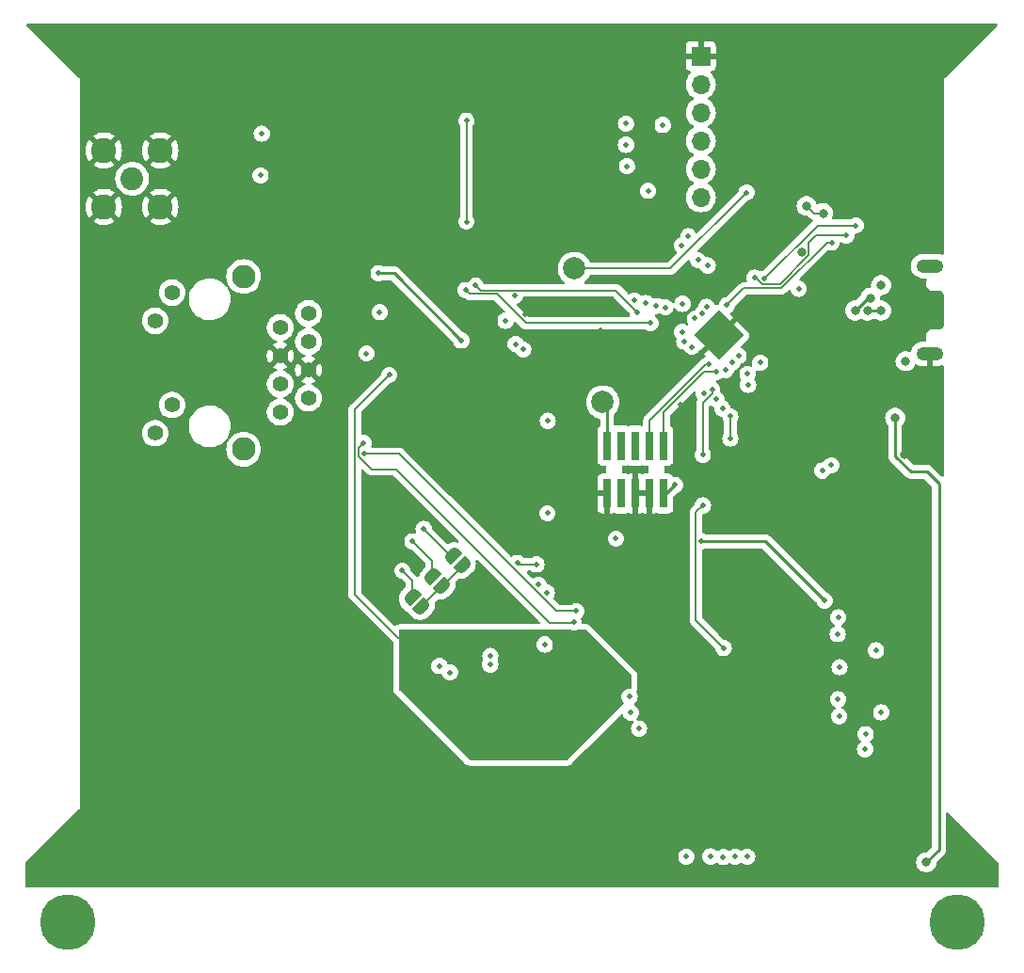
<source format=gbr>
%TF.GenerationSoftware,KiCad,Pcbnew,7.0.1*%
%TF.CreationDate,2023-07-16T00:33:22-07:00*%
%TF.ProjectId,flight_computer_dev_board_rfm98pw,666c6967-6874-45f6-936f-6d7075746572,rev?*%
%TF.SameCoordinates,Original*%
%TF.FileFunction,Copper,L4,Bot*%
%TF.FilePolarity,Positive*%
%FSLAX46Y46*%
G04 Gerber Fmt 4.6, Leading zero omitted, Abs format (unit mm)*
G04 Created by KiCad (PCBNEW 7.0.1) date 2023-07-16 00:33:22*
%MOMM*%
%LPD*%
G01*
G04 APERTURE LIST*
G04 Aperture macros list*
%AMRotRect*
0 Rectangle, with rotation*
0 The origin of the aperture is its center*
0 $1 length*
0 $2 width*
0 $3 Rotation angle, in degrees counterclockwise*
0 Add horizontal line*
21,1,$1,$2,0,0,$3*%
%AMFreePoly0*
4,1,19,0.499999,-0.750000,0.000000,-0.750000,0.000000,-0.744912,-0.071157,-0.744911,-0.207708,-0.704816,-0.327430,-0.627875,-0.420627,-0.520320,-0.479746,-0.390866,-0.500000,-0.250000,-0.500000,0.250000,-0.479746,0.390866,-0.420627,0.520320,-0.327430,0.627875,-0.207708,0.704816,-0.071157,0.744911,0.000000,0.744912,0.000000,0.750000,0.499999,0.750000,0.499999,-0.750000,0.499999,-0.750000,
$1*%
%AMFreePoly1*
4,1,19,0.000000,0.744912,0.071157,0.744911,0.207708,0.704816,0.327430,0.627875,0.420627,0.520320,0.479746,0.390866,0.500000,0.250000,0.500000,-0.250000,0.479746,-0.390866,0.420627,-0.520320,0.327430,-0.627875,0.207708,-0.704816,0.071157,-0.744911,0.000000,-0.744912,0.000000,-0.750000,-0.499999,-0.750000,-0.499999,0.750000,0.000000,0.750000,0.000000,0.744912,0.000000,0.744912,
$1*%
G04 Aperture macros list end*
%TA.AperFunction,ComponentPad*%
%ADD10C,2.050000*%
%TD*%
%TA.AperFunction,ComponentPad*%
%ADD11C,2.250000*%
%TD*%
%TA.AperFunction,ComponentPad*%
%ADD12C,5.000000*%
%TD*%
%TA.AperFunction,ComponentPad*%
%ADD13C,2.000000*%
%TD*%
%TA.AperFunction,ComponentPad*%
%ADD14C,0.500000*%
%TD*%
%TA.AperFunction,SMDPad,CuDef*%
%ADD15RotRect,3.200000X3.200000X315.000000*%
%TD*%
%TA.AperFunction,ComponentPad*%
%ADD16O,2.416000X1.208000*%
%TD*%
%TA.AperFunction,ComponentPad*%
%ADD17R,1.700000X1.700000*%
%TD*%
%TA.AperFunction,ComponentPad*%
%ADD18O,1.700000X1.700000*%
%TD*%
%TA.AperFunction,SMDPad,CuDef*%
%ADD19R,0.760000X2.600000*%
%TD*%
%TA.AperFunction,SMDPad,CuDef*%
%ADD20FreePoly0,135.000000*%
%TD*%
%TA.AperFunction,SMDPad,CuDef*%
%ADD21FreePoly1,135.000000*%
%TD*%
%TA.AperFunction,ComponentPad*%
%ADD22C,1.397000*%
%TD*%
%TA.AperFunction,ComponentPad*%
%ADD23C,2.108200*%
%TD*%
%TA.AperFunction,ViaPad*%
%ADD24C,0.800000*%
%TD*%
%TA.AperFunction,ViaPad*%
%ADD25C,0.460000*%
%TD*%
%TA.AperFunction,Conductor*%
%ADD26C,0.250000*%
%TD*%
%TA.AperFunction,Conductor*%
%ADD27C,0.127000*%
%TD*%
G04 APERTURE END LIST*
D10*
%TO.P,J6,1,In*%
%TO.N,Net-(J6-In)*%
X153170000Y-71210000D03*
D11*
%TO.P,J6,2,Ext*%
%TO.N,GND*%
X150630000Y-68670000D03*
X150630000Y-73750000D03*
X155710000Y-68670000D03*
X155710000Y-73750000D03*
%TD*%
D12*
%TO.P,,1*%
%TO.N,N/C*%
X227414400Y-138100000D03*
%TD*%
%TO.P,,1*%
%TO.N,N/C*%
X147381083Y-138100000D03*
%TD*%
D13*
%TO.P,TP2,1,1*%
%TO.N,/~{RESET}*%
X195510000Y-91320000D03*
%TD*%
D14*
%TO.P,IC1,57,GND*%
%TO.N,GND*%
X205930000Y-83400812D03*
X204020812Y-85310000D03*
D15*
X205930000Y-85310000D03*
D14*
X207839188Y-85310000D03*
X205930000Y-87219188D03*
%TD*%
D13*
%TO.P,TP1,1,1*%
%TO.N,/USBBOOT*%
X192960000Y-79300000D03*
%TD*%
D16*
%TO.P,J8,SH1,Shield*%
%TO.N,GND*%
X224920000Y-86970000D03*
%TO.P,J8,SH6*%
%TO.N,N/C*%
X224920000Y-79070000D03*
%TD*%
D17*
%TO.P,J3,1,Pin_1*%
%TO.N,GND*%
X204330000Y-60190000D03*
D18*
%TO.P,J3,2,Pin_2*%
%TO.N,TX*%
X204330000Y-62730000D03*
%TO.P,J3,3,Pin_3*%
%TO.N,RX*%
X204330000Y-65270000D03*
%TO.P,J3,4,Pin_4*%
%TO.N,SCL1*%
X204330000Y-67810000D03*
%TO.P,J3,5,Pin_5*%
%TO.N,SDA1*%
X204330000Y-70350000D03*
%TO.P,J3,6,Pin_6*%
%TO.N,3.3V*%
X204330000Y-72890000D03*
%TD*%
D19*
%TO.P,J1,1,VTref*%
%TO.N,3.3V*%
X200980000Y-99530000D03*
%TO.P,J1,2,SWDIO/TMS*%
%TO.N,SWDIO*%
X200980000Y-95230000D03*
%TO.P,J1,3,GND*%
%TO.N,GND*%
X199710000Y-99530000D03*
%TO.P,J1,4,SWDCLK/TCK*%
%TO.N,SWCLK*%
X199710000Y-95230000D03*
%TO.P,J1,5,GND*%
%TO.N,GND*%
X198440000Y-99530000D03*
%TO.P,J1,6,SWO/TDO*%
%TO.N,unconnected-(J1-SWO{slash}TDO-Pad6)*%
X198440000Y-95230000D03*
%TO.P,J1,7,KEY*%
%TO.N,unconnected-(J1-KEY-Pad7)*%
X197170000Y-99530000D03*
%TO.P,J1,8,NC/TDI*%
%TO.N,unconnected-(J1-NC{slash}TDI-Pad8)*%
X197170000Y-95230000D03*
%TO.P,J1,9,GNDDetect*%
%TO.N,GND*%
X195900000Y-99530000D03*
%TO.P,J1,10,~{RESET}*%
%TO.N,/~{RESET}*%
X195900000Y-95230000D03*
%TD*%
D20*
%TO.P,JP5,1,A*%
%TO.N,Net-(JP3-A)*%
X179249619Y-109739619D03*
D21*
%TO.P,JP5,2,B*%
%TO.N,Net-(JP5-B)*%
X178330381Y-108820381D03*
%TD*%
D22*
%TO.P,J5,1*%
%TO.N,TX+*%
X166490001Y-92230000D03*
%TO.P,J5,2*%
%TO.N,TX-*%
X169030001Y-90960000D03*
%TO.P,J5,3*%
%TO.N,TCT*%
X166490001Y-89690000D03*
%TO.P,J5,4*%
%TO.N,GND*%
X169030001Y-88420000D03*
%TO.P,J5,5*%
X166490001Y-87150000D03*
%TO.P,J5,6*%
%TO.N,RCT*%
X169030001Y-85880000D03*
%TO.P,J5,7*%
%TO.N,Net-(C18-Pad1)*%
X166490001Y-84610000D03*
%TO.P,J5,8*%
%TO.N,Net-(C19-Pad1)*%
X169030001Y-83340000D03*
%TO.P,J5,9*%
%TO.N,GREENLED*%
X155250001Y-83999892D03*
%TO.P,J5,10*%
%TO.N,3.3V*%
X156770000Y-81459892D03*
%TO.P,J5,11*%
%TO.N,YELLOWLED*%
X156770000Y-91569999D03*
%TO.P,J5,12*%
%TO.N,3.3V*%
X155250001Y-94109999D03*
D23*
%TO.P,J5,15*%
%TO.N,N/C*%
X163200000Y-95560000D03*
%TO.P,J5,16*%
X163200000Y-80010000D03*
%TD*%
D20*
%TO.P,JP4,1,A*%
%TO.N,Net-(JP3-A)*%
X181080000Y-107900000D03*
D21*
%TO.P,JP4,2,B*%
%TO.N,Net-(JP4-B)*%
X180160762Y-106980762D03*
%TD*%
D20*
%TO.P,JP3,1,A*%
%TO.N,Net-(JP3-A)*%
X182909619Y-106039619D03*
D21*
%TO.P,JP3,2,B*%
%TO.N,Net-(JP3-B)*%
X181990381Y-105120381D03*
%TD*%
D24*
%TO.N,GND*%
X215270000Y-86050000D03*
D25*
X216640000Y-124190000D03*
X176410000Y-110830000D03*
X184610000Y-84030000D03*
X210400000Y-91930000D03*
D24*
X218140000Y-68160000D03*
D25*
X208679998Y-97590002D03*
X200300000Y-81610000D03*
X151120000Y-62460000D03*
X216750000Y-116660000D03*
D24*
X213390000Y-77840000D03*
X222660000Y-96000000D03*
D25*
X189950000Y-85580000D03*
X190290000Y-113130000D03*
X198530000Y-90070000D03*
X190150000Y-104470000D03*
X157860000Y-63360000D03*
D24*
X220400000Y-84690000D03*
D25*
X205900000Y-77570000D03*
X204120000Y-132130000D03*
X224550000Y-101060000D03*
D24*
X211180000Y-71770000D03*
D25*
X195320000Y-84860000D03*
X198680000Y-111010000D03*
X194250000Y-93350000D03*
X202520000Y-91510000D03*
X188490000Y-83380000D03*
X190080000Y-90960000D03*
X216600000Y-107680000D03*
%TO.N,3.3V*%
X216690000Y-110680000D03*
X206340000Y-132250000D03*
X213130000Y-81120000D03*
X188360000Y-86580000D03*
X202010000Y-98770000D03*
D24*
%TO.N,VBUS*%
X221810000Y-92740000D03*
X220550000Y-80800000D03*
X222750000Y-87640000D03*
X224610000Y-132720000D03*
D25*
%TO.N,VCC_RF1*%
X182790000Y-85770000D03*
X215460000Y-109170000D03*
X204390000Y-103840000D03*
X175340000Y-79710000D03*
X190560000Y-93000000D03*
%TO.N,RX+*%
X174250000Y-86940000D03*
X185390000Y-114930000D03*
%TO.N,RX-*%
X175440000Y-83230000D03*
X185400000Y-114150000D03*
%TO.N,TX*%
X204950000Y-79020000D03*
%TO.N,RX*%
X204070000Y-78550000D03*
%TO.N,/USBBOOT*%
X208450000Y-72460000D03*
%TO.N,SDA1*%
X203210000Y-76390000D03*
X186770000Y-84000000D03*
%TO.N,SCL1*%
X187678042Y-86101958D03*
X187600000Y-81760000D03*
X202620000Y-77230000D03*
%TO.N,SDA0*%
X220093000Y-113660000D03*
X204850522Y-82754243D03*
%TO.N,SCL0*%
X204462067Y-83351099D03*
X216810000Y-115170000D03*
%TO.N,ENABLE_BURN*%
X203796738Y-83787000D03*
X216640000Y-112190000D03*
%TO.N,I2C_RESET*%
X202679075Y-82473441D03*
X216770000Y-119590000D03*
X220550000Y-119230000D03*
%TO.N,SPI1_MISO*%
X201127420Y-82797802D03*
X199590000Y-72310000D03*
%TO.N,SPI1_CS0*%
X200340891Y-82659109D03*
X197600000Y-66270000D03*
X183240000Y-66001499D03*
X183240000Y-75080000D03*
%TO.N,SPI1_SCK*%
X197600000Y-68170000D03*
X199392286Y-82407714D03*
%TO.N,SPI1_MOSI*%
X197690000Y-70090000D03*
X198371758Y-82190609D03*
%TO.N,ENAB_RF*%
X202660000Y-85010000D03*
X216670000Y-118060000D03*
%TO.N,VBUS_RESET*%
X219160000Y-121200000D03*
X202849500Y-85860738D03*
%TO.N,BURN_RELAY_A*%
X219110000Y-122540000D03*
X203550000Y-86350000D03*
%TO.N,SWCLK*%
X205044501Y-87897613D03*
%TO.N,SWDIO*%
X205760000Y-88610000D03*
%TO.N,SPI0_MISO*%
X190530000Y-101320000D03*
X196700000Y-103600000D03*
X203030000Y-132220000D03*
X204589411Y-90550000D03*
X197920000Y-117830000D03*
%TO.N,SPI0_CS0*%
X204510000Y-96070000D03*
X204517000Y-100610000D03*
X208510000Y-132220000D03*
X205337798Y-90170000D03*
X206380000Y-113450000D03*
%TO.N,SPI0_SCK*%
X190471573Y-108461573D03*
X205200000Y-132190000D03*
X198038604Y-119261396D03*
X205753603Y-91075929D03*
%TO.N,SPI0_MOSI*%
X189737000Y-107749415D03*
X206276956Y-91906956D03*
X207420000Y-132220000D03*
X198775000Y-120695000D03*
%TO.N,RF1_RST*%
X200910000Y-66380000D03*
X206570000Y-88420000D03*
%TO.N,WDT_WDI*%
X206990000Y-92600000D03*
X206990000Y-94590000D03*
%TO.N,RF1_IO4*%
X198640000Y-83210000D03*
X184080000Y-80820000D03*
X164830000Y-67160000D03*
X207168321Y-87727200D03*
%TO.N,RF1_IO0*%
X207730000Y-87140000D03*
X199794371Y-84205629D03*
X164720000Y-70930000D03*
X183180000Y-81240000D03*
%TO.N,NEOPIX*%
X208534359Y-88793124D03*
X216070000Y-97000000D03*
%TO.N,NEO_PWR*%
X215260000Y-97480000D03*
X208583633Y-89766425D03*
%TO.N,/QSPI_DATA[3]*%
X218280000Y-75430000D03*
X210049974Y-80209974D03*
%TO.N,/QSPI_SCK*%
X217420000Y-76340000D03*
X209174194Y-80114194D03*
%TO.N,/QSPI_DATA[0]*%
X206690000Y-82590000D03*
X216096396Y-76966396D03*
D24*
%TO.N,/QSPI_DATA[2]*%
X213850000Y-73670000D03*
X215330000Y-74330000D03*
D25*
%TO.N,TX+*%
X181770000Y-115640000D03*
%TO.N,TX-*%
X180820000Y-115064124D03*
%TO.N,GREENLED*%
X192900000Y-111130000D03*
X174000000Y-95010000D03*
%TO.N,YELLOWLED*%
X193120000Y-110130000D03*
X174020000Y-95970000D03*
%TO.N,Net-(JP3-B)*%
X179400000Y-102730000D03*
%TO.N,Net-(JP4-B)*%
X178390000Y-103840000D03*
%TO.N,Net-(JP5-B)*%
X177470000Y-106490000D03*
D24*
%TO.N,USB_D-*%
X218210000Y-83080000D03*
X219580000Y-81940000D03*
%TO.N,USB_D+*%
X219320000Y-83080000D03*
X220550000Y-83090000D03*
D25*
%TO.N,SPI0_CS1*%
X209677000Y-87778655D03*
X187828006Y-105790561D03*
X189538604Y-105921396D03*
%TO.N,GNDA*%
X178050000Y-112540000D03*
X176300000Y-88870000D03*
X186830000Y-116670000D03*
X188620000Y-116320000D03*
X190860000Y-121510000D03*
X189770000Y-115360000D03*
%TD*%
D26*
%TO.N,3.3V*%
X200980000Y-99530000D02*
X201250000Y-99530000D01*
X201250000Y-99530000D02*
X202010000Y-98770000D01*
%TO.N,VBUS*%
X225670000Y-98590000D02*
X225745000Y-98665000D01*
X224130000Y-97570000D02*
X224650000Y-97570000D01*
X221810000Y-96175305D02*
X223204695Y-97570000D01*
X223204695Y-97570000D02*
X224130000Y-97570000D01*
X224650000Y-97570000D02*
X225670000Y-98590000D01*
X225745000Y-131585000D02*
X224610000Y-132720000D01*
X225745000Y-98665000D02*
X225745000Y-131585000D01*
X221810000Y-92740000D02*
X221810000Y-96175305D01*
%TO.N,VCC_RF1*%
X210130000Y-103840000D02*
X215460000Y-109170000D01*
X176730000Y-79710000D02*
X182790000Y-85770000D01*
X175340000Y-79710000D02*
X176730000Y-79710000D01*
X204390000Y-103840000D02*
X210130000Y-103840000D01*
D27*
%TO.N,/USBBOOT*%
X192960000Y-79300000D02*
X201610000Y-79300000D01*
X201610000Y-79300000D02*
X208450000Y-72460000D01*
%TO.N,SPI1_CS0*%
X183240000Y-75080000D02*
X183240000Y-66001499D01*
%TO.N,SWCLK*%
X205044501Y-87897613D02*
X204756601Y-87897613D01*
X199710000Y-92944214D02*
X199710000Y-95230000D01*
X204756601Y-87897613D02*
X199710000Y-92944214D01*
%TO.N,SWDIO*%
X205760000Y-88610000D02*
X204630000Y-88610000D01*
X200980000Y-92260000D02*
X200980000Y-95230000D01*
X204630000Y-88610000D02*
X200980000Y-92260000D01*
D26*
%TO.N,/~{RESET}*%
X195900000Y-91710000D02*
X195510000Y-91320000D01*
X195900000Y-95230000D02*
X195900000Y-91710000D01*
D27*
%TO.N,SPI0_CS0*%
X205337798Y-90572202D02*
X204510000Y-91400000D01*
X203896500Y-101230500D02*
X204517000Y-100610000D01*
X203896500Y-110966500D02*
X203896500Y-101230500D01*
X205337798Y-90170000D02*
X205337798Y-90572202D01*
X204510000Y-91400000D02*
X204510000Y-96070000D01*
X206380000Y-113450000D02*
X203896500Y-110966500D01*
%TO.N,WDT_WDI*%
X206990000Y-92600000D02*
X206990000Y-94590000D01*
%TO.N,RF1_IO4*%
X198640000Y-83210000D02*
X196696500Y-81266500D01*
X196696500Y-81266500D02*
X184526500Y-81266500D01*
X184526500Y-81266500D02*
X184080000Y-80820000D01*
%TO.N,RF1_IO0*%
X186000000Y-81593500D02*
X188612129Y-84205629D01*
X188612129Y-84205629D02*
X199794371Y-84205629D01*
X183180000Y-81240000D02*
X183533500Y-81593500D01*
X183533500Y-81593500D02*
X186000000Y-81593500D01*
%TO.N,/QSPI_DATA[3]*%
X218280000Y-75430000D02*
X214829948Y-75430000D01*
X214829948Y-75430000D02*
X210049974Y-80209974D01*
%TO.N,/QSPI_SCK*%
X209845559Y-80703474D02*
X211464857Y-80703474D01*
X214680000Y-76340000D02*
X217420000Y-76340000D01*
X209174194Y-80114194D02*
X209256279Y-80114194D01*
X214053500Y-78114831D02*
X214053500Y-76966500D01*
X211464857Y-80703474D02*
X214053500Y-78114831D01*
X214053500Y-76966500D02*
X214680000Y-76340000D01*
X209256279Y-80114194D02*
X209845559Y-80703474D01*
%TO.N,/QSPI_DATA[0]*%
X208200000Y-81080000D02*
X206690000Y-82590000D01*
X215673604Y-76966396D02*
X211560000Y-81080000D01*
X216096396Y-76966396D02*
X215673604Y-76966396D01*
X211560000Y-81080000D02*
X208200000Y-81080000D01*
%TO.N,/QSPI_DATA[2]*%
X214510000Y-74330000D02*
X215330000Y-74330000D01*
X213850000Y-73670000D02*
X214510000Y-74330000D01*
%TO.N,GREENLED*%
X173526500Y-95483500D02*
X173526500Y-96174415D01*
X173526500Y-96174415D02*
X174702085Y-97350000D01*
X192836500Y-111193500D02*
X192900000Y-111130000D01*
X176900000Y-97350000D02*
X190743500Y-111193500D01*
X190743500Y-111193500D02*
X192836500Y-111193500D01*
X174000000Y-95010000D02*
X173526500Y-95483500D01*
X174702085Y-97350000D02*
X176900000Y-97350000D01*
%TO.N,YELLOWLED*%
X193120000Y-110130000D02*
X191350000Y-110130000D01*
X191350000Y-110130000D02*
X177190000Y-95970000D01*
X177190000Y-95970000D02*
X174020000Y-95970000D01*
%TO.N,Net-(JP3-A)*%
X179249619Y-109739619D02*
X179249619Y-109699619D01*
X179249619Y-109699619D02*
X182909619Y-106039619D01*
%TO.N,Net-(JP3-B)*%
X181990381Y-105120381D02*
X181790381Y-105120381D01*
X181790381Y-105120381D02*
X179400000Y-102730000D01*
%TO.N,Net-(JP4-B)*%
X180160762Y-105610762D02*
X178390000Y-103840000D01*
X180160762Y-106980762D02*
X180160762Y-105610762D01*
%TO.N,Net-(JP5-B)*%
X178330381Y-108820381D02*
X178330381Y-107350381D01*
X178330381Y-107350381D02*
X177470000Y-106490000D01*
D26*
%TO.N,USB_D-*%
X219350000Y-81940000D02*
X218210000Y-83080000D01*
X219580000Y-81940000D02*
X219350000Y-81940000D01*
%TO.N,USB_D+*%
X220540000Y-83080000D02*
X220550000Y-83090000D01*
X219320000Y-83080000D02*
X220540000Y-83080000D01*
D27*
%TO.N,SPI0_CS1*%
X187958841Y-105921396D02*
X187828006Y-105790561D01*
X189538604Y-105921396D02*
X187958841Y-105921396D01*
%TO.N,GNDA*%
X173199500Y-108659500D02*
X173199500Y-91970500D01*
X173199500Y-91970500D02*
X176300000Y-88870000D01*
X174890000Y-110350000D02*
X173199500Y-108659500D01*
X177080000Y-112540000D02*
X174890000Y-110350000D01*
X178050000Y-112540000D02*
X177080000Y-112540000D01*
%TD*%
%TA.AperFunction,Conductor*%
%TO.N,GNDA*%
G36*
X192622869Y-111806958D02*
G01*
X192650462Y-111816613D01*
X192736420Y-111846691D01*
X192845473Y-111858978D01*
X192899999Y-111865122D01*
X192899999Y-111865121D01*
X192900000Y-111865122D01*
X193063580Y-111846691D01*
X193170040Y-111809439D01*
X193177131Y-111806958D01*
X193218085Y-111800000D01*
X193968638Y-111800000D01*
X194016091Y-111809439D01*
X194056319Y-111836319D01*
X198073681Y-115853681D01*
X198100561Y-115893909D01*
X198110000Y-115941362D01*
X198110000Y-116977530D01*
X198090994Y-117043502D01*
X198039801Y-117089250D01*
X197972115Y-117100749D01*
X197968694Y-117100364D01*
X197919999Y-117094877D01*
X197756419Y-117113308D01*
X197601042Y-117167677D01*
X197461658Y-117255257D01*
X197345257Y-117371658D01*
X197257677Y-117511042D01*
X197203308Y-117666419D01*
X197184877Y-117829999D01*
X197203308Y-117993580D01*
X197257677Y-118148957D01*
X197345257Y-118288341D01*
X197355776Y-118298860D01*
X197387870Y-118354447D01*
X197387870Y-118418635D01*
X197355776Y-118474222D01*
X192389999Y-123440000D01*
X192384428Y-123453452D01*
X192357548Y-123493681D01*
X192317320Y-123520561D01*
X192269867Y-123530000D01*
X183581362Y-123530000D01*
X183533909Y-123520561D01*
X183493681Y-123493681D01*
X177186319Y-117186319D01*
X177159439Y-117146091D01*
X177150000Y-117098638D01*
X177150000Y-115064123D01*
X180084877Y-115064123D01*
X180103308Y-115227704D01*
X180157677Y-115383081D01*
X180245257Y-115522465D01*
X180361658Y-115638866D01*
X180501042Y-115726446D01*
X180656419Y-115780815D01*
X180819999Y-115799246D01*
X180819999Y-115799245D01*
X180820000Y-115799246D01*
X180889902Y-115791370D01*
X180944735Y-115785192D01*
X180999573Y-115791370D01*
X181046300Y-115820730D01*
X181075660Y-115867457D01*
X181107677Y-115958957D01*
X181195257Y-116098341D01*
X181311658Y-116214742D01*
X181451042Y-116302322D01*
X181606419Y-116356691D01*
X181770000Y-116375122D01*
X181933580Y-116356691D01*
X182088957Y-116302322D01*
X182228341Y-116214742D01*
X182344742Y-116098341D01*
X182432322Y-115958957D01*
X182486691Y-115803580D01*
X182505122Y-115640000D01*
X182486691Y-115476420D01*
X182432322Y-115321043D01*
X182432322Y-115321042D01*
X182344742Y-115181658D01*
X182228341Y-115065257D01*
X182088957Y-114977677D01*
X181952705Y-114930000D01*
X184654877Y-114930000D01*
X184673308Y-115093580D01*
X184727677Y-115248957D01*
X184815257Y-115388341D01*
X184931658Y-115504742D01*
X185071042Y-115592322D01*
X185226419Y-115646691D01*
X185390000Y-115665122D01*
X185553580Y-115646691D01*
X185708957Y-115592322D01*
X185848341Y-115504742D01*
X185964742Y-115388341D01*
X186052322Y-115248957D01*
X186106691Y-115093580D01*
X186125122Y-114930000D01*
X186106691Y-114766420D01*
X186106691Y-114766419D01*
X186047708Y-114597856D01*
X186049340Y-114597284D01*
X186035129Y-114547956D01*
X186054134Y-114481986D01*
X186062322Y-114468957D01*
X186116691Y-114313580D01*
X186135122Y-114150000D01*
X186116691Y-113986420D01*
X186067797Y-113846691D01*
X186062322Y-113831042D01*
X185974742Y-113691658D01*
X185858341Y-113575257D01*
X185718957Y-113487677D01*
X185563580Y-113433308D01*
X185400000Y-113414877D01*
X185236419Y-113433308D01*
X185081042Y-113487677D01*
X184941658Y-113575257D01*
X184825257Y-113691658D01*
X184737677Y-113831042D01*
X184683308Y-113986419D01*
X184664877Y-114149999D01*
X184683308Y-114313580D01*
X184742292Y-114482143D01*
X184740660Y-114482713D01*
X184754870Y-114532044D01*
X184735867Y-114598009D01*
X184727677Y-114611043D01*
X184673308Y-114766419D01*
X184654877Y-114930000D01*
X181952705Y-114930000D01*
X181933580Y-114923308D01*
X181769999Y-114904877D01*
X181645263Y-114918931D01*
X181590425Y-114912752D01*
X181543699Y-114883392D01*
X181514339Y-114836667D01*
X181482322Y-114745167D01*
X181468771Y-114723601D01*
X181394742Y-114605782D01*
X181278341Y-114489381D01*
X181138957Y-114401801D01*
X180983580Y-114347432D01*
X180820000Y-114329001D01*
X180656419Y-114347432D01*
X180501042Y-114401801D01*
X180361658Y-114489381D01*
X180245257Y-114605782D01*
X180157677Y-114745166D01*
X180103308Y-114900543D01*
X180084877Y-115064123D01*
X177150000Y-115064123D01*
X177150000Y-113130000D01*
X189554877Y-113130000D01*
X189573308Y-113293580D01*
X189627677Y-113448957D01*
X189715257Y-113588341D01*
X189831658Y-113704742D01*
X189971042Y-113792322D01*
X190126419Y-113846691D01*
X190290000Y-113865122D01*
X190453580Y-113846691D01*
X190608957Y-113792322D01*
X190748341Y-113704742D01*
X190864742Y-113588341D01*
X190952322Y-113448957D01*
X191006691Y-113293580D01*
X191025122Y-113130000D01*
X191006691Y-112966420D01*
X190952322Y-112811043D01*
X190952322Y-112811042D01*
X190864742Y-112671658D01*
X190748341Y-112555257D01*
X190608957Y-112467677D01*
X190453580Y-112413308D01*
X190290000Y-112394877D01*
X190126419Y-112413308D01*
X189971042Y-112467677D01*
X189831658Y-112555257D01*
X189715257Y-112671658D01*
X189627677Y-112811042D01*
X189573308Y-112966419D01*
X189554877Y-113130000D01*
X177150000Y-113130000D01*
X177150000Y-111924000D01*
X177166613Y-111862000D01*
X177212000Y-111816613D01*
X177274000Y-111800000D01*
X192581915Y-111800000D01*
X192622869Y-111806958D01*
G37*
%TD.AperFunction*%
%TD*%
%TA.AperFunction,Conductor*%
%TO.N,GND*%
G36*
X190326502Y-112907688D02*
G01*
X190353571Y-112913866D01*
X190375054Y-112921384D01*
X190375057Y-112921385D01*
X190400069Y-112933431D01*
X190419347Y-112945544D01*
X190441057Y-112962857D01*
X190457141Y-112978941D01*
X190474452Y-113000646D01*
X190486567Y-113019928D01*
X190498615Y-113044947D01*
X190506131Y-113066428D01*
X190512309Y-113093498D01*
X190514857Y-113116114D01*
X190514858Y-113143875D01*
X190512310Y-113166497D01*
X190506129Y-113193577D01*
X190498612Y-113215057D01*
X190486566Y-113240069D01*
X190474453Y-113259347D01*
X190457140Y-113281057D01*
X190441057Y-113297140D01*
X190419347Y-113314453D01*
X190400069Y-113326566D01*
X190375057Y-113338612D01*
X190353577Y-113346129D01*
X190326497Y-113352310D01*
X190303876Y-113354858D01*
X190276113Y-113354857D01*
X190253499Y-113352309D01*
X190226430Y-113346131D01*
X190204944Y-113338613D01*
X190179925Y-113326565D01*
X190160649Y-113314453D01*
X190138940Y-113297140D01*
X190122857Y-113281057D01*
X190105544Y-113259347D01*
X190093431Y-113240069D01*
X190081385Y-113215057D01*
X190073866Y-113193571D01*
X190067688Y-113166502D01*
X190065139Y-113143873D01*
X190065140Y-113116114D01*
X190067689Y-113093494D01*
X190073866Y-113066430D01*
X190081384Y-113044944D01*
X190093429Y-113019930D01*
X190105547Y-113000645D01*
X190122853Y-112978944D01*
X190138944Y-112962853D01*
X190160645Y-112945547D01*
X190179930Y-112933429D01*
X190204941Y-112921385D01*
X190226431Y-112913865D01*
X190253494Y-112907689D01*
X190276118Y-112905139D01*
X190303873Y-112905139D01*
X190326502Y-112907688D01*
G37*
%TD.AperFunction*%
%TA.AperFunction,Conductor*%
G36*
X173925818Y-97390462D02*
G01*
X173975181Y-97420712D01*
X174271384Y-97716915D01*
X174282079Y-97729110D01*
X174299835Y-97752250D01*
X174360706Y-97798957D01*
X174417652Y-97842653D01*
X174554851Y-97899483D01*
X174684955Y-97916611D01*
X174702084Y-97918867D01*
X174702084Y-97918866D01*
X174702085Y-97918867D01*
X174730995Y-97915060D01*
X174747179Y-97914000D01*
X176615021Y-97914000D01*
X176662474Y-97923439D01*
X176702702Y-97950319D01*
X182507119Y-103754736D01*
X182538902Y-103809185D01*
X182539802Y-103872225D01*
X182509587Y-103927559D01*
X182456067Y-103960883D01*
X182393079Y-103963583D01*
X182310682Y-103945658D01*
X182263070Y-103938812D01*
X182239265Y-103935390D01*
X182167118Y-103935390D01*
X182023704Y-103945649D01*
X181883079Y-103976240D01*
X181748363Y-104026486D01*
X181665375Y-104071801D01*
X181614794Y-104086653D01*
X181562614Y-104079151D01*
X181518267Y-104050650D01*
X180157867Y-102690250D01*
X180133828Y-102656370D01*
X180122328Y-102616451D01*
X180116691Y-102566420D01*
X180062322Y-102411042D01*
X179974742Y-102271658D01*
X179858341Y-102155257D01*
X179718957Y-102067677D01*
X179563580Y-102013308D01*
X179400000Y-101994877D01*
X179236419Y-102013308D01*
X179081042Y-102067677D01*
X178941658Y-102155257D01*
X178825257Y-102271658D01*
X178737677Y-102411042D01*
X178683308Y-102566419D01*
X178664877Y-102729999D01*
X178683308Y-102893580D01*
X178707967Y-102964049D01*
X178711818Y-103032594D01*
X178678611Y-103092682D01*
X178618526Y-103125893D01*
X178567669Y-103123040D01*
X178567463Y-103124873D01*
X178390000Y-103104877D01*
X178226419Y-103123308D01*
X178071042Y-103177677D01*
X177931658Y-103265257D01*
X177815257Y-103381658D01*
X177727677Y-103521042D01*
X177673308Y-103676419D01*
X177654877Y-103839999D01*
X177673308Y-104003580D01*
X177727677Y-104158957D01*
X177815257Y-104298341D01*
X177931658Y-104414742D01*
X178071042Y-104502322D01*
X178226420Y-104556691D01*
X178276451Y-104562328D01*
X178316370Y-104573828D01*
X178350250Y-104597867D01*
X179560443Y-105808060D01*
X179587323Y-105848288D01*
X179596762Y-105895741D01*
X179596762Y-106071200D01*
X179587323Y-106118653D01*
X179560443Y-106158881D01*
X179326865Y-106392458D01*
X179320388Y-106398489D01*
X179269247Y-106442803D01*
X179222012Y-106497316D01*
X179222004Y-106497327D01*
X179161929Y-106577579D01*
X179135839Y-106612431D01*
X179066867Y-106738744D01*
X179016621Y-106873459D01*
X178998056Y-106958801D01*
X178964831Y-107019863D01*
X178903967Y-107053450D01*
X178834594Y-107049005D01*
X178778513Y-107007927D01*
X178732630Y-106948130D01*
X178709491Y-106930375D01*
X178697296Y-106919680D01*
X178227867Y-106450250D01*
X178203828Y-106416370D01*
X178192328Y-106376451D01*
X178186691Y-106326420D01*
X178132322Y-106171042D01*
X178044742Y-106031658D01*
X177928341Y-105915257D01*
X177788957Y-105827677D01*
X177633580Y-105773308D01*
X177470000Y-105754877D01*
X177306419Y-105773308D01*
X177151042Y-105827677D01*
X177011658Y-105915257D01*
X176895257Y-106031658D01*
X176807677Y-106171042D01*
X176753308Y-106326419D01*
X176734877Y-106489999D01*
X176753308Y-106653580D01*
X176807677Y-106808957D01*
X176895257Y-106948341D01*
X177011658Y-107064742D01*
X177151042Y-107152322D01*
X177306420Y-107206691D01*
X177356451Y-107212328D01*
X177396370Y-107223828D01*
X177430250Y-107247867D01*
X177730062Y-107547678D01*
X177756942Y-107587906D01*
X177766381Y-107635359D01*
X177766381Y-107910819D01*
X177756942Y-107958272D01*
X177730062Y-107998500D01*
X177496484Y-108232077D01*
X177490007Y-108238108D01*
X177438866Y-108282422D01*
X177391631Y-108336935D01*
X177391623Y-108336946D01*
X177316006Y-108437960D01*
X177305458Y-108452050D01*
X177236486Y-108578363D01*
X177186240Y-108713079D01*
X177155649Y-108853704D01*
X177145390Y-108997118D01*
X177145390Y-109044140D01*
X177145390Y-109069266D01*
X177147573Y-109084448D01*
X177155658Y-109140682D01*
X177186221Y-109281175D01*
X177236515Y-109416017D01*
X177305414Y-109542196D01*
X177305419Y-109542205D01*
X177305422Y-109542209D01*
X177318707Y-109562881D01*
X177344428Y-109602902D01*
X177391676Y-109657429D01*
X177796057Y-110061810D01*
X177903135Y-110143974D01*
X177926023Y-110166862D01*
X178008189Y-110273942D01*
X178412569Y-110678322D01*
X178414504Y-110679999D01*
X178467099Y-110725573D01*
X178527791Y-110764578D01*
X178527798Y-110764582D01*
X178527803Y-110764585D01*
X178653982Y-110833484D01*
X178788824Y-110883778D01*
X178788827Y-110883778D01*
X178788828Y-110883779D01*
X178929320Y-110914342D01*
X179000734Y-110924610D01*
X179072882Y-110924609D01*
X179216294Y-110914351D01*
X179356922Y-110883759D01*
X179491635Y-110833514D01*
X179617953Y-110764540D01*
X179733054Y-110678377D01*
X179787579Y-110631131D01*
X179831905Y-110579974D01*
X179837910Y-110573525D01*
X180083525Y-110327910D01*
X180089974Y-110321905D01*
X180141131Y-110277579D01*
X180188377Y-110223054D01*
X180274540Y-110107953D01*
X180343514Y-109981635D01*
X180393759Y-109846922D01*
X180424351Y-109706294D01*
X180434609Y-109562882D01*
X180434610Y-109490734D01*
X180424342Y-109419320D01*
X180421438Y-109405971D01*
X180423627Y-109344677D01*
X180454921Y-109291932D01*
X180639901Y-109106952D01*
X180692647Y-109075657D01*
X180753937Y-109073469D01*
X180759701Y-109074723D01*
X180831115Y-109084991D01*
X180903263Y-109084990D01*
X181046675Y-109074732D01*
X181187303Y-109044140D01*
X181322016Y-108993895D01*
X181448334Y-108924921D01*
X181563435Y-108838758D01*
X181617960Y-108791512D01*
X181662286Y-108740355D01*
X181668291Y-108733906D01*
X181913906Y-108488291D01*
X181920355Y-108482286D01*
X181971512Y-108437960D01*
X182018758Y-108383435D01*
X182104921Y-108268334D01*
X182173895Y-108142016D01*
X182224140Y-108007303D01*
X182254732Y-107866675D01*
X182264990Y-107723263D01*
X182264991Y-107651115D01*
X182254723Y-107579701D01*
X182253469Y-107573937D01*
X182255657Y-107512647D01*
X182286952Y-107459901D01*
X182495764Y-107251089D01*
X182544284Y-107221118D01*
X182601088Y-107216034D01*
X182660734Y-107224610D01*
X182732882Y-107224609D01*
X182876294Y-107214351D01*
X183016922Y-107183759D01*
X183151635Y-107133514D01*
X183277953Y-107064540D01*
X183393054Y-106978377D01*
X183447579Y-106931131D01*
X183491905Y-106879974D01*
X183497910Y-106873525D01*
X183743525Y-106627910D01*
X183749974Y-106621905D01*
X183801131Y-106577579D01*
X183848377Y-106523054D01*
X183934540Y-106407953D01*
X184003514Y-106281635D01*
X184053759Y-106146922D01*
X184084351Y-106006294D01*
X184094609Y-105862882D01*
X184094610Y-105790734D01*
X184084342Y-105719320D01*
X184066416Y-105636918D01*
X184069115Y-105573932D01*
X184102439Y-105520413D01*
X184157774Y-105490197D01*
X184220814Y-105491097D01*
X184275263Y-105522880D01*
X189835203Y-111082819D01*
X189865453Y-111132182D01*
X189869995Y-111189898D01*
X189847840Y-111243385D01*
X189803817Y-111280985D01*
X189747522Y-111294500D01*
X177273999Y-111294500D01*
X177143169Y-111311724D01*
X177081161Y-111328339D01*
X176959250Y-111378836D01*
X176908142Y-111418053D01*
X176854188Y-111441793D01*
X176795368Y-111437938D01*
X176744975Y-111407358D01*
X173799819Y-108462202D01*
X173772939Y-108421974D01*
X173763500Y-108374521D01*
X173763500Y-97508393D01*
X173777015Y-97452098D01*
X173814615Y-97408075D01*
X173868102Y-97385920D01*
X173925818Y-97390462D01*
G37*
%TD.AperFunction*%
%TA.AperFunction,Conductor*%
G36*
X196458974Y-81839939D02*
G01*
X196499202Y-81866819D01*
X197882132Y-83249749D01*
X197906171Y-83283628D01*
X197917671Y-83323546D01*
X197923308Y-83373580D01*
X197959383Y-83476674D01*
X197965125Y-83534963D01*
X197943472Y-83589384D01*
X197899256Y-83627796D01*
X197842342Y-83641629D01*
X188897107Y-83641629D01*
X188849654Y-83632190D01*
X188809426Y-83605310D01*
X187841807Y-82637690D01*
X187810334Y-82584336D01*
X187808597Y-82522416D01*
X187837029Y-82467382D01*
X187888532Y-82432968D01*
X187918957Y-82422322D01*
X188058341Y-82334742D01*
X188174742Y-82218341D01*
X188262322Y-82078957D01*
X188283260Y-82019120D01*
X188320203Y-81913545D01*
X188346346Y-81870158D01*
X188387657Y-81840846D01*
X188437244Y-81830500D01*
X196411521Y-81830500D01*
X196458974Y-81839939D01*
G37*
%TD.AperFunction*%
%TA.AperFunction,Conductor*%
G36*
X230926583Y-57283515D02*
G01*
X230970606Y-57321115D01*
X230992761Y-57374602D01*
X230988219Y-57432318D01*
X230957969Y-57481681D01*
X226267208Y-62172441D01*
X226245311Y-62187978D01*
X226224598Y-62213950D01*
X226215345Y-62224304D01*
X226212252Y-62227396D01*
X226209922Y-62231105D01*
X226201889Y-62242426D01*
X226181176Y-62268400D01*
X226176517Y-62279647D01*
X226172800Y-62312641D01*
X226170475Y-62326333D01*
X226169500Y-62330607D01*
X226169500Y-62334978D01*
X226168721Y-62348859D01*
X226165002Y-62381865D01*
X226169500Y-62408332D01*
X226169500Y-77955488D01*
X226155032Y-78013616D01*
X226115003Y-78058179D01*
X226058755Y-78078778D01*
X225999417Y-78070606D01*
X225836589Y-78005420D01*
X225836587Y-78005419D01*
X225629467Y-77965500D01*
X224263387Y-77965500D01*
X224263382Y-77965500D01*
X224106023Y-77980526D01*
X223903633Y-78039952D01*
X223716142Y-78136610D01*
X223550342Y-78266998D01*
X223412206Y-78426415D01*
X223306740Y-78609087D01*
X223237752Y-78808417D01*
X223207733Y-79017205D01*
X223207733Y-79017207D01*
X223212855Y-79124742D01*
X223217769Y-79227902D01*
X223267500Y-79432894D01*
X223355122Y-79624761D01*
X223447953Y-79755122D01*
X223477478Y-79796584D01*
X223630138Y-79942145D01*
X223807587Y-80056184D01*
X224003411Y-80134580D01*
X224210533Y-80174500D01*
X224527236Y-80174500D01*
X224587217Y-80189972D01*
X224632230Y-80232528D01*
X224651041Y-80291548D01*
X224638956Y-80352300D01*
X224610906Y-80410547D01*
X224602119Y-80428794D01*
X224569500Y-80571706D01*
X224569500Y-80718294D01*
X224602119Y-80861207D01*
X224665719Y-80993275D01*
X224665721Y-80993277D01*
X224757117Y-81107883D01*
X224817263Y-81155848D01*
X224871724Y-81199280D01*
X224953434Y-81238629D01*
X225003794Y-81262881D01*
X225146706Y-81295500D01*
X225197410Y-81295500D01*
X225220000Y-81295500D01*
X225259882Y-81295500D01*
X225835989Y-81295500D01*
X225865067Y-81298958D01*
X225921388Y-81312544D01*
X225951611Y-81324185D01*
X225967279Y-81332717D01*
X226007277Y-81354498D01*
X226033453Y-81373569D01*
X226055373Y-81394428D01*
X226079368Y-81417263D01*
X226099714Y-81442466D01*
X226132744Y-81496557D01*
X226145869Y-81526167D01*
X226163764Y-81586964D01*
X226168773Y-81618967D01*
X226170201Y-81677771D01*
X226169371Y-81686215D01*
X226169433Y-81702821D01*
X226168729Y-81716482D01*
X226166019Y-81741790D01*
X226169676Y-81766856D01*
X226174442Y-83019684D01*
X226174443Y-83020156D01*
X226174443Y-84272753D01*
X226170915Y-84297258D01*
X226173737Y-84323592D01*
X226174443Y-84336803D01*
X226174443Y-84355686D01*
X226175071Y-84361946D01*
X226173651Y-84420513D01*
X226168644Y-84452512D01*
X226150755Y-84513304D01*
X226137630Y-84542917D01*
X226104608Y-84597001D01*
X226084263Y-84622204D01*
X226038358Y-84665894D01*
X226012181Y-84684969D01*
X225956531Y-84715279D01*
X225926309Y-84726923D01*
X225892332Y-84735122D01*
X225867805Y-84741040D01*
X225838720Y-84744500D01*
X225146706Y-84744500D01*
X225003792Y-84777119D01*
X224871724Y-84840719D01*
X224757117Y-84932117D01*
X224665719Y-85046724D01*
X224602119Y-85178792D01*
X224569500Y-85321706D01*
X224569500Y-85468294D01*
X224602119Y-85611208D01*
X224639196Y-85688199D01*
X224651281Y-85748953D01*
X224632470Y-85807972D01*
X224587457Y-85850528D01*
X224527476Y-85866000D01*
X224263411Y-85866000D01*
X224106113Y-85881019D01*
X223903819Y-85940419D01*
X223716414Y-86037032D01*
X223550688Y-86167361D01*
X223412615Y-86326705D01*
X223307197Y-86509296D01*
X223234367Y-86719727D01*
X223231938Y-86718886D01*
X223218823Y-86752335D01*
X223176743Y-86790404D01*
X223122110Y-86805741D01*
X223066365Y-86795134D01*
X223029802Y-86778855D01*
X222844648Y-86739500D01*
X222844646Y-86739500D01*
X222655354Y-86739500D01*
X222655352Y-86739500D01*
X222470197Y-86778855D01*
X222297269Y-86855848D01*
X222144129Y-86967110D01*
X222017466Y-87107783D01*
X221922820Y-87271715D01*
X221864326Y-87451742D01*
X221844540Y-87640000D01*
X221864326Y-87828257D01*
X221922820Y-88008284D01*
X222017466Y-88172216D01*
X222144129Y-88312889D01*
X222297269Y-88424151D01*
X222470197Y-88501144D01*
X222655352Y-88540500D01*
X222655354Y-88540500D01*
X222844646Y-88540500D01*
X222844648Y-88540500D01*
X222970369Y-88513777D01*
X223029803Y-88501144D01*
X223202730Y-88424151D01*
X223325735Y-88334783D01*
X223355870Y-88312889D01*
X223482533Y-88172216D01*
X223577178Y-88008286D01*
X223581451Y-87995135D01*
X223610458Y-87947032D01*
X223657712Y-87916663D01*
X223713518Y-87910259D01*
X223766423Y-87929136D01*
X223807814Y-87955737D01*
X224003554Y-88034099D01*
X224210580Y-88074000D01*
X224670000Y-88074000D01*
X224670000Y-86844000D01*
X224686613Y-86782000D01*
X224732000Y-86736613D01*
X224794000Y-86720000D01*
X225046000Y-86720000D01*
X225108000Y-86736613D01*
X225153387Y-86782000D01*
X225170000Y-86844000D01*
X225170000Y-88074000D01*
X225576589Y-88074000D01*
X225733886Y-88058980D01*
X225936180Y-87999580D01*
X225988680Y-87972515D01*
X226049926Y-87958810D01*
X226110038Y-87976850D01*
X226153617Y-88022013D01*
X226169500Y-88082731D01*
X226169500Y-97905548D01*
X226155985Y-97961843D01*
X226118385Y-98005866D01*
X226064898Y-98028021D01*
X226007182Y-98023479D01*
X225957819Y-97993229D01*
X225608170Y-97643580D01*
X225150802Y-97186211D01*
X225137906Y-97170113D01*
X225086775Y-97122098D01*
X225083978Y-97119387D01*
X225064470Y-97099879D01*
X225061290Y-97097412D01*
X225052424Y-97089839D01*
X225020582Y-97059938D01*
X225003024Y-97050285D01*
X224986764Y-97039604D01*
X224970936Y-97027327D01*
X224930851Y-97009980D01*
X224920361Y-97004841D01*
X224882091Y-96983802D01*
X224862691Y-96978821D01*
X224844284Y-96972519D01*
X224825897Y-96964562D01*
X224782758Y-96957729D01*
X224771324Y-96955361D01*
X224729019Y-96944500D01*
X224708984Y-96944500D01*
X224689586Y-96942973D01*
X224682162Y-96941797D01*
X224669805Y-96939840D01*
X224669804Y-96939840D01*
X224636751Y-96942964D01*
X224626325Y-96943950D01*
X224614656Y-96944500D01*
X224209019Y-96944500D01*
X223515147Y-96944500D01*
X223467694Y-96935061D01*
X223427466Y-96908181D01*
X222471819Y-95952533D01*
X222444939Y-95912305D01*
X222435500Y-95864852D01*
X222435500Y-93438687D01*
X222443736Y-93394249D01*
X222467347Y-93355717D01*
X222542533Y-93272216D01*
X222637179Y-93108284D01*
X222695674Y-92928256D01*
X222715460Y-92740000D01*
X222695674Y-92551744D01*
X222656455Y-92431041D01*
X222637179Y-92371715D01*
X222542533Y-92207783D01*
X222415870Y-92067110D01*
X222262730Y-91955848D01*
X222089802Y-91878855D01*
X221904648Y-91839500D01*
X221904646Y-91839500D01*
X221715354Y-91839500D01*
X221715352Y-91839500D01*
X221530197Y-91878855D01*
X221357269Y-91955848D01*
X221204129Y-92067110D01*
X221077466Y-92207783D01*
X220982820Y-92371715D01*
X220924326Y-92551742D01*
X220904540Y-92740000D01*
X220924326Y-92928257D01*
X220982820Y-93108284D01*
X221077464Y-93272213D01*
X221077467Y-93272216D01*
X221152652Y-93355717D01*
X221176264Y-93394249D01*
X221184500Y-93438687D01*
X221184500Y-96092561D01*
X221182235Y-96113067D01*
X221184439Y-96183178D01*
X221184500Y-96187073D01*
X221184500Y-96214654D01*
X221185003Y-96218639D01*
X221185918Y-96230272D01*
X221187290Y-96273931D01*
X221192879Y-96293165D01*
X221196825Y-96312221D01*
X221199335Y-96332097D01*
X221215414Y-96372709D01*
X221219197Y-96383756D01*
X221231382Y-96425696D01*
X221241580Y-96442940D01*
X221250136Y-96460405D01*
X221257514Y-96479037D01*
X221257515Y-96479038D01*
X221283180Y-96514364D01*
X221289593Y-96524127D01*
X221311826Y-96561721D01*
X221311829Y-96561724D01*
X221311830Y-96561725D01*
X221325995Y-96575890D01*
X221338627Y-96590680D01*
X221350406Y-96606892D01*
X221384058Y-96634731D01*
X221392699Y-96642594D01*
X222703892Y-97953787D01*
X222716793Y-97969889D01*
X222718907Y-97971874D01*
X222718909Y-97971877D01*
X222755103Y-98005866D01*
X222767935Y-98017916D01*
X222770730Y-98020625D01*
X222790225Y-98040120D01*
X222793399Y-98042582D01*
X222802263Y-98050153D01*
X222834113Y-98080062D01*
X222844609Y-98085832D01*
X222851669Y-98089714D01*
X222867926Y-98100392D01*
X222883759Y-98112674D01*
X222899880Y-98119649D01*
X222923851Y-98130023D01*
X222934338Y-98135160D01*
X222972603Y-98156197D01*
X222992011Y-98161180D01*
X223010405Y-98167478D01*
X223028800Y-98175438D01*
X223071949Y-98182271D01*
X223083375Y-98184638D01*
X223098917Y-98188629D01*
X223125675Y-98195500D01*
X223125676Y-98195500D01*
X223145711Y-98195500D01*
X223165108Y-98197026D01*
X223184891Y-98200160D01*
X223228369Y-98196050D01*
X223240039Y-98195500D01*
X224050981Y-98195500D01*
X224169350Y-98195500D01*
X224339548Y-98195500D01*
X224387001Y-98204939D01*
X224427229Y-98231819D01*
X225083181Y-98887772D01*
X225110061Y-98928000D01*
X225119500Y-98975453D01*
X225119500Y-131274547D01*
X225110061Y-131322000D01*
X225083181Y-131362228D01*
X224662228Y-131783181D01*
X224622000Y-131810061D01*
X224574547Y-131819500D01*
X224515352Y-131819500D01*
X224330197Y-131858855D01*
X224157269Y-131935848D01*
X224004129Y-132047110D01*
X223877466Y-132187783D01*
X223782820Y-132351715D01*
X223724326Y-132531742D01*
X223704540Y-132720000D01*
X223724326Y-132908257D01*
X223782820Y-133088284D01*
X223877466Y-133252216D01*
X224004129Y-133392889D01*
X224157269Y-133504151D01*
X224330197Y-133581144D01*
X224515352Y-133620500D01*
X224515354Y-133620500D01*
X224704646Y-133620500D01*
X224704648Y-133620500D01*
X224828084Y-133594262D01*
X224889803Y-133581144D01*
X225062730Y-133504151D01*
X225215871Y-133392888D01*
X225342533Y-133252216D01*
X225437179Y-133088284D01*
X225495674Y-132908256D01*
X225513322Y-132740341D01*
X225524720Y-132699927D01*
X225548957Y-132665632D01*
X226128789Y-132085800D01*
X226144885Y-132072906D01*
X226146873Y-132070787D01*
X226146877Y-132070786D01*
X226192948Y-132021723D01*
X226195566Y-132019023D01*
X226215120Y-131999471D01*
X226217581Y-131996298D01*
X226225156Y-131987427D01*
X226255062Y-131955582D01*
X226264717Y-131938018D01*
X226275394Y-131921764D01*
X226287673Y-131905936D01*
X226305018Y-131865852D01*
X226310160Y-131855356D01*
X226331197Y-131817092D01*
X226336179Y-131797684D01*
X226342481Y-131779280D01*
X226350437Y-131760896D01*
X226357269Y-131717752D01*
X226359633Y-131706338D01*
X226370500Y-131664019D01*
X226370500Y-131643984D01*
X226372027Y-131624585D01*
X226373504Y-131615257D01*
X226375160Y-131604804D01*
X226371050Y-131561325D01*
X226370500Y-131549656D01*
X226370500Y-128320211D01*
X226384015Y-128263916D01*
X226421615Y-128219893D01*
X226475102Y-128197738D01*
X226532818Y-128202280D01*
X226582181Y-128232530D01*
X231106381Y-132756731D01*
X231133261Y-132796959D01*
X231142700Y-132844412D01*
X231142700Y-134816000D01*
X231126087Y-134878000D01*
X231080700Y-134923387D01*
X231018700Y-134940000D01*
X143667700Y-134940000D01*
X143605700Y-134923387D01*
X143560313Y-134878000D01*
X143543700Y-134816000D01*
X143543700Y-132844411D01*
X143553139Y-132796958D01*
X143580019Y-132756730D01*
X144116749Y-132220000D01*
X202294877Y-132220000D01*
X202313308Y-132383580D01*
X202367677Y-132538957D01*
X202455257Y-132678341D01*
X202571658Y-132794742D01*
X202711042Y-132882322D01*
X202866419Y-132936691D01*
X203030000Y-132955122D01*
X203193580Y-132936691D01*
X203348957Y-132882322D01*
X203488341Y-132794742D01*
X203604742Y-132678341D01*
X203692322Y-132538957D01*
X203746691Y-132383580D01*
X203765122Y-132220000D01*
X203761742Y-132190000D01*
X204464877Y-132190000D01*
X204483308Y-132353580D01*
X204537677Y-132508957D01*
X204625257Y-132648341D01*
X204741658Y-132764742D01*
X204881042Y-132852322D01*
X205036419Y-132906691D01*
X205200000Y-132925122D01*
X205363580Y-132906691D01*
X205518957Y-132852322D01*
X205531546Y-132844412D01*
X205670172Y-132757309D01*
X205671623Y-132759619D01*
X205707896Y-132738673D01*
X205772089Y-132738669D01*
X205827679Y-132770762D01*
X205870140Y-132813223D01*
X205881661Y-132824744D01*
X206021042Y-132912322D01*
X206176419Y-132966691D01*
X206340000Y-132985122D01*
X206503580Y-132966691D01*
X206658957Y-132912322D01*
X206706702Y-132882322D01*
X206798340Y-132824743D01*
X206809860Y-132813223D01*
X206856586Y-132783861D01*
X206911425Y-132777682D01*
X206963514Y-132795907D01*
X207040707Y-132844411D01*
X207101045Y-132882323D01*
X207256419Y-132936691D01*
X207420000Y-132955122D01*
X207583580Y-132936691D01*
X207738957Y-132882322D01*
X207738957Y-132882321D01*
X207890172Y-132787309D01*
X207890649Y-132788068D01*
X207932904Y-132763671D01*
X207997096Y-132763671D01*
X208039350Y-132788068D01*
X208039828Y-132787309D01*
X208191042Y-132882322D01*
X208346419Y-132936691D01*
X208510000Y-132955122D01*
X208673580Y-132936691D01*
X208828957Y-132882322D01*
X208968341Y-132794742D01*
X209084742Y-132678341D01*
X209172322Y-132538957D01*
X209226691Y-132383580D01*
X209245122Y-132220000D01*
X209226691Y-132056420D01*
X209223433Y-132047110D01*
X209172322Y-131901042D01*
X209084742Y-131761658D01*
X208968341Y-131645257D01*
X208828957Y-131557677D01*
X208673580Y-131503308D01*
X208510000Y-131484877D01*
X208346419Y-131503308D01*
X208191042Y-131557677D01*
X208039828Y-131652691D01*
X208039350Y-131651931D01*
X207997094Y-131676329D01*
X207932906Y-131676329D01*
X207890649Y-131651931D01*
X207890172Y-131652691D01*
X207738957Y-131557677D01*
X207583580Y-131503308D01*
X207420000Y-131484877D01*
X207256419Y-131503308D01*
X207101042Y-131557677D01*
X206961657Y-131645258D01*
X206950135Y-131656780D01*
X206903409Y-131686139D01*
X206848572Y-131692317D01*
X206796485Y-131674091D01*
X206658957Y-131587677D01*
X206503580Y-131533308D01*
X206340000Y-131514877D01*
X206176419Y-131533308D01*
X206021045Y-131587676D01*
X205931432Y-131643984D01*
X205881659Y-131675258D01*
X205881658Y-131675258D01*
X205869830Y-131682691D01*
X205868379Y-131680381D01*
X205832083Y-131701332D01*
X205767901Y-131701327D01*
X205712319Y-131669235D01*
X205658341Y-131615257D01*
X205518957Y-131527677D01*
X205363580Y-131473308D01*
X205200000Y-131454877D01*
X205036419Y-131473308D01*
X204881042Y-131527677D01*
X204741658Y-131615257D01*
X204625257Y-131731658D01*
X204537677Y-131871042D01*
X204483308Y-132026419D01*
X204464877Y-132190000D01*
X203761742Y-132190000D01*
X203746691Y-132056420D01*
X203743433Y-132047110D01*
X203692322Y-131901042D01*
X203604742Y-131761658D01*
X203488341Y-131645257D01*
X203348957Y-131557677D01*
X203193580Y-131503308D01*
X203030000Y-131484877D01*
X202866419Y-131503308D01*
X202711042Y-131557677D01*
X202571658Y-131645257D01*
X202455257Y-131761658D01*
X202367677Y-131901042D01*
X202313308Y-132056419D01*
X202294877Y-132220000D01*
X144116749Y-132220000D01*
X144787093Y-131549656D01*
X148422787Y-127913960D01*
X148444686Y-127898423D01*
X148448222Y-127893988D01*
X148448224Y-127893988D01*
X148465397Y-127872452D01*
X148474662Y-127862085D01*
X148477748Y-127859001D01*
X148480069Y-127855306D01*
X148488115Y-127843966D01*
X148505290Y-127822431D01*
X148505290Y-127822428D01*
X148508830Y-127817990D01*
X148513479Y-127806766D01*
X148514114Y-127801126D01*
X148514116Y-127801124D01*
X148517198Y-127773753D01*
X148519527Y-127760049D01*
X148520500Y-127755790D01*
X148520500Y-127751422D01*
X148521279Y-127737541D01*
X148524997Y-127704534D01*
X148520500Y-127678068D01*
X148520500Y-108659500D01*
X172630632Y-108659500D01*
X172640427Y-108733892D01*
X172650017Y-108806734D01*
X172706847Y-108943933D01*
X172754793Y-109006419D01*
X172763519Y-109017791D01*
X172763523Y-109017798D01*
X172795198Y-109059076D01*
X172797250Y-109061750D01*
X172820383Y-109079500D01*
X172832579Y-109090196D01*
X176608181Y-112865798D01*
X176635061Y-112906026D01*
X176644500Y-112953479D01*
X176644500Y-117098638D01*
X176654213Y-117197259D01*
X176663651Y-117244710D01*
X176692417Y-117339537D01*
X176702130Y-117357708D01*
X176739134Y-117426935D01*
X176766014Y-117467163D01*
X176809011Y-117519555D01*
X176828879Y-117543764D01*
X183136235Y-123851120D01*
X183136239Y-123851123D01*
X183212837Y-123913986D01*
X183253065Y-123940866D01*
X183340460Y-123987581D01*
X183340462Y-123987582D01*
X183435289Y-124016348D01*
X183466637Y-124022583D01*
X183482744Y-124025787D01*
X183581362Y-124035500D01*
X192269867Y-124035500D01*
X192368485Y-124025787D01*
X192400264Y-124019465D01*
X192415939Y-124016348D01*
X192510766Y-123987582D01*
X192510766Y-123987581D01*
X192510769Y-123987581D01*
X192598164Y-123940866D01*
X192638392Y-123913986D01*
X192714993Y-123851121D01*
X192777857Y-123774521D01*
X192786160Y-123762092D01*
X192801580Y-123743302D01*
X194004882Y-122540000D01*
X218374877Y-122540000D01*
X218393308Y-122703580D01*
X218447677Y-122858957D01*
X218535257Y-122998341D01*
X218651658Y-123114742D01*
X218791042Y-123202322D01*
X218946419Y-123256691D01*
X219110000Y-123275122D01*
X219273580Y-123256691D01*
X219428957Y-123202322D01*
X219568341Y-123114742D01*
X219684742Y-122998341D01*
X219772322Y-122858957D01*
X219826691Y-122703580D01*
X219845122Y-122540000D01*
X219826691Y-122376420D01*
X219772322Y-122221043D01*
X219772322Y-122221042D01*
X219684742Y-122081658D01*
X219580584Y-121977500D01*
X219551223Y-121930773D01*
X219545045Y-121875934D01*
X219563272Y-121823845D01*
X219602295Y-121784824D01*
X219618341Y-121774742D01*
X219734742Y-121658341D01*
X219822322Y-121518957D01*
X219876691Y-121363580D01*
X219895122Y-121200000D01*
X219876691Y-121036420D01*
X219822322Y-120881043D01*
X219822322Y-120881042D01*
X219734742Y-120741658D01*
X219618341Y-120625257D01*
X219478957Y-120537677D01*
X219323580Y-120483308D01*
X219160000Y-120464877D01*
X218996419Y-120483308D01*
X218841042Y-120537677D01*
X218701658Y-120625257D01*
X218585257Y-120741658D01*
X218497677Y-120881042D01*
X218443308Y-121036419D01*
X218424877Y-121199999D01*
X218443308Y-121363580D01*
X218497677Y-121518957D01*
X218585257Y-121658341D01*
X218689415Y-121762499D01*
X218718775Y-121809225D01*
X218724954Y-121864062D01*
X218706729Y-121916151D01*
X218667708Y-121955173D01*
X218651657Y-121965258D01*
X218535257Y-122081658D01*
X218447677Y-122221042D01*
X218393308Y-122376419D01*
X218374877Y-122540000D01*
X194004882Y-122540000D01*
X197130008Y-119414873D01*
X197183359Y-119383402D01*
X197245279Y-119381665D01*
X197300314Y-119410096D01*
X197334728Y-119461601D01*
X197376281Y-119580353D01*
X197463861Y-119719737D01*
X197580262Y-119836138D01*
X197719646Y-119923718D01*
X197875023Y-119978087D01*
X198038603Y-119996518D01*
X198038603Y-119996517D01*
X198038604Y-119996518D01*
X198139274Y-119985175D01*
X198199321Y-119993308D01*
X198248345Y-120028926D01*
X198274638Y-120083521D01*
X198271919Y-120144056D01*
X198240840Y-120196075D01*
X198200257Y-120236657D01*
X198112677Y-120376042D01*
X198058308Y-120531419D01*
X198039877Y-120695000D01*
X198058308Y-120858580D01*
X198112677Y-121013957D01*
X198200257Y-121153341D01*
X198316658Y-121269742D01*
X198456042Y-121357322D01*
X198611419Y-121411691D01*
X198775000Y-121430122D01*
X198938580Y-121411691D01*
X199093957Y-121357322D01*
X199233341Y-121269742D01*
X199349742Y-121153341D01*
X199437322Y-121013957D01*
X199491691Y-120858580D01*
X199510122Y-120695000D01*
X199491691Y-120531420D01*
X199474856Y-120483309D01*
X199437322Y-120376042D01*
X199349742Y-120236658D01*
X199233341Y-120120257D01*
X199093957Y-120032677D01*
X198938580Y-119978308D01*
X198774999Y-119959877D01*
X198674328Y-119971220D01*
X198614280Y-119963086D01*
X198565257Y-119927468D01*
X198538965Y-119872872D01*
X198541684Y-119812337D01*
X198572765Y-119760318D01*
X198579503Y-119753580D01*
X198613346Y-119719737D01*
X198700926Y-119580353D01*
X198755295Y-119424976D01*
X198773726Y-119261396D01*
X198755295Y-119097816D01*
X198726406Y-119015257D01*
X198700926Y-118942438D01*
X198613346Y-118803054D01*
X198496947Y-118686655D01*
X198380409Y-118613430D01*
X198337853Y-118568416D01*
X198322381Y-118508432D01*
X198337856Y-118448450D01*
X198369170Y-118415330D01*
X198368462Y-118414622D01*
X198494742Y-118288341D01*
X198582322Y-118148957D01*
X198613450Y-118060000D01*
X215934877Y-118060000D01*
X215953308Y-118223580D01*
X216007677Y-118378957D01*
X216095257Y-118518341D01*
X216211658Y-118634742D01*
X216351040Y-118722321D01*
X216351043Y-118722322D01*
X216382153Y-118733208D01*
X216438145Y-118772935D01*
X216464419Y-118836365D01*
X216452919Y-118904050D01*
X216407171Y-118955243D01*
X216311657Y-119015258D01*
X216195257Y-119131658D01*
X216107677Y-119271042D01*
X216053308Y-119426419D01*
X216034877Y-119590000D01*
X216053308Y-119753580D01*
X216107677Y-119908957D01*
X216195257Y-120048341D01*
X216311658Y-120164742D01*
X216451042Y-120252322D01*
X216606419Y-120306691D01*
X216770000Y-120325122D01*
X216933580Y-120306691D01*
X217088957Y-120252322D01*
X217228341Y-120164742D01*
X217344742Y-120048341D01*
X217432322Y-119908957D01*
X217486691Y-119753580D01*
X217505122Y-119590000D01*
X217486691Y-119426420D01*
X217482651Y-119414875D01*
X217432322Y-119271042D01*
X217406534Y-119230000D01*
X219814877Y-119230000D01*
X219833308Y-119393580D01*
X219887677Y-119548957D01*
X219975257Y-119688341D01*
X220091658Y-119804742D01*
X220231042Y-119892322D01*
X220386419Y-119946691D01*
X220549999Y-119965122D01*
X220549999Y-119965121D01*
X220550000Y-119965122D01*
X220713580Y-119946691D01*
X220868957Y-119892322D01*
X221008341Y-119804742D01*
X221124742Y-119688341D01*
X221212322Y-119548957D01*
X221266691Y-119393580D01*
X221285122Y-119230000D01*
X221274042Y-119131658D01*
X221266691Y-119066419D01*
X221212322Y-118911042D01*
X221124742Y-118771658D01*
X221008341Y-118655257D01*
X220868957Y-118567677D01*
X220713580Y-118513308D01*
X220549999Y-118494877D01*
X220386419Y-118513308D01*
X220231042Y-118567677D01*
X220091658Y-118655257D01*
X219975257Y-118771658D01*
X219887677Y-118911042D01*
X219833308Y-119066419D01*
X219814877Y-119230000D01*
X217406534Y-119230000D01*
X217344742Y-119131658D01*
X217228341Y-119015257D01*
X217088957Y-118927677D01*
X217057845Y-118916791D01*
X217001853Y-118877062D01*
X216975580Y-118813633D01*
X216987080Y-118745948D01*
X217032829Y-118694756D01*
X217128341Y-118634742D01*
X217244742Y-118518341D01*
X217332322Y-118378957D01*
X217386691Y-118223580D01*
X217405122Y-118060000D01*
X217386691Y-117896419D01*
X217332322Y-117741042D01*
X217244742Y-117601658D01*
X217128341Y-117485257D01*
X216988957Y-117397677D01*
X216833580Y-117343308D01*
X216670000Y-117324877D01*
X216506419Y-117343308D01*
X216351042Y-117397677D01*
X216211658Y-117485257D01*
X216095257Y-117601658D01*
X216007677Y-117741042D01*
X215953308Y-117896419D01*
X215934877Y-118060000D01*
X198613450Y-118060000D01*
X198636691Y-117993580D01*
X198655122Y-117829999D01*
X198636691Y-117666419D01*
X198582323Y-117511045D01*
X198566119Y-117485257D01*
X198528703Y-117425709D01*
X198510003Y-117368426D01*
X198520512Y-117309092D01*
X198576738Y-117183441D01*
X198595744Y-117117469D01*
X198605621Y-117047499D01*
X198615500Y-116977534D01*
X198615500Y-115941362D01*
X198605787Y-115842744D01*
X198596348Y-115795291D01*
X198596348Y-115795289D01*
X198567582Y-115700462D01*
X198529031Y-115628341D01*
X198520866Y-115613065D01*
X198493986Y-115572837D01*
X198431123Y-115496239D01*
X198431120Y-115496235D01*
X198104885Y-115170000D01*
X216074877Y-115170000D01*
X216093308Y-115333580D01*
X216147677Y-115488957D01*
X216235257Y-115628341D01*
X216351658Y-115744742D01*
X216491042Y-115832322D01*
X216646419Y-115886691D01*
X216810000Y-115905122D01*
X216973580Y-115886691D01*
X217128957Y-115832322D01*
X217268341Y-115744742D01*
X217384742Y-115628341D01*
X217472322Y-115488957D01*
X217526691Y-115333580D01*
X217545122Y-115170000D01*
X217526691Y-115006420D01*
X217472322Y-114851043D01*
X217472322Y-114851042D01*
X217384742Y-114711658D01*
X217268341Y-114595257D01*
X217128957Y-114507677D01*
X216973580Y-114453308D01*
X216810000Y-114434877D01*
X216646419Y-114453308D01*
X216491042Y-114507677D01*
X216351658Y-114595257D01*
X216235257Y-114711658D01*
X216147677Y-114851042D01*
X216093308Y-115006419D01*
X216074877Y-115170000D01*
X198104885Y-115170000D01*
X194413764Y-111478879D01*
X194363877Y-111437938D01*
X194337163Y-111416014D01*
X194296935Y-111389134D01*
X194277669Y-111378836D01*
X194209537Y-111342417D01*
X194114710Y-111313651D01*
X194067259Y-111304213D01*
X193968638Y-111294500D01*
X193755344Y-111294500D01*
X193689372Y-111275494D01*
X193643624Y-111224302D01*
X193632124Y-111156617D01*
X193635123Y-111130000D01*
X193616700Y-110966500D01*
X203327632Y-110966500D01*
X203342947Y-111082819D01*
X203347017Y-111113734D01*
X203403847Y-111250933D01*
X203403848Y-111250935D01*
X203430503Y-111285675D01*
X203430510Y-111285682D01*
X203494249Y-111368749D01*
X203517383Y-111386500D01*
X203529579Y-111397196D01*
X205622132Y-113489748D01*
X205646171Y-113523627D01*
X205657671Y-113563545D01*
X205663308Y-113613581D01*
X205717677Y-113768957D01*
X205805257Y-113908341D01*
X205921658Y-114024742D01*
X206061042Y-114112322D01*
X206216419Y-114166691D01*
X206380000Y-114185122D01*
X206543580Y-114166691D01*
X206698957Y-114112322D01*
X206838341Y-114024742D01*
X206954742Y-113908341D01*
X207042322Y-113768957D01*
X207080448Y-113659999D01*
X219357877Y-113659999D01*
X219376308Y-113823580D01*
X219430677Y-113978957D01*
X219518257Y-114118341D01*
X219634658Y-114234742D01*
X219774042Y-114322322D01*
X219929419Y-114376691D01*
X220093000Y-114395122D01*
X220256580Y-114376691D01*
X220411957Y-114322322D01*
X220551341Y-114234742D01*
X220667742Y-114118341D01*
X220755322Y-113978957D01*
X220809691Y-113823580D01*
X220828122Y-113660000D01*
X220812756Y-113523627D01*
X220809691Y-113496419D01*
X220755322Y-113341042D01*
X220667742Y-113201658D01*
X220551341Y-113085257D01*
X220411957Y-112997677D01*
X220256580Y-112943308D01*
X220093000Y-112924877D01*
X219929419Y-112943308D01*
X219774042Y-112997677D01*
X219634658Y-113085257D01*
X219518257Y-113201658D01*
X219430677Y-113341042D01*
X219376308Y-113496419D01*
X219357877Y-113659999D01*
X207080448Y-113659999D01*
X207096691Y-113613580D01*
X207115122Y-113450000D01*
X207102845Y-113341042D01*
X207096691Y-113286419D01*
X207042322Y-113131042D01*
X206954742Y-112991658D01*
X206838341Y-112875257D01*
X206698957Y-112787677D01*
X206543581Y-112733308D01*
X206493545Y-112727671D01*
X206453627Y-112716171D01*
X206419748Y-112692132D01*
X205917616Y-112190000D01*
X215904877Y-112190000D01*
X215923308Y-112353580D01*
X215977677Y-112508957D01*
X216065257Y-112648341D01*
X216181658Y-112764742D01*
X216321042Y-112852322D01*
X216476419Y-112906691D01*
X216639999Y-112925122D01*
X216639999Y-112925121D01*
X216640000Y-112925122D01*
X216803580Y-112906691D01*
X216958957Y-112852322D01*
X217098341Y-112764742D01*
X217214742Y-112648341D01*
X217302322Y-112508957D01*
X217356691Y-112353580D01*
X217375122Y-112190000D01*
X217356691Y-112026420D01*
X217302322Y-111871043D01*
X217302322Y-111871042D01*
X217214742Y-111731658D01*
X217098341Y-111615257D01*
X217003558Y-111555702D01*
X216961001Y-111510689D01*
X216945529Y-111450708D01*
X216961002Y-111390726D01*
X217003558Y-111345714D01*
X217008955Y-111342322D01*
X217008957Y-111342322D01*
X217148341Y-111254742D01*
X217264742Y-111138341D01*
X217352322Y-110998957D01*
X217406691Y-110843580D01*
X217425122Y-110680000D01*
X217406691Y-110516420D01*
X217352322Y-110361043D01*
X217352322Y-110361042D01*
X217264742Y-110221658D01*
X217148341Y-110105257D01*
X217008957Y-110017677D01*
X216853580Y-109963308D01*
X216690000Y-109944877D01*
X216526419Y-109963308D01*
X216371042Y-110017677D01*
X216231658Y-110105257D01*
X216115257Y-110221658D01*
X216027677Y-110361042D01*
X215973308Y-110516419D01*
X215954877Y-110679999D01*
X215973308Y-110843580D01*
X216027677Y-110998957D01*
X216115257Y-111138341D01*
X216231658Y-111254742D01*
X216326441Y-111314297D01*
X216368997Y-111359309D01*
X216384470Y-111419291D01*
X216368998Y-111479272D01*
X216326442Y-111524285D01*
X216181656Y-111615259D01*
X216065257Y-111731658D01*
X215977677Y-111871042D01*
X215923308Y-112026419D01*
X215904877Y-112190000D01*
X205917616Y-112190000D01*
X204496819Y-110769202D01*
X204469939Y-110728974D01*
X204460500Y-110681521D01*
X204460500Y-104677244D01*
X204470846Y-104627657D01*
X204500158Y-104586346D01*
X204543545Y-104560203D01*
X204708957Y-104502322D01*
X204737312Y-104484506D01*
X204803283Y-104465500D01*
X209819548Y-104465500D01*
X209867001Y-104474939D01*
X209907229Y-104501819D01*
X214725621Y-109320212D01*
X214754981Y-109366938D01*
X214797677Y-109488957D01*
X214885257Y-109628341D01*
X215001658Y-109744742D01*
X215141042Y-109832322D01*
X215296419Y-109886691D01*
X215460000Y-109905122D01*
X215623580Y-109886691D01*
X215778957Y-109832322D01*
X215918341Y-109744742D01*
X216034742Y-109628341D01*
X216122322Y-109488957D01*
X216176691Y-109333580D01*
X216195122Y-109170000D01*
X216176691Y-109006420D01*
X216172308Y-108993895D01*
X216122322Y-108851042D01*
X216034742Y-108711658D01*
X215918341Y-108595257D01*
X215778957Y-108507677D01*
X215656938Y-108464981D01*
X215610212Y-108435621D01*
X210630802Y-103456211D01*
X210617906Y-103440113D01*
X210566775Y-103392098D01*
X210563978Y-103389387D01*
X210544470Y-103369879D01*
X210541290Y-103367412D01*
X210532424Y-103359839D01*
X210500582Y-103329938D01*
X210483024Y-103320285D01*
X210466764Y-103309604D01*
X210450936Y-103297327D01*
X210410851Y-103279980D01*
X210400361Y-103274841D01*
X210362091Y-103253802D01*
X210342691Y-103248821D01*
X210324284Y-103242519D01*
X210305897Y-103234562D01*
X210262758Y-103227729D01*
X210251324Y-103225361D01*
X210209019Y-103214500D01*
X210188984Y-103214500D01*
X210169586Y-103212973D01*
X210162162Y-103211797D01*
X210149805Y-103209840D01*
X210149804Y-103209840D01*
X210116751Y-103212964D01*
X210106325Y-103213950D01*
X210094656Y-103214500D01*
X204803283Y-103214500D01*
X204737312Y-103195494D01*
X204708957Y-103177677D01*
X204543545Y-103119797D01*
X204500158Y-103093654D01*
X204470846Y-103052343D01*
X204460500Y-103002756D01*
X204460500Y-101515480D01*
X204469939Y-101468028D01*
X204496818Y-101427799D01*
X204556749Y-101367867D01*
X204590629Y-101343828D01*
X204630549Y-101332328D01*
X204656382Y-101329417D01*
X204680580Y-101326691D01*
X204835957Y-101272322D01*
X204975341Y-101184742D01*
X205091742Y-101068341D01*
X205179322Y-100928957D01*
X205233691Y-100773580D01*
X205252122Y-100610000D01*
X205233691Y-100446420D01*
X205179322Y-100291043D01*
X205179322Y-100291042D01*
X205091742Y-100151658D01*
X204975341Y-100035257D01*
X204835957Y-99947677D01*
X204680580Y-99893308D01*
X204517000Y-99874877D01*
X204353419Y-99893308D01*
X204198042Y-99947677D01*
X204058658Y-100035257D01*
X203942257Y-100151658D01*
X203854677Y-100291042D01*
X203800308Y-100446419D01*
X203794671Y-100496452D01*
X203783171Y-100536370D01*
X203759132Y-100570249D01*
X203529580Y-100799801D01*
X203517388Y-100810494D01*
X203494249Y-100828250D01*
X203459098Y-100874058D01*
X203459088Y-100874073D01*
X203403847Y-100946066D01*
X203347017Y-101083266D01*
X203327632Y-101230499D01*
X203331439Y-101259408D01*
X203332500Y-101275594D01*
X203332500Y-110921406D01*
X203331439Y-110937592D01*
X203327632Y-110966500D01*
X193616700Y-110966500D01*
X193616691Y-110966420D01*
X193598468Y-110914341D01*
X193564652Y-110817704D01*
X193560803Y-110749157D01*
X193594012Y-110689070D01*
X193694742Y-110588341D01*
X193782322Y-110448957D01*
X193836691Y-110293580D01*
X193855122Y-110130000D01*
X193852637Y-110107949D01*
X193836691Y-109966419D01*
X193782322Y-109811042D01*
X193694742Y-109671658D01*
X193578341Y-109555257D01*
X193438957Y-109467677D01*
X193283580Y-109413308D01*
X193120000Y-109394877D01*
X192956419Y-109413308D01*
X192801042Y-109467677D01*
X192674810Y-109546994D01*
X192608839Y-109566000D01*
X191634979Y-109566000D01*
X191587526Y-109556561D01*
X191547298Y-109529681D01*
X191074261Y-109056644D01*
X191044901Y-109009918D01*
X191038722Y-108955080D01*
X191056948Y-108902991D01*
X191133895Y-108780530D01*
X191188264Y-108625153D01*
X191206695Y-108461573D01*
X191188264Y-108297993D01*
X191182815Y-108282422D01*
X191133895Y-108142615D01*
X191046315Y-108003231D01*
X190929914Y-107886830D01*
X190790530Y-107799250D01*
X190635153Y-107744881D01*
X190567771Y-107737289D01*
X190515683Y-107719062D01*
X190476661Y-107680040D01*
X190458436Y-107627956D01*
X190453691Y-107585835D01*
X190409624Y-107459899D01*
X190399322Y-107430457D01*
X190311742Y-107291073D01*
X190195341Y-107174672D01*
X190055957Y-107087092D01*
X189900580Y-107032723D01*
X189737000Y-107014292D01*
X189573419Y-107032723D01*
X189418042Y-107087092D01*
X189309346Y-107155390D01*
X189257258Y-107173616D01*
X189202420Y-107167437D01*
X189155694Y-107138077D01*
X188714694Y-106697077D01*
X188684444Y-106647714D01*
X188679902Y-106589998D01*
X188702057Y-106536511D01*
X188746080Y-106498911D01*
X188802375Y-106485396D01*
X189027443Y-106485396D01*
X189093414Y-106504402D01*
X189219646Y-106583718D01*
X189375023Y-106638087D01*
X189538604Y-106656518D01*
X189702184Y-106638087D01*
X189857561Y-106583718D01*
X189996945Y-106496138D01*
X190113346Y-106379737D01*
X190200926Y-106240353D01*
X190255295Y-106084976D01*
X190273726Y-105921396D01*
X190273034Y-105915258D01*
X190255295Y-105757815D01*
X190200926Y-105602438D01*
X190113346Y-105463054D01*
X189996945Y-105346653D01*
X189857561Y-105259073D01*
X189702184Y-105204704D01*
X189538604Y-105186273D01*
X189375023Y-105204704D01*
X189219646Y-105259073D01*
X189093414Y-105338390D01*
X189027443Y-105357396D01*
X188479287Y-105357396D01*
X188431834Y-105347957D01*
X188391606Y-105321077D01*
X188286347Y-105215818D01*
X188146963Y-105128238D01*
X187991586Y-105073869D01*
X187828006Y-105055438D01*
X187664425Y-105073869D01*
X187509048Y-105128238D01*
X187369732Y-105215776D01*
X187317644Y-105234002D01*
X187262806Y-105227823D01*
X187216080Y-105198463D01*
X185617616Y-103599999D01*
X195964877Y-103599999D01*
X195983308Y-103763580D01*
X196037677Y-103918957D01*
X196125257Y-104058341D01*
X196241658Y-104174742D01*
X196381042Y-104262322D01*
X196536419Y-104316691D01*
X196699999Y-104335122D01*
X196699999Y-104335121D01*
X196700000Y-104335122D01*
X196863580Y-104316691D01*
X197018957Y-104262322D01*
X197158341Y-104174742D01*
X197274742Y-104058341D01*
X197362322Y-103918957D01*
X197416691Y-103763580D01*
X197435122Y-103600000D01*
X197418483Y-103452328D01*
X197416691Y-103436419D01*
X197362322Y-103281042D01*
X197274742Y-103141658D01*
X197158341Y-103025257D01*
X197018957Y-102937677D01*
X196863580Y-102883308D01*
X196700000Y-102864877D01*
X196536419Y-102883308D01*
X196381042Y-102937677D01*
X196241658Y-103025257D01*
X196125257Y-103141658D01*
X196037677Y-103281042D01*
X195983308Y-103436419D01*
X195964877Y-103599999D01*
X185617616Y-103599999D01*
X183337617Y-101320000D01*
X189794877Y-101320000D01*
X189813308Y-101483580D01*
X189867677Y-101638957D01*
X189955257Y-101778341D01*
X190071658Y-101894742D01*
X190211042Y-101982322D01*
X190366419Y-102036691D01*
X190530000Y-102055122D01*
X190693580Y-102036691D01*
X190848957Y-101982322D01*
X190988341Y-101894742D01*
X191104742Y-101778341D01*
X191192322Y-101638957D01*
X191246691Y-101483580D01*
X191265122Y-101320000D01*
X191246691Y-101156420D01*
X191221093Y-101083266D01*
X191192322Y-101001042D01*
X191104742Y-100861658D01*
X190988341Y-100745257D01*
X190848957Y-100657677D01*
X190693580Y-100603308D01*
X190530000Y-100584877D01*
X190366419Y-100603308D01*
X190211042Y-100657677D01*
X190071658Y-100745257D01*
X189955257Y-100861658D01*
X189867677Y-101001042D01*
X189813308Y-101156419D01*
X189794877Y-101320000D01*
X183337617Y-101320000D01*
X181797617Y-99780000D01*
X195020000Y-99780000D01*
X195020000Y-100877824D01*
X195026402Y-100937375D01*
X195076647Y-101072089D01*
X195162811Y-101187188D01*
X195277910Y-101273352D01*
X195412624Y-101323597D01*
X195472176Y-101330000D01*
X195650000Y-101330000D01*
X195650000Y-99780000D01*
X195020000Y-99780000D01*
X181797617Y-99780000D01*
X177620696Y-95603079D01*
X177610000Y-95590883D01*
X177592249Y-95567749D01*
X177547917Y-95533733D01*
X177547916Y-95533732D01*
X177474433Y-95477347D01*
X177474432Y-95477346D01*
X177337234Y-95420517D01*
X177320104Y-95418261D01*
X177190000Y-95401132D01*
X177164519Y-95404487D01*
X177161089Y-95404939D01*
X177144906Y-95406000D01*
X174810125Y-95406000D01*
X174753211Y-95392167D01*
X174708995Y-95353755D01*
X174687342Y-95299334D01*
X174693084Y-95241045D01*
X174716691Y-95173580D01*
X174735122Y-95010000D01*
X174716691Y-94846419D01*
X174662322Y-94691042D01*
X174574742Y-94551658D01*
X174458341Y-94435257D01*
X174318957Y-94347677D01*
X174163580Y-94293308D01*
X174000000Y-94274877D01*
X173901384Y-94285989D01*
X173833699Y-94274489D01*
X173782506Y-94228741D01*
X173763500Y-94162769D01*
X173763500Y-93000000D01*
X189824877Y-93000000D01*
X189843308Y-93163580D01*
X189897677Y-93318957D01*
X189985257Y-93458341D01*
X190101658Y-93574742D01*
X190241042Y-93662322D01*
X190396419Y-93716691D01*
X190560000Y-93735122D01*
X190723580Y-93716691D01*
X190878957Y-93662322D01*
X191018341Y-93574742D01*
X191134742Y-93458341D01*
X191222322Y-93318957D01*
X191276691Y-93163580D01*
X191295122Y-93000000D01*
X191279787Y-92863896D01*
X191276691Y-92836419D01*
X191222322Y-92681042D01*
X191134742Y-92541658D01*
X191018341Y-92425257D01*
X190878957Y-92337677D01*
X190723580Y-92283308D01*
X190560000Y-92264877D01*
X190396419Y-92283308D01*
X190241042Y-92337677D01*
X190101658Y-92425257D01*
X189985257Y-92541658D01*
X189897677Y-92681042D01*
X189843308Y-92836419D01*
X189824877Y-93000000D01*
X173763500Y-93000000D01*
X173763500Y-92255479D01*
X173772939Y-92208026D01*
X173799819Y-92167798D01*
X174219544Y-91748073D01*
X174647616Y-91320000D01*
X194004356Y-91320000D01*
X194024891Y-91567816D01*
X194024891Y-91567819D01*
X194024892Y-91567821D01*
X194085937Y-91808881D01*
X194116631Y-91878856D01*
X194185825Y-92036604D01*
X194185827Y-92036607D01*
X194321836Y-92244785D01*
X194490256Y-92427738D01*
X194501411Y-92436420D01*
X194686485Y-92580470D01*
X194686487Y-92580471D01*
X194686491Y-92580474D01*
X194905190Y-92698828D01*
X194988014Y-92727261D01*
X195140384Y-92779571D01*
X195170908Y-92784664D01*
X195223936Y-92807057D01*
X195261139Y-92850982D01*
X195274500Y-92906973D01*
X195274500Y-93426506D01*
X195261384Y-93482010D01*
X195224811Y-93525772D01*
X195162456Y-93572451D01*
X195076204Y-93687668D01*
X195025909Y-93822516D01*
X195019500Y-93882130D01*
X195019500Y-96577869D01*
X195025909Y-96637484D01*
X195035302Y-96662667D01*
X195076204Y-96772331D01*
X195162454Y-96887546D01*
X195277669Y-96973796D01*
X195412517Y-97024091D01*
X195472127Y-97030500D01*
X195685486Y-97030499D01*
X195741136Y-97043688D01*
X195784948Y-97080450D01*
X195807602Y-97132965D01*
X195804277Y-97190061D01*
X195786905Y-97248090D01*
X195776648Y-97424168D01*
X195791500Y-97508393D01*
X195804914Y-97584469D01*
X195802574Y-97638093D01*
X195777789Y-97685705D01*
X195735204Y-97718382D01*
X195682799Y-97730000D01*
X195472176Y-97730000D01*
X195412624Y-97736402D01*
X195277910Y-97786647D01*
X195162811Y-97872811D01*
X195076647Y-97987910D01*
X195026402Y-98122624D01*
X195020000Y-98182176D01*
X195020000Y-99280000D01*
X196026000Y-99280000D01*
X196088000Y-99296613D01*
X196133387Y-99342000D01*
X196150000Y-99404000D01*
X196150000Y-101330000D01*
X196327824Y-101330000D01*
X196387375Y-101323597D01*
X196490951Y-101284966D01*
X196534285Y-101277148D01*
X196577615Y-101284965D01*
X196682517Y-101324091D01*
X196742127Y-101330500D01*
X197597872Y-101330499D01*
X197657483Y-101324091D01*
X197762383Y-101284965D01*
X197805715Y-101277148D01*
X197849049Y-101284966D01*
X197952624Y-101323597D01*
X198012176Y-101330000D01*
X198190000Y-101330000D01*
X198190000Y-99780000D01*
X198690000Y-99780000D01*
X198690000Y-101330000D01*
X198867824Y-101330000D01*
X198927375Y-101323597D01*
X199031666Y-101284699D01*
X199075000Y-101276881D01*
X199118334Y-101284699D01*
X199222624Y-101323597D01*
X199282176Y-101330000D01*
X199460000Y-101330000D01*
X199460000Y-99780000D01*
X198690000Y-99780000D01*
X198190000Y-99780000D01*
X198190000Y-97730000D01*
X198012176Y-97730000D01*
X197952622Y-97736402D01*
X197849048Y-97775033D01*
X197805715Y-97782851D01*
X197762382Y-97775033D01*
X197657485Y-97735909D01*
X197637612Y-97733772D01*
X197597873Y-97729500D01*
X197597869Y-97729500D01*
X197384513Y-97729500D01*
X197328862Y-97716310D01*
X197285050Y-97679548D01*
X197262397Y-97627032D01*
X197265721Y-97569940D01*
X197283095Y-97511909D01*
X197293351Y-97335831D01*
X197265173Y-97176029D01*
X197267514Y-97122406D01*
X197292299Y-97074794D01*
X197334884Y-97042117D01*
X197387289Y-97030499D01*
X197597870Y-97030499D01*
X197597872Y-97030499D01*
X197657483Y-97024091D01*
X197761668Y-96985232D01*
X197804999Y-96977414D01*
X197848328Y-96985231D01*
X197952517Y-97024091D01*
X198012127Y-97030500D01*
X198867872Y-97030499D01*
X198927483Y-97024091D01*
X199031668Y-96985232D01*
X199074999Y-96977414D01*
X199118328Y-96985231D01*
X199222517Y-97024091D01*
X199282127Y-97030500D01*
X199495486Y-97030499D01*
X199551136Y-97043688D01*
X199594948Y-97080450D01*
X199617602Y-97132965D01*
X199614277Y-97190061D01*
X199596905Y-97248090D01*
X199586648Y-97424168D01*
X199601500Y-97508393D01*
X199614914Y-97584469D01*
X199612574Y-97638093D01*
X199587789Y-97685705D01*
X199545204Y-97718382D01*
X199492799Y-97730000D01*
X199282176Y-97730000D01*
X199222622Y-97736402D01*
X199118333Y-97775300D01*
X199075000Y-97783118D01*
X199031667Y-97775300D01*
X198927377Y-97736402D01*
X198867824Y-97730000D01*
X198690000Y-97730000D01*
X198690000Y-99280000D01*
X199836000Y-99280000D01*
X199898000Y-99296613D01*
X199943387Y-99342000D01*
X199960000Y-99404000D01*
X199960000Y-101330000D01*
X200137824Y-101330000D01*
X200197375Y-101323597D01*
X200300951Y-101284966D01*
X200344285Y-101277148D01*
X200387615Y-101284965D01*
X200492517Y-101324091D01*
X200552127Y-101330500D01*
X201407872Y-101330499D01*
X201467483Y-101324091D01*
X201602331Y-101273796D01*
X201717546Y-101187546D01*
X201803796Y-101072331D01*
X201854091Y-100937483D01*
X201860500Y-100877873D01*
X201860499Y-99855450D01*
X201869938Y-99807998D01*
X201896815Y-99767773D01*
X202160212Y-99504376D01*
X202206933Y-99475018D01*
X202328957Y-99432322D01*
X202468341Y-99344742D01*
X202584742Y-99228341D01*
X202672322Y-99088957D01*
X202726691Y-98933580D01*
X202745122Y-98770000D01*
X202726691Y-98606420D01*
X202672322Y-98451043D01*
X202672322Y-98451042D01*
X202584742Y-98311658D01*
X202468341Y-98195257D01*
X202328957Y-98107677D01*
X202173580Y-98053308D01*
X202009998Y-98034877D01*
X201923010Y-98044678D01*
X201859927Y-98035280D01*
X201809860Y-97995769D01*
X201717546Y-97872454D01*
X201602331Y-97786204D01*
X201467483Y-97735909D01*
X201460163Y-97735122D01*
X201407873Y-97729500D01*
X201407869Y-97729500D01*
X201194513Y-97729500D01*
X201138862Y-97716310D01*
X201095050Y-97679548D01*
X201072397Y-97627032D01*
X201075721Y-97569940D01*
X201093095Y-97511909D01*
X201094954Y-97480000D01*
X214524877Y-97480000D01*
X214543308Y-97643580D01*
X214597677Y-97798957D01*
X214685257Y-97938341D01*
X214801658Y-98054742D01*
X214941042Y-98142322D01*
X215096419Y-98196691D01*
X215260000Y-98215122D01*
X215423580Y-98196691D01*
X215578957Y-98142322D01*
X215718341Y-98054742D01*
X215834742Y-97938341D01*
X215922322Y-97798957D01*
X215922324Y-97798950D01*
X215928089Y-97789776D01*
X215979283Y-97744027D01*
X216046969Y-97732527D01*
X216070000Y-97735122D01*
X216070000Y-97735121D01*
X216070001Y-97735122D01*
X216233580Y-97716691D01*
X216388957Y-97662322D01*
X216528341Y-97574742D01*
X216644742Y-97458341D01*
X216732322Y-97318957D01*
X216786691Y-97163580D01*
X216799986Y-97045585D01*
X216805122Y-97000000D01*
X216802169Y-96973795D01*
X216786691Y-96836419D01*
X216732322Y-96681042D01*
X216644742Y-96541658D01*
X216528341Y-96425257D01*
X216388957Y-96337677D01*
X216233580Y-96283308D01*
X216070000Y-96264877D01*
X215906419Y-96283308D01*
X215751042Y-96337677D01*
X215611658Y-96425257D01*
X215495258Y-96541657D01*
X215401908Y-96690224D01*
X215350716Y-96735972D01*
X215283031Y-96747472D01*
X215260000Y-96744877D01*
X215096419Y-96763308D01*
X214941042Y-96817677D01*
X214801658Y-96905257D01*
X214685257Y-97021658D01*
X214597677Y-97161042D01*
X214543308Y-97316419D01*
X214524877Y-97480000D01*
X201094954Y-97480000D01*
X201103351Y-97335831D01*
X201075173Y-97176029D01*
X201077514Y-97122406D01*
X201102299Y-97074794D01*
X201144884Y-97042117D01*
X201197289Y-97030499D01*
X201407870Y-97030499D01*
X201407872Y-97030499D01*
X201467483Y-97024091D01*
X201602331Y-96973796D01*
X201717546Y-96887546D01*
X201803796Y-96772331D01*
X201854091Y-96637483D01*
X201860500Y-96577873D01*
X201860499Y-93882128D01*
X201854091Y-93822517D01*
X201803796Y-93687669D01*
X201717546Y-93572454D01*
X201712730Y-93568849D01*
X201615000Y-93495688D01*
X201602331Y-93486204D01*
X201602330Y-93486203D01*
X201593689Y-93479735D01*
X201557116Y-93435972D01*
X201544000Y-93380468D01*
X201544000Y-92544979D01*
X201553439Y-92497526D01*
X201580319Y-92457298D01*
X202608709Y-91428908D01*
X203650272Y-90387344D01*
X203702289Y-90356266D01*
X203762824Y-90353547D01*
X203817419Y-90379839D01*
X203853037Y-90428862D01*
X203861171Y-90488910D01*
X203854288Y-90549999D01*
X203872719Y-90713580D01*
X203927088Y-90868957D01*
X204008969Y-90999271D01*
X204027536Y-91054820D01*
X204018536Y-91112694D01*
X203960517Y-91252764D01*
X203941132Y-91399999D01*
X203944939Y-91428908D01*
X203946000Y-91445094D01*
X203946000Y-95558839D01*
X203926994Y-95624810D01*
X203847677Y-95751042D01*
X203793308Y-95906419D01*
X203774877Y-96069999D01*
X203793308Y-96233580D01*
X203847677Y-96388957D01*
X203935257Y-96528341D01*
X204051658Y-96644742D01*
X204191042Y-96732322D01*
X204346419Y-96786691D01*
X204510000Y-96805122D01*
X204673580Y-96786691D01*
X204828957Y-96732322D01*
X204968341Y-96644742D01*
X205084742Y-96528341D01*
X205172322Y-96388957D01*
X205226691Y-96233580D01*
X205245122Y-96070000D01*
X205226691Y-95906420D01*
X205190833Y-95803945D01*
X205172322Y-95751042D01*
X205093006Y-95624810D01*
X205074000Y-95558839D01*
X205074000Y-91728772D01*
X205087515Y-91672477D01*
X205125115Y-91628454D01*
X205178602Y-91606299D01*
X205236318Y-91610841D01*
X205285681Y-91641091D01*
X205295261Y-91650671D01*
X205365490Y-91694798D01*
X205434646Y-91738251D01*
X205462718Y-91748074D01*
X205509444Y-91777433D01*
X205538804Y-91824160D01*
X205544983Y-91878998D01*
X205541833Y-91906954D01*
X205560264Y-92070536D01*
X205614633Y-92225913D01*
X205702213Y-92365297D01*
X205818614Y-92481698D01*
X205957998Y-92569278D01*
X206010894Y-92587787D01*
X206113376Y-92623647D01*
X206161134Y-92629027D01*
X206213217Y-92647252D01*
X206252240Y-92686274D01*
X206270467Y-92738362D01*
X206273308Y-92763580D01*
X206327677Y-92918957D01*
X206406994Y-93045190D01*
X206426000Y-93111161D01*
X206426000Y-94078839D01*
X206406994Y-94144810D01*
X206327677Y-94271042D01*
X206273308Y-94426419D01*
X206254877Y-94590000D01*
X206273308Y-94753580D01*
X206327677Y-94908957D01*
X206415257Y-95048341D01*
X206531658Y-95164742D01*
X206671042Y-95252322D01*
X206826419Y-95306691D01*
X206990000Y-95325122D01*
X207153580Y-95306691D01*
X207308957Y-95252322D01*
X207448341Y-95164742D01*
X207564742Y-95048341D01*
X207652322Y-94908957D01*
X207706691Y-94753580D01*
X207725122Y-94590000D01*
X207706691Y-94426420D01*
X207673393Y-94331261D01*
X207652322Y-94271042D01*
X207573006Y-94144810D01*
X207554000Y-94078839D01*
X207554000Y-93111161D01*
X207573006Y-93045190D01*
X207652322Y-92918957D01*
X207706691Y-92763580D01*
X207720836Y-92638039D01*
X207725122Y-92600000D01*
X207721660Y-92569278D01*
X207706691Y-92436419D01*
X207652322Y-92281042D01*
X207564742Y-92141658D01*
X207448341Y-92025257D01*
X207308957Y-91937677D01*
X207153579Y-91883308D01*
X207105823Y-91877927D01*
X207053735Y-91859700D01*
X207014714Y-91820678D01*
X206996488Y-91768590D01*
X206993647Y-91743375D01*
X206939278Y-91587998D01*
X206851698Y-91448614D01*
X206735297Y-91332213D01*
X206595914Y-91244634D01*
X206567839Y-91234810D01*
X206521113Y-91205449D01*
X206491753Y-91158722D01*
X206485575Y-91103883D01*
X206488725Y-91075926D01*
X206470294Y-90912348D01*
X206415925Y-90756971D01*
X206328345Y-90617587D01*
X206211946Y-90501188D01*
X206113235Y-90439164D01*
X206067487Y-90387972D01*
X206055987Y-90320286D01*
X206072920Y-90169999D01*
X206054489Y-90006419D01*
X206000120Y-89851042D01*
X205912540Y-89711658D01*
X205796141Y-89595259D01*
X205753140Y-89568240D01*
X205711264Y-89524441D01*
X205695143Y-89466029D01*
X205708627Y-89406951D01*
X205748496Y-89361318D01*
X205805229Y-89340026D01*
X205851943Y-89334762D01*
X205923580Y-89326691D01*
X206078957Y-89272322D01*
X206177635Y-89210319D01*
X206218340Y-89184743D01*
X206229083Y-89174000D01*
X206247594Y-89155488D01*
X206307683Y-89122277D01*
X206376230Y-89126126D01*
X206406420Y-89136691D01*
X206529105Y-89150514D01*
X206569999Y-89155122D01*
X206569999Y-89155121D01*
X206570000Y-89155122D01*
X206733580Y-89136691D01*
X206888957Y-89082322D01*
X207028341Y-88994742D01*
X207144742Y-88878341D01*
X207198287Y-88793124D01*
X207799236Y-88793124D01*
X207817667Y-88956704D01*
X207872036Y-89112081D01*
X207960589Y-89253013D01*
X207979595Y-89318984D01*
X207960590Y-89384955D01*
X207921309Y-89447470D01*
X207866941Y-89602844D01*
X207848510Y-89766425D01*
X207866941Y-89930005D01*
X207921310Y-90085382D01*
X208008890Y-90224766D01*
X208125291Y-90341167D01*
X208264675Y-90428747D01*
X208420052Y-90483116D01*
X208583633Y-90501547D01*
X208747213Y-90483116D01*
X208902590Y-90428747D01*
X209041974Y-90341167D01*
X209158375Y-90224766D01*
X209245955Y-90085382D01*
X209300324Y-89930005D01*
X209318755Y-89766425D01*
X209300324Y-89602845D01*
X209297669Y-89595258D01*
X209245956Y-89447470D01*
X209244242Y-89444742D01*
X209158375Y-89308084D01*
X209158374Y-89308083D01*
X209157402Y-89306536D01*
X209138396Y-89240564D01*
X209157401Y-89174595D01*
X209196681Y-89112081D01*
X209251050Y-88956704D01*
X209269481Y-88793124D01*
X209251050Y-88629544D01*
X209245975Y-88615042D01*
X209242126Y-88546498D01*
X209275335Y-88486408D01*
X209335424Y-88453198D01*
X209403970Y-88457047D01*
X209513420Y-88495346D01*
X209677000Y-88513777D01*
X209840580Y-88495346D01*
X209995957Y-88440977D01*
X210135341Y-88353397D01*
X210251742Y-88236996D01*
X210339322Y-88097612D01*
X210393691Y-87942235D01*
X210412122Y-87778655D01*
X210393691Y-87615075D01*
X210387835Y-87598341D01*
X210339322Y-87459697D01*
X210251742Y-87320313D01*
X210135341Y-87203912D01*
X209995957Y-87116332D01*
X209840580Y-87061963D01*
X209676999Y-87043532D01*
X209513419Y-87061963D01*
X209358042Y-87116332D01*
X209218658Y-87203912D01*
X209102257Y-87320313D01*
X209014677Y-87459697D01*
X208960308Y-87615074D01*
X208941877Y-87778655D01*
X208960308Y-87942232D01*
X208965383Y-87956735D01*
X208969232Y-88025282D01*
X208936022Y-88085370D01*
X208875933Y-88118580D01*
X208807386Y-88114730D01*
X208697939Y-88076432D01*
X208534359Y-88058001D01*
X208370778Y-88076432D01*
X208215401Y-88130801D01*
X208076017Y-88218381D01*
X207959616Y-88334782D01*
X207872036Y-88474166D01*
X207817667Y-88629543D01*
X207799236Y-88793124D01*
X207198287Y-88793124D01*
X207232322Y-88738957D01*
X207286691Y-88583580D01*
X207292497Y-88532047D01*
X207318768Y-88468622D01*
X207374758Y-88428894D01*
X207487278Y-88389522D01*
X207626662Y-88301942D01*
X207743063Y-88185541D01*
X207830643Y-88046157D01*
X207877688Y-87911709D01*
X207907046Y-87864988D01*
X207953767Y-87835630D01*
X208048957Y-87802322D01*
X208188341Y-87714742D01*
X208304742Y-87598341D01*
X208392322Y-87458957D01*
X208446691Y-87303580D01*
X208465122Y-87140000D01*
X208461018Y-87103580D01*
X208446691Y-86976419D01*
X208392322Y-86821042D01*
X208304742Y-86681658D01*
X208188341Y-86565257D01*
X208048957Y-86477677D01*
X208000555Y-86460741D01*
X207949050Y-86426327D01*
X207920619Y-86371292D01*
X207922356Y-86309372D01*
X207953829Y-86256019D01*
X208580110Y-85629739D01*
X208617695Y-85583098D01*
X208677422Y-85452315D01*
X208697883Y-85310000D01*
X208677422Y-85167684D01*
X208617695Y-85036901D01*
X208580110Y-84990260D01*
X207591701Y-84001852D01*
X204621852Y-86971701D01*
X204713792Y-87063641D01*
X204743153Y-87110367D01*
X204749331Y-87165206D01*
X204731105Y-87217294D01*
X204692083Y-87256315D01*
X204627826Y-87296691D01*
X204586160Y-87322871D01*
X204544068Y-87364961D01*
X204503844Y-87391837D01*
X204472168Y-87404957D01*
X204400831Y-87459696D01*
X204400830Y-87459699D01*
X204354350Y-87495363D01*
X204336595Y-87518501D01*
X204325902Y-87530693D01*
X199343080Y-92513515D01*
X199330888Y-92524208D01*
X199307749Y-92541964D01*
X199272598Y-92587772D01*
X199272588Y-92587787D01*
X199217347Y-92659780D01*
X199160517Y-92796980D01*
X199141132Y-92944213D01*
X199144939Y-92973122D01*
X199146000Y-92989308D01*
X199146000Y-93338817D01*
X199131876Y-93396292D01*
X199092720Y-93440673D01*
X199037454Y-93461850D01*
X198978667Y-93454999D01*
X198927485Y-93435909D01*
X198907612Y-93433772D01*
X198867873Y-93429500D01*
X198867869Y-93429500D01*
X198012130Y-93429500D01*
X197952515Y-93435909D01*
X197848333Y-93474767D01*
X197805000Y-93482585D01*
X197761667Y-93474767D01*
X197657485Y-93435909D01*
X197637612Y-93433772D01*
X197597873Y-93429500D01*
X197597869Y-93429500D01*
X196742130Y-93429500D01*
X196667030Y-93437574D01*
X196666764Y-93435099D01*
X196634042Y-93438912D01*
X196578777Y-93417733D01*
X196539624Y-93373353D01*
X196525500Y-93315879D01*
X196525500Y-92480733D01*
X196533983Y-92435658D01*
X196558270Y-92396750D01*
X196698164Y-92244785D01*
X196834173Y-92036607D01*
X196934063Y-91808881D01*
X196995108Y-91567821D01*
X197015643Y-91320000D01*
X196995108Y-91072179D01*
X196934063Y-90831119D01*
X196834173Y-90603393D01*
X196698164Y-90395215D01*
X196529744Y-90212262D01*
X196448180Y-90148778D01*
X196333514Y-90059529D01*
X196333510Y-90059526D01*
X196333509Y-90059526D01*
X196114810Y-89941172D01*
X196114806Y-89941170D01*
X196114805Y-89941170D01*
X195879615Y-89860429D01*
X195634335Y-89819500D01*
X195385665Y-89819500D01*
X195140384Y-89860429D01*
X194905194Y-89941170D01*
X194686485Y-90059529D01*
X194490259Y-90212259D01*
X194490256Y-90212261D01*
X194490256Y-90212262D01*
X194321836Y-90395215D01*
X194293123Y-90439164D01*
X194185825Y-90603395D01*
X194126458Y-90738740D01*
X194085937Y-90831119D01*
X194059351Y-90936105D01*
X194024891Y-91072183D01*
X194004356Y-91320000D01*
X174647616Y-91320000D01*
X176339750Y-89627864D01*
X176373627Y-89603827D01*
X176413539Y-89592328D01*
X176463580Y-89586691D01*
X176618957Y-89532322D01*
X176758341Y-89444742D01*
X176874742Y-89328341D01*
X176962322Y-89188957D01*
X177016691Y-89033580D01*
X177035122Y-88870000D01*
X177030643Y-88830250D01*
X177016691Y-88706419D01*
X176962322Y-88551042D01*
X176874742Y-88411658D01*
X176758341Y-88295257D01*
X176618957Y-88207677D01*
X176463580Y-88153308D01*
X176300000Y-88134877D01*
X176136419Y-88153308D01*
X175981042Y-88207677D01*
X175841658Y-88295257D01*
X175725257Y-88411658D01*
X175637677Y-88551042D01*
X175583308Y-88706419D01*
X175577671Y-88756453D01*
X175566171Y-88796371D01*
X175542132Y-88830250D01*
X172832580Y-91539801D01*
X172820388Y-91550494D01*
X172797249Y-91568250D01*
X172762098Y-91614058D01*
X172762088Y-91614073D01*
X172706847Y-91686066D01*
X172650017Y-91823266D01*
X172630632Y-91970499D01*
X172634439Y-91999408D01*
X172635500Y-92015594D01*
X172635500Y-108614406D01*
X172634439Y-108630592D01*
X172630632Y-108659500D01*
X148520500Y-108659500D01*
X148520500Y-95559999D01*
X161640593Y-95559999D01*
X161659792Y-95803946D01*
X161716915Y-96041883D01*
X161775442Y-96183178D01*
X161810558Y-96267956D01*
X161938413Y-96476596D01*
X162097333Y-96662667D01*
X162283404Y-96821587D01*
X162492044Y-96949442D01*
X162659064Y-97018623D01*
X162718116Y-97043084D01*
X162788319Y-97059938D01*
X162956055Y-97100208D01*
X163200000Y-97119407D01*
X163443945Y-97100208D01*
X163681883Y-97043084D01*
X163907956Y-96949442D01*
X164116596Y-96821587D01*
X164302667Y-96662667D01*
X164461587Y-96476596D01*
X164589442Y-96267956D01*
X164683084Y-96041883D01*
X164740208Y-95803945D01*
X164759407Y-95560000D01*
X164740208Y-95316055D01*
X164683084Y-95078117D01*
X164680630Y-95072193D01*
X164647444Y-94992074D01*
X164589442Y-94852044D01*
X164461587Y-94643404D01*
X164302667Y-94457333D01*
X164116596Y-94298413D01*
X163907956Y-94170558D01*
X163814045Y-94131659D01*
X163681883Y-94076915D01*
X163443946Y-94019792D01*
X163200000Y-94000593D01*
X162956053Y-94019792D01*
X162718116Y-94076915D01*
X162516502Y-94160427D01*
X162510849Y-94162769D01*
X162492042Y-94170559D01*
X162283405Y-94298412D01*
X162097333Y-94457333D01*
X161970775Y-94605512D01*
X161922363Y-94640181D01*
X161890325Y-94644582D01*
X161897950Y-94679031D01*
X161879768Y-94739103D01*
X161810558Y-94852044D01*
X161716915Y-95078116D01*
X161659792Y-95316053D01*
X161640593Y-95559999D01*
X148520500Y-95559999D01*
X148520500Y-94109998D01*
X154045864Y-94109998D01*
X154066366Y-94331261D01*
X154127176Y-94544983D01*
X154226220Y-94743892D01*
X154360133Y-94921222D01*
X154524345Y-95070921D01*
X154675873Y-95164742D01*
X154713271Y-95187898D01*
X154920473Y-95268169D01*
X155138897Y-95308999D01*
X155361103Y-95308999D01*
X155361105Y-95308999D01*
X155579529Y-95268169D01*
X155786731Y-95187898D01*
X155975656Y-95070921D01*
X156139869Y-94921221D01*
X156273779Y-94743895D01*
X156273779Y-94743893D01*
X156273781Y-94743892D01*
X156372825Y-94544983D01*
X156433635Y-94331261D01*
X156437830Y-94285989D01*
X156454138Y-94109999D01*
X156433635Y-93888739D01*
X156433635Y-93888735D01*
X156372825Y-93675014D01*
X156319961Y-93568848D01*
X158266129Y-93568848D01*
X158296229Y-93842407D01*
X158337585Y-94000593D01*
X158365840Y-94108671D01*
X158473476Y-94361961D01*
X158573725Y-94526225D01*
X158616846Y-94596881D01*
X158685212Y-94679031D01*
X158792890Y-94808419D01*
X158997860Y-94992073D01*
X159227385Y-95143926D01*
X159476575Y-95260741D01*
X159740117Y-95340029D01*
X160012395Y-95380100D01*
X160218712Y-95380100D01*
X160218716Y-95380100D01*
X160424479Y-95365040D01*
X160586460Y-95328957D01*
X160693105Y-95305201D01*
X160950157Y-95206887D01*
X161190154Y-95072193D01*
X161407983Y-94903992D01*
X161599000Y-94705866D01*
X161673193Y-94602162D01*
X161721441Y-94562023D01*
X161759899Y-94554936D01*
X161752491Y-94526225D01*
X161766207Y-94468282D01*
X161884972Y-94237283D01*
X161973833Y-93976812D01*
X162023821Y-93706179D01*
X162033872Y-93431151D01*
X162003772Y-93157591D01*
X161934162Y-92891329D01*
X161826526Y-92638039D01*
X161683157Y-92403121D01*
X161539084Y-92229999D01*
X165285864Y-92229999D01*
X165306366Y-92451262D01*
X165367176Y-92664984D01*
X165466220Y-92863893D01*
X165600133Y-93041223D01*
X165764345Y-93190922D01*
X165895636Y-93272213D01*
X165953271Y-93307899D01*
X166160473Y-93388170D01*
X166378897Y-93429000D01*
X166601103Y-93429000D01*
X166601105Y-93429000D01*
X166819529Y-93388170D01*
X167026731Y-93307899D01*
X167215656Y-93190922D01*
X167379869Y-93041222D01*
X167513779Y-92863896D01*
X167513779Y-92863894D01*
X167513781Y-92863893D01*
X167612825Y-92664984D01*
X167673635Y-92451262D01*
X167681006Y-92371715D01*
X167694138Y-92230000D01*
X167673635Y-92008740D01*
X167673635Y-92008737D01*
X167612825Y-91795015D01*
X167513781Y-91596106D01*
X167379868Y-91418776D01*
X167215656Y-91269077D01*
X167026733Y-91152102D01*
X167026731Y-91152101D01*
X166829325Y-91075625D01*
X166780957Y-91041831D01*
X166753683Y-90989504D01*
X166753683Y-90960000D01*
X167825864Y-90960000D01*
X167846366Y-91181262D01*
X167907176Y-91394984D01*
X168006220Y-91593893D01*
X168140133Y-91771223D01*
X168304345Y-91920922D01*
X168384417Y-91970500D01*
X168493271Y-92037899D01*
X168700473Y-92118170D01*
X168918897Y-92159000D01*
X169141103Y-92159000D01*
X169141105Y-92159000D01*
X169359529Y-92118170D01*
X169566731Y-92037899D01*
X169755656Y-91920922D01*
X169770978Y-91906954D01*
X169919868Y-91771223D01*
X169919869Y-91771222D01*
X170053779Y-91593896D01*
X170053779Y-91593894D01*
X170053781Y-91593893D01*
X170152825Y-91394984D01*
X170213635Y-91181262D01*
X170219722Y-91115567D01*
X170234138Y-90960000D01*
X170215492Y-90758775D01*
X170213635Y-90738737D01*
X170152825Y-90525015D01*
X170053781Y-90326106D01*
X169919868Y-90148776D01*
X169755656Y-89999077D01*
X169566733Y-89882102D01*
X169566731Y-89882101D01*
X169368631Y-89805356D01*
X169320263Y-89771562D01*
X169292989Y-89719235D01*
X169292989Y-89660227D01*
X169320263Y-89607900D01*
X169368635Y-89574104D01*
X169566505Y-89497449D01*
X169682239Y-89425790D01*
X169030002Y-88773553D01*
X169030001Y-88773553D01*
X168377761Y-89425790D01*
X168377762Y-89425791D01*
X168493491Y-89497447D01*
X168691367Y-89574104D01*
X168739738Y-89607900D01*
X168767012Y-89660227D01*
X168767012Y-89719235D01*
X168739738Y-89771561D01*
X168691367Y-89805357D01*
X168493272Y-89882099D01*
X168304345Y-89999077D01*
X168140133Y-90148776D01*
X168006220Y-90326106D01*
X167907176Y-90525015D01*
X167846366Y-90738737D01*
X167825864Y-90960000D01*
X166753683Y-90960000D01*
X166753683Y-90930496D01*
X166780957Y-90878169D01*
X166829325Y-90844374D01*
X167026731Y-90767899D01*
X167215656Y-90650922D01*
X167353769Y-90525015D01*
X167379868Y-90501223D01*
X167379869Y-90501222D01*
X167513779Y-90323896D01*
X167513779Y-90323894D01*
X167513781Y-90323893D01*
X167612825Y-90124984D01*
X167673635Y-89911262D01*
X167682682Y-89813626D01*
X167694138Y-89690000D01*
X167673635Y-89468740D01*
X167673635Y-89468737D01*
X167612825Y-89255015D01*
X167513781Y-89056106D01*
X167379868Y-88878776D01*
X167215656Y-88729077D01*
X167026733Y-88612102D01*
X167026731Y-88612101D01*
X166828631Y-88535356D01*
X166780263Y-88501562D01*
X166752989Y-88449235D01*
X166752989Y-88420000D01*
X167826367Y-88420000D01*
X167846860Y-88641169D01*
X167907644Y-88854801D01*
X168006651Y-89053632D01*
X168022211Y-89074235D01*
X168676448Y-88420001D01*
X168676448Y-88420000D01*
X169383554Y-88420000D01*
X170037789Y-89074235D01*
X170037790Y-89074235D01*
X170053350Y-89053631D01*
X170152357Y-88854801D01*
X170213141Y-88641169D01*
X170233634Y-88420000D01*
X170213141Y-88198830D01*
X170152356Y-87985196D01*
X170053351Y-87786368D01*
X170037790Y-87765762D01*
X170037789Y-87765762D01*
X169383554Y-88420000D01*
X168676448Y-88420000D01*
X168022211Y-87765762D01*
X168022210Y-87765762D01*
X168006650Y-87786367D01*
X167907645Y-87985196D01*
X167846860Y-88198830D01*
X167826367Y-88420000D01*
X166752989Y-88420000D01*
X166752989Y-88390227D01*
X166780263Y-88337900D01*
X166828635Y-88304104D01*
X167026505Y-88227449D01*
X167142239Y-88155790D01*
X166490002Y-87503553D01*
X166490001Y-87503553D01*
X165837761Y-88155790D01*
X165837762Y-88155791D01*
X165953491Y-88227447D01*
X166151367Y-88304104D01*
X166199738Y-88337900D01*
X166227012Y-88390227D01*
X166227012Y-88449235D01*
X166199738Y-88501561D01*
X166151367Y-88535357D01*
X165953272Y-88612099D01*
X165764345Y-88729077D01*
X165600133Y-88878776D01*
X165466220Y-89056106D01*
X165367176Y-89255015D01*
X165306366Y-89468737D01*
X165285864Y-89689999D01*
X165306366Y-89911262D01*
X165367176Y-90124984D01*
X165466220Y-90323893D01*
X165600133Y-90501223D01*
X165764345Y-90650922D01*
X165953272Y-90767900D01*
X166150673Y-90844374D01*
X166199044Y-90878169D01*
X166226318Y-90930496D01*
X166226318Y-90989504D01*
X166199044Y-91041831D01*
X166150673Y-91075626D01*
X165953272Y-91152099D01*
X165764345Y-91269077D01*
X165600133Y-91418776D01*
X165466220Y-91596106D01*
X165367176Y-91795015D01*
X165306366Y-92008737D01*
X165285864Y-92229999D01*
X161539084Y-92229999D01*
X161507112Y-92191581D01*
X161302142Y-92007927D01*
X161072617Y-91856074D01*
X160885996Y-91768590D01*
X160823426Y-91739258D01*
X160601453Y-91672477D01*
X160559885Y-91659971D01*
X160287607Y-91619900D01*
X160081290Y-91619900D01*
X160081286Y-91619900D01*
X159875522Y-91634959D01*
X159606898Y-91694798D01*
X159349845Y-91793112D01*
X159109848Y-91927807D01*
X158892017Y-92096008D01*
X158701004Y-92294130D01*
X158540865Y-92517964D01*
X158415030Y-92762715D01*
X158326168Y-93023188D01*
X158276180Y-93293820D01*
X158266129Y-93568848D01*
X156319961Y-93568848D01*
X156273781Y-93476105D01*
X156139868Y-93298775D01*
X155975656Y-93149076D01*
X155786733Y-93032101D01*
X155786731Y-93032100D01*
X155579529Y-92951829D01*
X155361105Y-92910999D01*
X155138897Y-92910999D01*
X154920472Y-92951829D01*
X154920473Y-92951829D01*
X154713268Y-93032101D01*
X154524345Y-93149076D01*
X154360133Y-93298775D01*
X154226220Y-93476105D01*
X154127176Y-93675014D01*
X154066367Y-93888735D01*
X154045864Y-94109998D01*
X148520500Y-94109998D01*
X148520500Y-91569998D01*
X155565863Y-91569998D01*
X155586365Y-91791261D01*
X155647175Y-92004983D01*
X155746219Y-92203892D01*
X155880132Y-92381222D01*
X156044344Y-92530921D01*
X156136187Y-92587787D01*
X156233270Y-92647898D01*
X156440472Y-92728169D01*
X156658896Y-92768999D01*
X156881102Y-92768999D01*
X156881104Y-92768999D01*
X157099528Y-92728169D01*
X157306730Y-92647898D01*
X157495655Y-92530921D01*
X157599319Y-92436419D01*
X157659867Y-92381222D01*
X157667046Y-92371716D01*
X157793778Y-92203895D01*
X157793778Y-92203893D01*
X157793780Y-92203892D01*
X157892824Y-92004983D01*
X157953634Y-91791261D01*
X157958071Y-91743375D01*
X157974137Y-91569999D01*
X157953634Y-91348739D01*
X157953634Y-91348736D01*
X157892824Y-91135014D01*
X157793780Y-90936105D01*
X157659867Y-90758775D01*
X157495655Y-90609076D01*
X157306732Y-90492101D01*
X157306730Y-90492100D01*
X157099528Y-90411829D01*
X156881104Y-90370999D01*
X156658896Y-90370999D01*
X156440472Y-90411828D01*
X156440472Y-90411829D01*
X156233267Y-90492101D01*
X156044344Y-90609076D01*
X155880132Y-90758775D01*
X155746219Y-90936105D01*
X155647175Y-91135014D01*
X155586365Y-91348736D01*
X155565863Y-91569998D01*
X148520500Y-91569998D01*
X148520500Y-87150000D01*
X165286367Y-87150000D01*
X165306860Y-87371169D01*
X165367644Y-87584801D01*
X165466651Y-87783632D01*
X165482211Y-87804235D01*
X166136448Y-87150001D01*
X166136448Y-87150000D01*
X166843554Y-87150000D01*
X167497789Y-87804235D01*
X167497790Y-87804235D01*
X167513350Y-87783631D01*
X167612357Y-87584801D01*
X167673141Y-87371169D01*
X167693634Y-87150000D01*
X167673141Y-86928830D01*
X167612356Y-86715196D01*
X167513351Y-86516368D01*
X167497790Y-86495762D01*
X166843554Y-87150000D01*
X166136448Y-87150000D01*
X165482211Y-86495762D01*
X165482210Y-86495762D01*
X165466650Y-86516367D01*
X165367645Y-86715196D01*
X165306860Y-86928830D01*
X165286367Y-87150000D01*
X148520500Y-87150000D01*
X148520500Y-83999891D01*
X154045864Y-83999891D01*
X154066366Y-84221154D01*
X154127176Y-84434876D01*
X154226220Y-84633785D01*
X154360133Y-84811115D01*
X154524345Y-84960814D01*
X154645164Y-85035621D01*
X154713271Y-85077791D01*
X154920473Y-85158062D01*
X155138897Y-85198892D01*
X155361103Y-85198892D01*
X155361105Y-85198892D01*
X155579529Y-85158062D01*
X155786731Y-85077791D01*
X155975656Y-84960814D01*
X156139869Y-84811114D01*
X156273779Y-84633788D01*
X156273779Y-84633786D01*
X156273781Y-84633785D01*
X156285624Y-84610000D01*
X165285864Y-84610000D01*
X165306366Y-84831262D01*
X165367176Y-85044984D01*
X165466220Y-85243893D01*
X165600133Y-85421223D01*
X165764345Y-85570922D01*
X165953267Y-85687897D01*
X165953269Y-85687897D01*
X165953271Y-85687899D01*
X166151371Y-85764643D01*
X166199738Y-85798437D01*
X166227012Y-85850764D01*
X166227012Y-85909772D01*
X166199738Y-85962098D01*
X166151367Y-85995894D01*
X165953497Y-86072549D01*
X165837761Y-86144208D01*
X166490001Y-86796447D01*
X166490002Y-86796447D01*
X167142239Y-86144208D01*
X167142238Y-86144207D01*
X167026510Y-86072552D01*
X166828634Y-85995895D01*
X166780263Y-85962099D01*
X166752989Y-85909772D01*
X166752989Y-85880000D01*
X167825864Y-85880000D01*
X167826944Y-85891659D01*
X167846366Y-86101262D01*
X167907176Y-86314984D01*
X168006220Y-86513893D01*
X168140133Y-86691223D01*
X168304345Y-86840922D01*
X168493267Y-86957897D01*
X168493269Y-86957897D01*
X168493271Y-86957899D01*
X168691371Y-87034643D01*
X168739738Y-87068437D01*
X168767012Y-87120764D01*
X168767012Y-87179772D01*
X168739738Y-87232098D01*
X168691367Y-87265894D01*
X168493497Y-87342549D01*
X168377761Y-87414208D01*
X169030001Y-88066447D01*
X169030002Y-88066447D01*
X169682239Y-87414208D01*
X169682238Y-87414207D01*
X169566510Y-87342552D01*
X169368634Y-87265895D01*
X169320263Y-87232099D01*
X169292989Y-87179772D01*
X169292989Y-87120764D01*
X169320263Y-87068437D01*
X169368628Y-87034644D01*
X169566731Y-86957899D01*
X169595641Y-86939999D01*
X173514877Y-86939999D01*
X173533308Y-87103580D01*
X173587677Y-87258957D01*
X173675257Y-87398341D01*
X173791658Y-87514742D01*
X173931042Y-87602322D01*
X174086419Y-87656691D01*
X174250000Y-87675122D01*
X174413580Y-87656691D01*
X174568957Y-87602322D01*
X174708341Y-87514742D01*
X174824742Y-87398341D01*
X174912322Y-87258957D01*
X174966691Y-87103580D01*
X174985122Y-86940000D01*
X174983863Y-86928830D01*
X174966691Y-86776419D01*
X174912322Y-86621042D01*
X174824742Y-86481658D01*
X174708341Y-86365257D01*
X174568957Y-86277677D01*
X174413580Y-86223308D01*
X174250000Y-86204877D01*
X174086419Y-86223308D01*
X173931042Y-86277677D01*
X173791658Y-86365257D01*
X173675257Y-86481658D01*
X173587677Y-86621042D01*
X173533308Y-86776419D01*
X173514877Y-86939999D01*
X169595641Y-86939999D01*
X169755656Y-86840922D01*
X169866911Y-86739500D01*
X169919868Y-86691223D01*
X169919869Y-86691222D01*
X170053779Y-86513896D01*
X170053779Y-86513894D01*
X170053781Y-86513893D01*
X170152825Y-86314984D01*
X170213635Y-86101262D01*
X170218802Y-86045500D01*
X170234138Y-85880000D01*
X170213635Y-85658740D01*
X170213635Y-85658737D01*
X170152825Y-85445015D01*
X170053781Y-85246106D01*
X169919868Y-85068776D01*
X169755656Y-84919077D01*
X169566733Y-84802102D01*
X169566731Y-84802101D01*
X169369325Y-84725625D01*
X169320957Y-84691831D01*
X169293683Y-84639504D01*
X169293683Y-84580496D01*
X169320957Y-84528169D01*
X169369325Y-84494374D01*
X169566731Y-84417899D01*
X169755656Y-84300922D01*
X169843157Y-84221154D01*
X169919868Y-84151223D01*
X169954051Y-84105957D01*
X170053779Y-83973896D01*
X170053779Y-83973894D01*
X170053781Y-83973893D01*
X170152825Y-83774984D01*
X170213635Y-83561262D01*
X170219319Y-83499921D01*
X170234138Y-83340000D01*
X170223945Y-83229999D01*
X174704877Y-83229999D01*
X174723308Y-83393580D01*
X174777677Y-83548957D01*
X174865257Y-83688341D01*
X174981658Y-83804742D01*
X175121042Y-83892322D01*
X175276419Y-83946691D01*
X175440000Y-83965122D01*
X175603580Y-83946691D01*
X175758957Y-83892322D01*
X175898341Y-83804742D01*
X176014742Y-83688341D01*
X176102322Y-83548957D01*
X176156691Y-83393580D01*
X176175122Y-83230000D01*
X176166230Y-83151085D01*
X176156691Y-83066419D01*
X176102322Y-82911042D01*
X176014742Y-82771658D01*
X175898341Y-82655257D01*
X175758957Y-82567677D01*
X175603580Y-82513308D01*
X175440000Y-82494877D01*
X175276419Y-82513308D01*
X175121042Y-82567677D01*
X174981658Y-82655257D01*
X174865257Y-82771658D01*
X174777677Y-82911042D01*
X174723308Y-83066419D01*
X174704877Y-83229999D01*
X170223945Y-83229999D01*
X170215606Y-83140013D01*
X170213635Y-83118737D01*
X170152825Y-82905015D01*
X170053781Y-82706106D01*
X169919868Y-82528776D01*
X169755656Y-82379077D01*
X169566733Y-82262102D01*
X169566731Y-82262101D01*
X169359529Y-82181830D01*
X169141105Y-82141000D01*
X168918897Y-82141000D01*
X168760239Y-82170658D01*
X168700473Y-82181830D01*
X168493268Y-82262102D01*
X168304345Y-82379077D01*
X168140133Y-82528776D01*
X168006220Y-82706106D01*
X167907176Y-82905015D01*
X167846366Y-83118737D01*
X167825864Y-83339999D01*
X167846366Y-83561262D01*
X167907176Y-83774984D01*
X168006220Y-83973893D01*
X168140133Y-84151223D01*
X168304345Y-84300922D01*
X168493272Y-84417900D01*
X168690673Y-84494374D01*
X168739044Y-84528169D01*
X168766318Y-84580496D01*
X168766318Y-84639504D01*
X168739044Y-84691831D01*
X168690673Y-84725626D01*
X168493272Y-84802099D01*
X168304345Y-84919077D01*
X168140133Y-85068776D01*
X168006220Y-85246106D01*
X167907176Y-85445015D01*
X167846366Y-85658737D01*
X167827161Y-85866000D01*
X167825864Y-85880000D01*
X166752989Y-85880000D01*
X166752989Y-85850764D01*
X166780263Y-85798437D01*
X166828628Y-85764644D01*
X167026731Y-85687899D01*
X167215656Y-85570922D01*
X167379869Y-85421222D01*
X167513779Y-85243896D01*
X167513779Y-85243894D01*
X167513781Y-85243893D01*
X167612825Y-85044984D01*
X167673635Y-84831262D01*
X167678895Y-84774496D01*
X167694138Y-84610000D01*
X167676579Y-84420513D01*
X167673635Y-84388737D01*
X167612825Y-84175015D01*
X167513781Y-83976106D01*
X167379868Y-83798776D01*
X167215656Y-83649077D01*
X167026733Y-83532102D01*
X167026731Y-83532101D01*
X166819529Y-83451830D01*
X166601105Y-83411000D01*
X166378897Y-83411000D01*
X166224674Y-83439829D01*
X166160473Y-83451830D01*
X165953268Y-83532102D01*
X165764345Y-83649077D01*
X165600133Y-83798776D01*
X165466220Y-83976106D01*
X165367176Y-84175015D01*
X165306366Y-84388737D01*
X165285864Y-84610000D01*
X156285624Y-84610000D01*
X156372825Y-84434876D01*
X156433635Y-84221154D01*
X156440192Y-84150392D01*
X156454138Y-83999892D01*
X156436490Y-83809440D01*
X156433635Y-83778629D01*
X156372825Y-83564907D01*
X156273781Y-83365998D01*
X156139868Y-83188668D01*
X155975656Y-83038969D01*
X155786733Y-82921994D01*
X155786731Y-82921993D01*
X155579529Y-82841722D01*
X155361105Y-82800892D01*
X155138897Y-82800892D01*
X154926181Y-82840655D01*
X154920473Y-82841722D01*
X154713268Y-82921994D01*
X154524345Y-83038969D01*
X154360133Y-83188668D01*
X154226220Y-83365998D01*
X154127176Y-83564907D01*
X154066366Y-83778629D01*
X154045864Y-83999891D01*
X148520500Y-83999891D01*
X148520500Y-81459891D01*
X155565863Y-81459891D01*
X155586365Y-81681154D01*
X155647175Y-81894876D01*
X155746219Y-82093785D01*
X155880132Y-82271115D01*
X156044344Y-82420814D01*
X156161721Y-82493490D01*
X156233270Y-82537791D01*
X156440472Y-82618062D01*
X156658896Y-82658892D01*
X156881102Y-82658892D01*
X156881104Y-82658892D01*
X157099528Y-82618062D01*
X157306730Y-82537791D01*
X157495655Y-82420814D01*
X157659868Y-82271114D01*
X157759750Y-82138848D01*
X158266129Y-82138848D01*
X158296229Y-82412407D01*
X158331621Y-82547783D01*
X158365840Y-82678671D01*
X158473476Y-82931961D01*
X158586257Y-83116759D01*
X158616846Y-83166881D01*
X158709898Y-83278694D01*
X158792890Y-83378419D01*
X158997860Y-83562073D01*
X159227385Y-83713926D01*
X159476575Y-83830741D01*
X159740117Y-83910029D01*
X160012395Y-83950100D01*
X160218712Y-83950100D01*
X160218716Y-83950100D01*
X160424479Y-83935040D01*
X160536761Y-83910028D01*
X160693105Y-83875201D01*
X160950157Y-83776887D01*
X161190154Y-83642193D01*
X161407983Y-83473992D01*
X161599000Y-83275866D01*
X161759134Y-83052040D01*
X161884972Y-82807283D01*
X161973833Y-82546812D01*
X162023821Y-82276179D01*
X162033872Y-82001151D01*
X162003772Y-81727591D01*
X161934162Y-81461329D01*
X161826526Y-81208039D01*
X161755992Y-81092466D01*
X161737998Y-81034172D01*
X161747208Y-80988193D01*
X161711622Y-80983635D01*
X161661978Y-80947671D01*
X161584810Y-80854945D01*
X161507112Y-80761581D01*
X161302142Y-80577927D01*
X161072617Y-80426074D01*
X160896705Y-80343610D01*
X160823426Y-80309258D01*
X160626163Y-80249911D01*
X160559885Y-80229971D01*
X160287607Y-80189900D01*
X160081290Y-80189900D01*
X160081286Y-80189900D01*
X159875522Y-80204959D01*
X159606898Y-80264798D01*
X159349845Y-80363112D01*
X159109848Y-80497807D01*
X158892017Y-80666008D01*
X158701004Y-80864130D01*
X158540865Y-81087964D01*
X158415030Y-81332715D01*
X158326168Y-81593188D01*
X158276180Y-81863820D01*
X158266129Y-82138848D01*
X157759750Y-82138848D01*
X157793778Y-82093788D01*
X157793778Y-82093786D01*
X157793780Y-82093785D01*
X157892824Y-81894876D01*
X157953634Y-81681154D01*
X157959396Y-81618967D01*
X157974137Y-81459892D01*
X157953634Y-81238632D01*
X157953634Y-81238629D01*
X157892824Y-81024907D01*
X157793780Y-80825998D01*
X157659867Y-80648668D01*
X157495655Y-80498969D01*
X157306732Y-80381994D01*
X157306730Y-80381993D01*
X157099528Y-80301722D01*
X156881104Y-80260892D01*
X156658896Y-80260892D01*
X156494899Y-80291548D01*
X156440472Y-80301722D01*
X156233267Y-80381994D01*
X156044344Y-80498969D01*
X155880132Y-80648668D01*
X155746219Y-80825998D01*
X155647175Y-81024907D01*
X155586365Y-81238629D01*
X155565863Y-81459891D01*
X148520500Y-81459891D01*
X148520500Y-80009999D01*
X161640593Y-80009999D01*
X161659792Y-80253946D01*
X161716915Y-80491883D01*
X161752556Y-80577927D01*
X161810558Y-80717956D01*
X161844808Y-80773847D01*
X161863017Y-80803561D01*
X161881134Y-80862125D01*
X161871851Y-80908024D01*
X161906310Y-80912119D01*
X161956128Y-80947338D01*
X161956849Y-80948182D01*
X162097333Y-81112667D01*
X162283404Y-81271587D01*
X162492044Y-81399442D01*
X162659064Y-81468623D01*
X162718116Y-81493084D01*
X162764539Y-81504229D01*
X162956055Y-81550208D01*
X163200000Y-81569407D01*
X163443945Y-81550208D01*
X163681883Y-81493084D01*
X163907956Y-81399442D01*
X164116596Y-81271587D01*
X164302667Y-81112667D01*
X164461587Y-80926596D01*
X164589442Y-80717956D01*
X164683084Y-80491883D01*
X164740208Y-80253945D01*
X164759407Y-80010000D01*
X164740208Y-79766055D01*
X164726750Y-79710000D01*
X174604877Y-79710000D01*
X174623308Y-79873580D01*
X174677677Y-80028957D01*
X174765257Y-80168341D01*
X174881658Y-80284742D01*
X175021042Y-80372322D01*
X175176419Y-80426691D01*
X175339999Y-80445122D01*
X175339999Y-80445121D01*
X175340000Y-80445122D01*
X175503580Y-80426691D01*
X175658957Y-80372322D01*
X175667640Y-80366866D01*
X175687312Y-80354506D01*
X175753283Y-80335500D01*
X176419548Y-80335500D01*
X176467001Y-80344939D01*
X176507228Y-80371818D01*
X179286494Y-83151085D01*
X182055621Y-85920212D01*
X182084981Y-85966938D01*
X182127677Y-86088957D01*
X182215257Y-86228341D01*
X182331658Y-86344742D01*
X182471042Y-86432322D01*
X182626419Y-86486691D01*
X182789999Y-86505122D01*
X182789999Y-86505121D01*
X182790000Y-86505122D01*
X182953580Y-86486691D01*
X183108957Y-86432322D01*
X183248341Y-86344742D01*
X183364742Y-86228341D01*
X183444153Y-86101958D01*
X186942919Y-86101958D01*
X186961350Y-86265538D01*
X187015719Y-86420915D01*
X187103299Y-86560299D01*
X187219700Y-86676700D01*
X187359084Y-86764280D01*
X187514461Y-86818649D01*
X187531492Y-86820567D01*
X187598518Y-86828119D01*
X187661943Y-86854389D01*
X187686738Y-86889331D01*
X187690245Y-86887128D01*
X187785257Y-87038341D01*
X187901658Y-87154742D01*
X188041042Y-87242322D01*
X188196419Y-87296691D01*
X188359999Y-87315122D01*
X188359999Y-87315121D01*
X188360000Y-87315122D01*
X188523580Y-87296691D01*
X188678957Y-87242322D01*
X188818341Y-87154742D01*
X188934742Y-87038341D01*
X189022322Y-86898957D01*
X189076691Y-86743580D01*
X189095122Y-86580000D01*
X189077467Y-86423309D01*
X189076691Y-86416419D01*
X189022322Y-86261042D01*
X188934742Y-86121658D01*
X188818341Y-86005257D01*
X188678957Y-85917677D01*
X188523579Y-85863308D01*
X188439522Y-85853837D01*
X188376089Y-85827561D01*
X188351304Y-85792626D01*
X188347797Y-85794830D01*
X188252784Y-85643616D01*
X188136383Y-85527215D01*
X187996999Y-85439635D01*
X187841622Y-85385266D01*
X187678042Y-85366835D01*
X187514461Y-85385266D01*
X187359084Y-85439635D01*
X187219700Y-85527215D01*
X187103299Y-85643616D01*
X187015719Y-85783000D01*
X186961350Y-85938377D01*
X186942919Y-86101958D01*
X183444153Y-86101958D01*
X183452322Y-86088957D01*
X183506691Y-85933580D01*
X183525122Y-85770000D01*
X183519125Y-85716776D01*
X183506691Y-85606419D01*
X183452322Y-85451042D01*
X183364742Y-85311658D01*
X183248341Y-85195257D01*
X183108957Y-85107677D01*
X182986938Y-85064981D01*
X182940212Y-85035621D01*
X182914591Y-85010000D01*
X201924877Y-85010000D01*
X201943308Y-85173580D01*
X201997677Y-85328957D01*
X202085257Y-85468340D01*
X202124700Y-85507783D01*
X202157911Y-85567871D01*
X202154062Y-85636418D01*
X202132808Y-85697158D01*
X202114377Y-85860738D01*
X202132808Y-86024318D01*
X202187177Y-86179695D01*
X202274757Y-86319079D01*
X202391158Y-86435480D01*
X202530542Y-86523060D01*
X202685919Y-86577429D01*
X202708738Y-86580000D01*
X202785192Y-86588614D01*
X202848621Y-86614886D01*
X202879103Y-86657845D01*
X202880245Y-86657128D01*
X202975257Y-86808341D01*
X203091658Y-86924742D01*
X203231042Y-87012322D01*
X203386419Y-87066691D01*
X203550000Y-87085122D01*
X203713580Y-87066691D01*
X203868957Y-87012322D01*
X204008341Y-86924742D01*
X204124742Y-86808341D01*
X204133040Y-86795134D01*
X204207786Y-86676177D01*
X204252799Y-86633620D01*
X204252836Y-86633610D01*
X207238148Y-83648299D01*
X207016478Y-83426629D01*
X206987117Y-83379902D01*
X206980939Y-83325063D01*
X206999166Y-83272975D01*
X207038185Y-83233956D01*
X207148341Y-83164742D01*
X207233083Y-83080000D01*
X217304540Y-83080000D01*
X217324326Y-83268257D01*
X217382820Y-83448284D01*
X217477466Y-83612216D01*
X217604129Y-83752889D01*
X217757269Y-83864151D01*
X217930197Y-83941144D01*
X218115352Y-83980500D01*
X218115354Y-83980500D01*
X218304646Y-83980500D01*
X218304648Y-83980500D01*
X218442756Y-83951144D01*
X218489803Y-83941144D01*
X218662730Y-83864151D01*
X218692114Y-83842801D01*
X218739219Y-83821829D01*
X218790781Y-83821829D01*
X218837885Y-83842801D01*
X218867270Y-83864151D01*
X219026487Y-83935040D01*
X219040197Y-83941144D01*
X219225352Y-83980500D01*
X219225354Y-83980500D01*
X219414646Y-83980500D01*
X219414648Y-83980500D01*
X219552756Y-83951144D01*
X219599803Y-83941144D01*
X219772730Y-83864151D01*
X219772731Y-83864150D01*
X219855233Y-83804210D01*
X219902337Y-83783238D01*
X219953899Y-83783238D01*
X220001003Y-83804210D01*
X220097269Y-83874151D01*
X220270197Y-83951144D01*
X220455352Y-83990500D01*
X220455354Y-83990500D01*
X220644646Y-83990500D01*
X220644648Y-83990500D01*
X220768083Y-83964262D01*
X220829803Y-83951144D01*
X221002730Y-83874151D01*
X221045878Y-83842802D01*
X221155870Y-83762889D01*
X221282533Y-83622216D01*
X221377179Y-83458284D01*
X221389330Y-83420888D01*
X221435674Y-83278256D01*
X221455460Y-83090000D01*
X221435674Y-82901744D01*
X221387748Y-82754243D01*
X221377179Y-82721715D01*
X221282533Y-82557783D01*
X221155870Y-82417110D01*
X221002730Y-82305848D01*
X220829802Y-82228855D01*
X220644648Y-82189500D01*
X220644646Y-82189500D01*
X220596953Y-82189500D01*
X220531243Y-82170658D01*
X220485503Y-82119858D01*
X220473632Y-82052539D01*
X220477567Y-82015099D01*
X220485460Y-81940000D01*
X220474682Y-81837461D01*
X220486554Y-81770142D01*
X220532294Y-81719342D01*
X220598004Y-81700500D01*
X220644648Y-81700500D01*
X220775949Y-81672591D01*
X220829803Y-81661144D01*
X221002730Y-81584151D01*
X221019847Y-81571715D01*
X221155870Y-81472889D01*
X221167574Y-81459891D01*
X221282533Y-81332216D01*
X221377179Y-81168284D01*
X221435674Y-80988256D01*
X221455460Y-80800000D01*
X221435674Y-80611744D01*
X221385615Y-80457678D01*
X221377179Y-80431715D01*
X221282533Y-80267783D01*
X221155870Y-80127110D01*
X221002730Y-80015848D01*
X220829802Y-79938855D01*
X220644648Y-79899500D01*
X220644646Y-79899500D01*
X220455354Y-79899500D01*
X220455352Y-79899500D01*
X220270197Y-79938855D01*
X220097269Y-80015848D01*
X219944129Y-80127110D01*
X219817466Y-80267783D01*
X219722820Y-80431715D01*
X219664326Y-80611742D01*
X219644540Y-80800000D01*
X219655317Y-80902539D01*
X219643446Y-80969858D01*
X219597706Y-81020658D01*
X219531996Y-81039500D01*
X219485352Y-81039500D01*
X219300197Y-81078855D01*
X219127269Y-81155848D01*
X218974129Y-81267110D01*
X218847465Y-81407785D01*
X218752821Y-81571715D01*
X218723094Y-81663201D01*
X218692845Y-81712562D01*
X218262228Y-82143181D01*
X218222000Y-82170061D01*
X218174547Y-82179500D01*
X218115352Y-82179500D01*
X217930197Y-82218855D01*
X217757269Y-82295848D01*
X217604129Y-82407110D01*
X217477466Y-82547783D01*
X217382820Y-82711715D01*
X217324326Y-82891742D01*
X217304540Y-83080000D01*
X207233083Y-83080000D01*
X207264742Y-83048341D01*
X207352322Y-82908957D01*
X207406691Y-82753580D01*
X207412328Y-82703546D01*
X207423828Y-82663628D01*
X207447864Y-82629751D01*
X208397297Y-81680318D01*
X208437525Y-81653439D01*
X208484978Y-81644000D01*
X211514906Y-81644000D01*
X211531089Y-81645060D01*
X211560000Y-81648867D01*
X211707234Y-81629483D01*
X211844433Y-81572653D01*
X211932668Y-81504949D01*
X211932668Y-81504948D01*
X211932706Y-81504919D01*
X211933606Y-81504229D01*
X211933565Y-81504260D01*
X211955605Y-81487349D01*
X211955606Y-81487347D01*
X211962250Y-81482250D01*
X211980003Y-81459112D01*
X211990690Y-81446925D01*
X212206560Y-81231055D01*
X212259911Y-81199584D01*
X212321831Y-81197847D01*
X212376866Y-81226278D01*
X212411280Y-81277783D01*
X212467677Y-81438957D01*
X212555257Y-81578341D01*
X212671658Y-81694742D01*
X212811042Y-81782322D01*
X212966419Y-81836691D01*
X213130000Y-81855122D01*
X213293580Y-81836691D01*
X213448957Y-81782322D01*
X213588341Y-81694742D01*
X213704742Y-81578341D01*
X213792322Y-81438957D01*
X213846691Y-81283580D01*
X213865122Y-81120000D01*
X213846691Y-80956420D01*
X213843808Y-80948182D01*
X213792322Y-80801042D01*
X213704742Y-80661658D01*
X213588341Y-80545257D01*
X213448957Y-80457677D01*
X213287783Y-80401280D01*
X213236278Y-80366866D01*
X213207847Y-80311831D01*
X213209584Y-80249911D01*
X213241055Y-80196560D01*
X215745651Y-77691964D01*
X215805738Y-77658756D01*
X215874286Y-77662606D01*
X215932816Y-77683087D01*
X216096395Y-77701518D01*
X216096395Y-77701517D01*
X216096396Y-77701518D01*
X216259976Y-77683087D01*
X216415353Y-77628718D01*
X216554737Y-77541138D01*
X216671138Y-77424737D01*
X216758718Y-77285353D01*
X216813087Y-77129976D01*
X216823462Y-77037894D01*
X216845552Y-76980023D01*
X216892880Y-76940058D01*
X216953634Y-76927973D01*
X217012653Y-76946784D01*
X217101042Y-77002322D01*
X217256419Y-77056691D01*
X217419999Y-77075122D01*
X217419999Y-77075121D01*
X217420000Y-77075122D01*
X217583580Y-77056691D01*
X217738957Y-77002322D01*
X217878341Y-76914742D01*
X217994742Y-76798341D01*
X218082322Y-76658957D01*
X218136691Y-76503580D01*
X218155122Y-76340000D01*
X218155122Y-76339999D01*
X218150969Y-76303136D01*
X218157148Y-76248296D01*
X218186510Y-76201569D01*
X218233238Y-76172209D01*
X218266318Y-76168482D01*
X218266116Y-76166687D01*
X218443580Y-76146691D01*
X218598957Y-76092322D01*
X218738341Y-76004742D01*
X218854742Y-75888341D01*
X218942322Y-75748957D01*
X218996691Y-75593580D01*
X219015122Y-75430000D01*
X218996691Y-75266419D01*
X218942322Y-75111042D01*
X218854742Y-74971658D01*
X218738341Y-74855257D01*
X218598957Y-74767677D01*
X218443580Y-74713308D01*
X218280000Y-74694877D01*
X218116419Y-74713308D01*
X217961042Y-74767677D01*
X217834810Y-74846994D01*
X217768839Y-74866000D01*
X216273356Y-74866000D01*
X216217061Y-74852485D01*
X216173038Y-74814885D01*
X216150883Y-74761398D01*
X216155425Y-74703682D01*
X216157179Y-74698284D01*
X216215674Y-74518256D01*
X216235460Y-74330000D01*
X216215674Y-74141744D01*
X216157179Y-73961716D01*
X216157179Y-73961715D01*
X216062533Y-73797783D01*
X215935870Y-73657110D01*
X215782730Y-73545848D01*
X215609802Y-73468855D01*
X215424648Y-73429500D01*
X215424646Y-73429500D01*
X215235354Y-73429500D01*
X215235352Y-73429500D01*
X215050201Y-73468854D01*
X214897576Y-73536808D01*
X214829883Y-73546321D01*
X214767434Y-73518518D01*
X214729209Y-73461846D01*
X214677179Y-73301715D01*
X214582533Y-73137783D01*
X214455870Y-72997110D01*
X214302730Y-72885848D01*
X214129802Y-72808855D01*
X213944648Y-72769500D01*
X213944646Y-72769500D01*
X213755354Y-72769500D01*
X213755352Y-72769500D01*
X213570197Y-72808855D01*
X213397269Y-72885848D01*
X213244129Y-72997110D01*
X213117466Y-73137783D01*
X213022820Y-73301715D01*
X212964326Y-73481742D01*
X212944540Y-73670000D01*
X212964326Y-73858257D01*
X213022820Y-74038284D01*
X213117466Y-74202216D01*
X213244129Y-74342889D01*
X213397269Y-74454151D01*
X213570197Y-74531144D01*
X213755352Y-74570500D01*
X213901521Y-74570500D01*
X213948974Y-74579939D01*
X213989202Y-74606819D01*
X214079302Y-74696919D01*
X214089997Y-74709114D01*
X214107749Y-74732249D01*
X214130879Y-74749997D01*
X214130889Y-74750006D01*
X214225565Y-74822652D01*
X214225566Y-74822652D01*
X214225567Y-74822653D01*
X214346934Y-74872925D01*
X214395334Y-74908821D01*
X214421098Y-74963295D01*
X214418142Y-75023481D01*
X214387162Y-75075167D01*
X210010223Y-79452106D01*
X209976344Y-79476145D01*
X209936426Y-79487645D01*
X209886395Y-79493282D01*
X209732507Y-79547130D01*
X209677670Y-79553308D01*
X209625582Y-79535082D01*
X209493151Y-79451871D01*
X209337774Y-79397502D01*
X209174194Y-79379071D01*
X209010613Y-79397502D01*
X208855236Y-79451871D01*
X208715852Y-79539451D01*
X208599451Y-79655852D01*
X208511871Y-79795236D01*
X208457502Y-79950613D01*
X208439071Y-80114194D01*
X208457502Y-80277771D01*
X208483142Y-80351046D01*
X208488882Y-80409334D01*
X208467229Y-80463755D01*
X208423014Y-80502167D01*
X208366100Y-80516000D01*
X208245093Y-80516000D01*
X208228907Y-80514939D01*
X208200000Y-80511133D01*
X208171093Y-80514939D01*
X208171087Y-80514939D01*
X208052766Y-80530517D01*
X207915566Y-80587347D01*
X207797748Y-80677750D01*
X207779993Y-80700889D01*
X207769300Y-80713082D01*
X206650249Y-81832132D01*
X206616370Y-81856171D01*
X206576452Y-81867671D01*
X206526419Y-81873308D01*
X206371042Y-81927677D01*
X206231658Y-82015257D01*
X206115257Y-82131658D01*
X206027677Y-82271042D01*
X205973308Y-82426419D01*
X205971499Y-82442477D01*
X205953939Y-82493490D01*
X205916378Y-82532218D01*
X205865925Y-82551329D01*
X205787682Y-82562578D01*
X205712771Y-82596789D01*
X205645702Y-82607015D01*
X205583290Y-82580414D01*
X205544219Y-82524950D01*
X205512844Y-82435286D01*
X205481922Y-82386074D01*
X205425264Y-82295901D01*
X205308863Y-82179500D01*
X205169479Y-82091920D01*
X205014102Y-82037551D01*
X204850522Y-82019120D01*
X204686941Y-82037551D01*
X204531564Y-82091920D01*
X204392180Y-82179500D01*
X204275779Y-82295901D01*
X204188199Y-82435285D01*
X204133830Y-82590662D01*
X204127912Y-82643187D01*
X204109686Y-82695274D01*
X204070666Y-82734295D01*
X204003726Y-82776357D01*
X203887324Y-82892758D01*
X203818398Y-83002454D01*
X203779376Y-83041476D01*
X203727289Y-83059702D01*
X203633157Y-83070308D01*
X203477780Y-83124677D01*
X203338396Y-83212257D01*
X203221995Y-83328658D01*
X203134415Y-83468042D01*
X203080046Y-83623419D01*
X203061615Y-83787000D01*
X203080046Y-83950580D01*
X203134415Y-84105957D01*
X203197760Y-84206771D01*
X203216735Y-84269960D01*
X203200614Y-84333937D01*
X203153961Y-84380590D01*
X203089984Y-84396711D01*
X203026794Y-84377736D01*
X203019944Y-84373432D01*
X202978957Y-84347678D01*
X202978954Y-84347676D01*
X202823580Y-84293308D01*
X202660000Y-84274877D01*
X202496419Y-84293308D01*
X202341042Y-84347677D01*
X202201658Y-84435257D01*
X202085257Y-84551658D01*
X201997677Y-84691042D01*
X201943308Y-84846419D01*
X201924877Y-85010000D01*
X182914591Y-85010000D01*
X179144591Y-81240000D01*
X182444877Y-81240000D01*
X182463308Y-81403580D01*
X182517677Y-81558957D01*
X182605257Y-81698341D01*
X182721658Y-81814742D01*
X182861042Y-81902322D01*
X182933503Y-81927677D01*
X183016420Y-81956691D01*
X183057095Y-81961273D01*
X183118696Y-81986117D01*
X183131249Y-81995749D01*
X183131250Y-81995750D01*
X183249067Y-82086153D01*
X183386266Y-82142983D01*
X183496532Y-82157500D01*
X183496534Y-82157500D01*
X183533500Y-82162367D01*
X183562410Y-82158560D01*
X183578594Y-82157500D01*
X185715021Y-82157500D01*
X185762474Y-82166939D01*
X185802702Y-82193819D01*
X186320599Y-82711716D01*
X186681182Y-83072298D01*
X186714392Y-83132384D01*
X186710544Y-83200930D01*
X186670819Y-83256922D01*
X186619437Y-83278208D01*
X186619608Y-83278694D01*
X186610963Y-83281719D01*
X186607393Y-83283198D01*
X186606424Y-83283307D01*
X186451042Y-83337677D01*
X186311658Y-83425257D01*
X186195257Y-83541658D01*
X186107677Y-83681042D01*
X186053308Y-83836419D01*
X186034877Y-84000000D01*
X186053308Y-84163580D01*
X186107677Y-84318957D01*
X186195257Y-84458341D01*
X186311658Y-84574742D01*
X186451042Y-84662322D01*
X186606419Y-84716691D01*
X186770000Y-84735122D01*
X186933580Y-84716691D01*
X187088957Y-84662322D01*
X187228341Y-84574742D01*
X187344742Y-84458341D01*
X187432322Y-84318957D01*
X187486691Y-84163580D01*
X187486799Y-84162615D01*
X187488275Y-84159053D01*
X187491306Y-84150392D01*
X187491792Y-84150562D01*
X187513073Y-84099186D01*
X187569065Y-84059457D01*
X187637612Y-84055607D01*
X187697701Y-84088817D01*
X188181428Y-84572544D01*
X188192123Y-84584739D01*
X188209878Y-84607879D01*
X188310346Y-84684969D01*
X188318262Y-84691043D01*
X188327696Y-84698282D01*
X188464895Y-84755112D01*
X188594999Y-84772240D01*
X188612128Y-84774496D01*
X188612128Y-84774495D01*
X188612129Y-84774496D01*
X188641039Y-84770689D01*
X188657223Y-84769629D01*
X199283210Y-84769629D01*
X199349181Y-84788635D01*
X199475413Y-84867951D01*
X199630790Y-84922320D01*
X199794371Y-84940751D01*
X199957951Y-84922320D01*
X200113328Y-84867951D01*
X200252712Y-84780371D01*
X200369113Y-84663970D01*
X200456693Y-84524586D01*
X200511062Y-84369209D01*
X200529493Y-84205629D01*
X200524755Y-84163580D01*
X200511062Y-84042048D01*
X200456693Y-83886671D01*
X200369113Y-83747287D01*
X200252714Y-83630888D01*
X200234523Y-83619458D01*
X200190010Y-83570759D01*
X200176776Y-83506122D01*
X200198567Y-83443847D01*
X200249215Y-83401564D01*
X200314380Y-83391244D01*
X200324164Y-83392346D01*
X200340891Y-83394231D01*
X200340891Y-83394230D01*
X200340892Y-83394231D01*
X200399503Y-83387627D01*
X200504471Y-83375800D01*
X200557163Y-83357361D01*
X200611999Y-83351183D01*
X200664088Y-83369409D01*
X200808462Y-83460124D01*
X200963839Y-83514493D01*
X201127420Y-83532924D01*
X201291000Y-83514493D01*
X201446377Y-83460124D01*
X201585761Y-83372544D01*
X201702162Y-83256143D01*
X201789742Y-83116759D01*
X201844111Y-82961382D01*
X201846829Y-82937253D01*
X201868120Y-82880524D01*
X201913753Y-82840655D01*
X201972831Y-82827170D01*
X202031244Y-82843291D01*
X202075043Y-82885168D01*
X202104332Y-82931782D01*
X202220733Y-83048183D01*
X202360117Y-83135763D01*
X202515494Y-83190132D01*
X202679075Y-83208563D01*
X202842655Y-83190132D01*
X202998032Y-83135763D01*
X203137416Y-83048183D01*
X203253817Y-82931782D01*
X203341397Y-82792398D01*
X203395766Y-82637021D01*
X203414197Y-82473441D01*
X203399101Y-82339460D01*
X203395766Y-82309860D01*
X203341397Y-82154483D01*
X203253817Y-82015099D01*
X203137416Y-81898698D01*
X202998032Y-81811118D01*
X202842655Y-81756749D01*
X202679075Y-81738318D01*
X202515494Y-81756749D01*
X202360117Y-81811118D01*
X202220733Y-81898698D01*
X202104332Y-82015099D01*
X202016752Y-82154483D01*
X201962383Y-82309860D01*
X201959665Y-82333988D01*
X201938373Y-82390720D01*
X201892739Y-82430588D01*
X201833661Y-82444072D01*
X201775249Y-82427950D01*
X201731451Y-82386074D01*
X201702162Y-82339460D01*
X201585761Y-82223059D01*
X201446377Y-82135479D01*
X201291000Y-82081110D01*
X201127420Y-82062679D01*
X200963840Y-82081110D01*
X200911145Y-82099549D01*
X200856308Y-82105727D01*
X200804221Y-82087501D01*
X200659848Y-81996786D01*
X200504471Y-81942417D01*
X200340891Y-81923986D01*
X200177312Y-81942417D01*
X200089925Y-81972995D01*
X200021378Y-81976844D01*
X199961290Y-81943634D01*
X199850627Y-81832971D01*
X199711243Y-81745391D01*
X199555866Y-81691022D01*
X199392286Y-81672591D01*
X199228708Y-81691022D01*
X199062639Y-81749132D01*
X198994092Y-81752981D01*
X198934004Y-81719771D01*
X198830099Y-81615866D01*
X198690715Y-81528286D01*
X198535338Y-81473917D01*
X198371758Y-81455486D01*
X198208177Y-81473917D01*
X198052800Y-81528286D01*
X197954198Y-81590242D01*
X197902110Y-81608468D01*
X197847272Y-81602289D01*
X197800546Y-81572929D01*
X197127196Y-80899579D01*
X197116500Y-80887383D01*
X197110415Y-80879453D01*
X197098750Y-80864250D01*
X197055267Y-80830885D01*
X196980933Y-80773847D01*
X196843734Y-80717017D01*
X196826604Y-80714761D01*
X196696500Y-80697632D01*
X196671019Y-80700987D01*
X196667589Y-80701439D01*
X196651406Y-80702500D01*
X193962233Y-80702500D01*
X193903216Y-80687555D01*
X193858424Y-80646322D01*
X193838657Y-80588740D01*
X193848677Y-80528690D01*
X193886071Y-80480647D01*
X193947093Y-80433151D01*
X193979744Y-80407738D01*
X194148164Y-80224785D01*
X194284173Y-80016607D01*
X194318571Y-79938186D01*
X194345661Y-79899119D01*
X194385464Y-79873115D01*
X194432126Y-79864000D01*
X201564906Y-79864000D01*
X201581089Y-79865060D01*
X201610000Y-79868867D01*
X201757234Y-79849483D01*
X201894433Y-79792653D01*
X201982668Y-79724949D01*
X201982668Y-79724948D01*
X201982676Y-79724942D01*
X201986653Y-79721891D01*
X201986642Y-79721900D01*
X202005605Y-79707349D01*
X202005606Y-79707347D01*
X202012250Y-79702250D01*
X202030003Y-79679112D01*
X202040690Y-79666925D01*
X203134857Y-78572758D01*
X203194943Y-78539550D01*
X203263490Y-78543399D01*
X203319482Y-78583127D01*
X203345756Y-78646556D01*
X203353308Y-78713579D01*
X203407677Y-78868957D01*
X203495257Y-79008341D01*
X203611658Y-79124742D01*
X203751042Y-79212322D01*
X203906419Y-79266691D01*
X204069999Y-79285122D01*
X204069999Y-79285121D01*
X204070000Y-79285122D01*
X204164270Y-79274500D01*
X204231955Y-79286000D01*
X204283148Y-79331748D01*
X204375259Y-79478343D01*
X204491658Y-79594742D01*
X204631042Y-79682322D01*
X204786419Y-79736691D01*
X204950000Y-79755122D01*
X205113580Y-79736691D01*
X205268957Y-79682322D01*
X205408341Y-79594742D01*
X205524742Y-79478341D01*
X205612322Y-79338957D01*
X205666691Y-79183580D01*
X205685122Y-79020000D01*
X205666691Y-78856420D01*
X205650839Y-78811119D01*
X205612322Y-78701042D01*
X205524742Y-78561658D01*
X205408341Y-78445257D01*
X205268957Y-78357677D01*
X205113580Y-78303308D01*
X204949999Y-78284877D01*
X204855727Y-78295499D01*
X204788042Y-78283999D01*
X204736850Y-78238250D01*
X204644742Y-78091658D01*
X204528341Y-77975257D01*
X204388957Y-77887677D01*
X204233579Y-77833308D01*
X204166556Y-77825756D01*
X204103127Y-77799482D01*
X204063399Y-77743490D01*
X204059550Y-77674943D01*
X204092758Y-77614857D01*
X208489751Y-73217864D01*
X208523628Y-73193828D01*
X208563546Y-73182328D01*
X208613580Y-73176691D01*
X208768957Y-73122322D01*
X208908341Y-73034742D01*
X209024742Y-72918341D01*
X209112322Y-72778957D01*
X209166691Y-72623580D01*
X209185122Y-72460000D01*
X209181886Y-72431284D01*
X209166691Y-72296419D01*
X209112322Y-72141042D01*
X209024742Y-72001658D01*
X208908341Y-71885257D01*
X208768957Y-71797677D01*
X208613580Y-71743308D01*
X208450000Y-71724877D01*
X208286419Y-71743308D01*
X208131042Y-71797677D01*
X207991658Y-71885257D01*
X207875257Y-72001658D01*
X207787677Y-72141042D01*
X207733308Y-72296419D01*
X207727671Y-72346452D01*
X207716171Y-72386370D01*
X207692132Y-72420249D01*
X204047490Y-76064891D01*
X204000763Y-76094252D01*
X203945925Y-76100430D01*
X203893836Y-76082203D01*
X203854817Y-76043184D01*
X203784742Y-75931659D01*
X203784740Y-75931657D01*
X203784739Y-75931655D01*
X203668341Y-75815257D01*
X203528957Y-75727677D01*
X203373580Y-75673308D01*
X203209999Y-75654877D01*
X203046419Y-75673308D01*
X202891042Y-75727677D01*
X202751658Y-75815257D01*
X202635257Y-75931658D01*
X202547677Y-76071042D01*
X202493308Y-76226419D01*
X202474877Y-76389999D01*
X202476472Y-76404156D01*
X202470292Y-76458993D01*
X202440932Y-76505717D01*
X202394207Y-76535077D01*
X202301042Y-76567678D01*
X202161658Y-76655257D01*
X202045257Y-76771658D01*
X201957677Y-76911042D01*
X201903308Y-77066419D01*
X201884877Y-77230000D01*
X201903308Y-77393580D01*
X201957677Y-77548957D01*
X202045255Y-77688338D01*
X202045257Y-77688340D01*
X202045258Y-77688341D01*
X202146969Y-77790052D01*
X202179062Y-77845638D01*
X202179062Y-77909825D01*
X202146968Y-77965413D01*
X201412702Y-78699681D01*
X201372474Y-78726561D01*
X201325021Y-78736000D01*
X194432126Y-78736000D01*
X194385464Y-78726885D01*
X194345661Y-78700881D01*
X194318571Y-78661813D01*
X194284173Y-78583393D01*
X194148164Y-78375215D01*
X193979744Y-78192262D01*
X193957612Y-78175036D01*
X193783514Y-78039529D01*
X193783510Y-78039526D01*
X193783509Y-78039526D01*
X193564810Y-77921172D01*
X193564806Y-77921170D01*
X193564805Y-77921170D01*
X193329615Y-77840429D01*
X193084335Y-77799500D01*
X192835665Y-77799500D01*
X192590384Y-77840429D01*
X192355194Y-77921170D01*
X192136485Y-78039529D01*
X191940259Y-78192259D01*
X191940256Y-78192261D01*
X191940256Y-78192262D01*
X191771836Y-78375215D01*
X191726499Y-78444607D01*
X191635825Y-78583395D01*
X191568887Y-78736000D01*
X191535937Y-78811119D01*
X191489800Y-78993308D01*
X191474891Y-79052183D01*
X191454356Y-79300000D01*
X191474891Y-79547816D01*
X191474891Y-79547819D01*
X191474892Y-79547821D01*
X191535937Y-79788881D01*
X191580960Y-79891523D01*
X191635825Y-80016604D01*
X191635827Y-80016607D01*
X191771836Y-80224785D01*
X191940256Y-80407738D01*
X191940259Y-80407740D01*
X192033929Y-80480647D01*
X192071323Y-80528690D01*
X192081343Y-80588740D01*
X192061576Y-80646322D01*
X192016784Y-80687555D01*
X191957767Y-80702500D01*
X184900798Y-80702500D01*
X184851212Y-80692154D01*
X184809900Y-80662842D01*
X184783757Y-80619455D01*
X184742322Y-80501042D01*
X184654742Y-80361658D01*
X184538341Y-80245257D01*
X184398957Y-80157677D01*
X184243580Y-80103308D01*
X184080000Y-80084877D01*
X183916419Y-80103308D01*
X183761042Y-80157677D01*
X183621658Y-80245257D01*
X183505259Y-80361656D01*
X183441166Y-80463661D01*
X183389974Y-80509409D01*
X183322289Y-80520909D01*
X183180000Y-80504877D01*
X183016419Y-80523308D01*
X182861042Y-80577677D01*
X182721658Y-80665257D01*
X182605257Y-80781658D01*
X182517677Y-80921042D01*
X182463308Y-81076419D01*
X182444877Y-81240000D01*
X179144591Y-81240000D01*
X177230802Y-79326211D01*
X177217906Y-79310113D01*
X177166775Y-79262098D01*
X177163978Y-79259387D01*
X177144470Y-79239879D01*
X177141290Y-79237412D01*
X177132424Y-79229839D01*
X177100582Y-79199938D01*
X177083024Y-79190285D01*
X177066764Y-79179604D01*
X177050936Y-79167327D01*
X177010851Y-79149980D01*
X177000361Y-79144841D01*
X176962091Y-79123802D01*
X176942691Y-79118821D01*
X176924284Y-79112519D01*
X176905897Y-79104562D01*
X176862758Y-79097729D01*
X176851324Y-79095361D01*
X176809019Y-79084500D01*
X176788984Y-79084500D01*
X176769586Y-79082973D01*
X176762162Y-79081797D01*
X176749805Y-79079840D01*
X176749804Y-79079840D01*
X176716751Y-79082964D01*
X176706325Y-79083950D01*
X176694656Y-79084500D01*
X175753283Y-79084500D01*
X175687312Y-79065494D01*
X175658957Y-79047677D01*
X175503580Y-78993308D01*
X175340000Y-78974877D01*
X175176419Y-78993308D01*
X175021042Y-79047677D01*
X174881658Y-79135257D01*
X174765257Y-79251658D01*
X174677677Y-79391042D01*
X174623308Y-79546419D01*
X174604877Y-79710000D01*
X164726750Y-79710000D01*
X164687815Y-79547821D01*
X164683084Y-79528116D01*
X164651502Y-79451871D01*
X164589442Y-79302044D01*
X164461587Y-79093404D01*
X164302667Y-78907333D01*
X164116596Y-78748413D01*
X163907956Y-78620558D01*
X163792561Y-78572760D01*
X163681883Y-78526915D01*
X163443946Y-78469792D01*
X163200000Y-78450593D01*
X162956053Y-78469792D01*
X162718116Y-78526915D01*
X162492042Y-78620559D01*
X162283405Y-78748412D01*
X162097333Y-78907333D01*
X161938412Y-79093405D01*
X161810559Y-79302042D01*
X161716915Y-79528116D01*
X161659792Y-79766053D01*
X161640593Y-80009999D01*
X148520500Y-80009999D01*
X148520500Y-75065465D01*
X149668087Y-75065465D01*
X149671895Y-75068718D01*
X149889982Y-75202361D01*
X150126294Y-75300246D01*
X150375006Y-75359956D01*
X150630000Y-75380024D01*
X150884993Y-75359956D01*
X151133705Y-75300246D01*
X151370012Y-75202363D01*
X151588108Y-75068715D01*
X151591911Y-75065465D01*
X154748087Y-75065465D01*
X154751895Y-75068718D01*
X154969982Y-75202361D01*
X155206294Y-75300246D01*
X155455006Y-75359956D01*
X155710000Y-75380024D01*
X155964993Y-75359956D01*
X156213705Y-75300246D01*
X156450012Y-75202363D01*
X156649692Y-75080000D01*
X182504877Y-75080000D01*
X182523308Y-75243580D01*
X182577677Y-75398957D01*
X182665257Y-75538341D01*
X182781658Y-75654742D01*
X182921042Y-75742322D01*
X183076419Y-75796691D01*
X183240000Y-75815122D01*
X183403580Y-75796691D01*
X183558957Y-75742322D01*
X183698341Y-75654742D01*
X183814742Y-75538341D01*
X183902322Y-75398957D01*
X183956691Y-75243580D01*
X183975122Y-75080000D01*
X183956691Y-74916420D01*
X183941471Y-74872925D01*
X183902322Y-74761042D01*
X183823006Y-74634810D01*
X183804000Y-74568839D01*
X183804000Y-72310000D01*
X198854877Y-72310000D01*
X198873308Y-72473580D01*
X198927677Y-72628957D01*
X199015257Y-72768341D01*
X199131658Y-72884742D01*
X199271042Y-72972322D01*
X199426419Y-73026691D01*
X199590000Y-73045122D01*
X199753580Y-73026691D01*
X199908957Y-72972322D01*
X200039974Y-72889999D01*
X202974340Y-72889999D01*
X202994936Y-73125407D01*
X203019711Y-73217867D01*
X203056097Y-73353663D01*
X203155965Y-73567830D01*
X203291505Y-73761401D01*
X203458599Y-73928495D01*
X203652170Y-74064035D01*
X203866337Y-74163903D01*
X204094592Y-74225063D01*
X204330000Y-74245659D01*
X204565408Y-74225063D01*
X204793663Y-74163903D01*
X205007830Y-74064035D01*
X205201401Y-73928495D01*
X205368495Y-73761401D01*
X205504035Y-73567830D01*
X205603903Y-73353663D01*
X205665063Y-73125408D01*
X205685659Y-72890000D01*
X205665063Y-72654592D01*
X205603903Y-72426337D01*
X205504035Y-72212171D01*
X205368495Y-72018599D01*
X205201401Y-71851505D01*
X205015839Y-71721573D01*
X204976975Y-71677257D01*
X204962964Y-71620000D01*
X204976975Y-71562743D01*
X205015839Y-71518426D01*
X205201401Y-71388495D01*
X205368495Y-71221401D01*
X205504035Y-71027830D01*
X205603903Y-70813663D01*
X205665063Y-70585408D01*
X205685659Y-70350000D01*
X205665063Y-70114592D01*
X205603903Y-69886337D01*
X205504035Y-69672171D01*
X205368495Y-69478599D01*
X205201401Y-69311505D01*
X205015839Y-69181573D01*
X204976975Y-69137257D01*
X204962964Y-69080000D01*
X204976975Y-69022743D01*
X205015839Y-68978426D01*
X205201401Y-68848495D01*
X205368495Y-68681401D01*
X205504035Y-68487830D01*
X205603903Y-68273663D01*
X205665063Y-68045408D01*
X205685659Y-67810000D01*
X205665063Y-67574592D01*
X205603903Y-67346337D01*
X205504035Y-67132171D01*
X205368495Y-66938599D01*
X205201401Y-66771505D01*
X205015839Y-66641573D01*
X204976975Y-66597257D01*
X204962964Y-66540000D01*
X204976975Y-66482743D01*
X205015839Y-66438426D01*
X205201401Y-66308495D01*
X205368495Y-66141401D01*
X205504035Y-65947830D01*
X205603903Y-65733663D01*
X205665063Y-65505408D01*
X205685659Y-65270000D01*
X205665063Y-65034592D01*
X205603903Y-64806337D01*
X205504035Y-64592171D01*
X205368495Y-64398599D01*
X205201401Y-64231505D01*
X205015839Y-64101573D01*
X204976974Y-64057255D01*
X204962964Y-63999999D01*
X204976975Y-63942742D01*
X205015837Y-63898428D01*
X205201401Y-63768495D01*
X205368495Y-63601401D01*
X205504035Y-63407830D01*
X205603903Y-63193663D01*
X205665063Y-62965408D01*
X205685659Y-62730000D01*
X205665063Y-62494592D01*
X205603903Y-62266337D01*
X205504035Y-62052171D01*
X205368495Y-61858599D01*
X205246180Y-61736284D01*
X205214885Y-61683539D01*
X205212696Y-61622246D01*
X205240149Y-61567401D01*
X205290528Y-61532422D01*
X205422089Y-61483352D01*
X205537188Y-61397188D01*
X205623352Y-61282089D01*
X205673597Y-61147375D01*
X205680000Y-61087824D01*
X205680000Y-60440000D01*
X202980000Y-60440000D01*
X202980000Y-61087824D01*
X202986402Y-61147375D01*
X203036647Y-61282089D01*
X203122811Y-61397188D01*
X203237911Y-61483352D01*
X203369471Y-61532422D01*
X203419850Y-61567401D01*
X203447303Y-61622246D01*
X203445114Y-61683539D01*
X203413819Y-61736285D01*
X203291503Y-61858601D01*
X203155965Y-62052170D01*
X203056097Y-62266336D01*
X202994936Y-62494592D01*
X202974340Y-62729999D01*
X202994936Y-62965407D01*
X203039709Y-63132502D01*
X203056097Y-63193663D01*
X203155965Y-63407830D01*
X203291505Y-63601401D01*
X203458599Y-63768495D01*
X203644160Y-63898426D01*
X203683024Y-63942743D01*
X203697035Y-64000000D01*
X203683024Y-64057257D01*
X203644159Y-64101575D01*
X203458595Y-64231508D01*
X203291505Y-64398598D01*
X203155965Y-64592170D01*
X203056097Y-64806336D01*
X202994936Y-65034592D01*
X202974340Y-65270000D01*
X202994936Y-65505407D01*
X203022340Y-65607678D01*
X203056097Y-65733663D01*
X203155965Y-65947830D01*
X203291505Y-66141401D01*
X203458599Y-66308495D01*
X203644160Y-66438426D01*
X203683024Y-66482743D01*
X203697035Y-66540000D01*
X203683024Y-66597257D01*
X203644159Y-66641575D01*
X203458595Y-66771508D01*
X203291505Y-66938598D01*
X203155965Y-67132170D01*
X203056097Y-67346336D01*
X202994936Y-67574592D01*
X202974340Y-67809999D01*
X202994936Y-68045407D01*
X203027328Y-68166294D01*
X203056097Y-68273663D01*
X203155965Y-68487830D01*
X203291505Y-68681401D01*
X203458599Y-68848495D01*
X203644160Y-68978426D01*
X203683024Y-69022743D01*
X203697035Y-69080000D01*
X203683024Y-69137257D01*
X203644159Y-69181575D01*
X203458595Y-69311508D01*
X203291505Y-69478598D01*
X203155965Y-69672170D01*
X203056097Y-69886336D01*
X202994936Y-70114592D01*
X202974340Y-70350000D01*
X202994936Y-70585407D01*
X203016194Y-70664742D01*
X203056097Y-70813663D01*
X203155965Y-71027830D01*
X203291505Y-71221401D01*
X203458599Y-71388495D01*
X203644160Y-71518426D01*
X203683024Y-71562743D01*
X203697035Y-71620000D01*
X203683024Y-71677257D01*
X203644159Y-71721575D01*
X203458595Y-71851508D01*
X203291505Y-72018598D01*
X203155965Y-72212170D01*
X203056097Y-72426336D01*
X202994936Y-72654592D01*
X202974340Y-72889999D01*
X200039974Y-72889999D01*
X200048341Y-72884742D01*
X200164742Y-72768341D01*
X200252322Y-72628957D01*
X200306691Y-72473580D01*
X200325122Y-72310000D01*
X200306691Y-72146420D01*
X200304809Y-72141043D01*
X200252322Y-71991042D01*
X200164742Y-71851658D01*
X200048341Y-71735257D01*
X199908957Y-71647677D01*
X199753580Y-71593308D01*
X199590000Y-71574877D01*
X199426419Y-71593308D01*
X199271042Y-71647677D01*
X199131658Y-71735257D01*
X199015257Y-71851658D01*
X198927677Y-71991042D01*
X198873308Y-72146419D01*
X198854877Y-72310000D01*
X183804000Y-72310000D01*
X183804000Y-70090000D01*
X196954877Y-70090000D01*
X196973308Y-70253580D01*
X197027677Y-70408957D01*
X197115257Y-70548341D01*
X197231658Y-70664742D01*
X197371042Y-70752322D01*
X197526419Y-70806691D01*
X197690000Y-70825122D01*
X197853580Y-70806691D01*
X198008957Y-70752322D01*
X198148341Y-70664742D01*
X198264742Y-70548341D01*
X198352322Y-70408957D01*
X198406691Y-70253580D01*
X198425122Y-70090000D01*
X198406691Y-69926420D01*
X198392665Y-69886337D01*
X198352322Y-69771042D01*
X198264742Y-69631658D01*
X198148341Y-69515257D01*
X198008957Y-69427677D01*
X197853580Y-69373308D01*
X197690000Y-69354877D01*
X197526419Y-69373308D01*
X197371042Y-69427677D01*
X197231658Y-69515257D01*
X197115257Y-69631658D01*
X197027677Y-69771042D01*
X196973308Y-69926419D01*
X196954877Y-70090000D01*
X183804000Y-70090000D01*
X183804000Y-68170000D01*
X196864877Y-68170000D01*
X196883308Y-68333580D01*
X196937677Y-68488957D01*
X197025257Y-68628341D01*
X197141658Y-68744742D01*
X197281042Y-68832322D01*
X197436419Y-68886691D01*
X197600000Y-68905122D01*
X197763580Y-68886691D01*
X197918957Y-68832322D01*
X198058341Y-68744742D01*
X198174742Y-68628341D01*
X198262322Y-68488957D01*
X198316691Y-68333580D01*
X198335122Y-68170000D01*
X198316691Y-68006420D01*
X198262322Y-67851043D01*
X198262322Y-67851042D01*
X198174742Y-67711658D01*
X198058341Y-67595257D01*
X197918957Y-67507677D01*
X197763580Y-67453308D01*
X197599999Y-67434877D01*
X197436419Y-67453308D01*
X197281042Y-67507677D01*
X197141658Y-67595257D01*
X197025257Y-67711658D01*
X196937677Y-67851042D01*
X196883308Y-68006419D01*
X196864877Y-68170000D01*
X183804000Y-68170000D01*
X183804000Y-66512660D01*
X183823006Y-66446689D01*
X183902322Y-66320456D01*
X183919977Y-66270000D01*
X196864877Y-66270000D01*
X196883308Y-66433580D01*
X196937677Y-66588957D01*
X197025257Y-66728341D01*
X197141658Y-66844742D01*
X197281042Y-66932322D01*
X197436419Y-66986691D01*
X197600000Y-67005122D01*
X197763580Y-66986691D01*
X197918957Y-66932322D01*
X198058341Y-66844742D01*
X198174742Y-66728341D01*
X198262322Y-66588957D01*
X198316691Y-66433580D01*
X198322728Y-66380000D01*
X200174877Y-66380000D01*
X200193308Y-66543580D01*
X200247677Y-66698957D01*
X200335257Y-66838341D01*
X200451658Y-66954742D01*
X200591042Y-67042322D01*
X200746419Y-67096691D01*
X200910000Y-67115122D01*
X201073580Y-67096691D01*
X201228957Y-67042322D01*
X201368341Y-66954742D01*
X201484742Y-66838341D01*
X201572322Y-66698957D01*
X201626691Y-66543580D01*
X201645122Y-66380000D01*
X201626691Y-66216420D01*
X201588200Y-66106420D01*
X201572322Y-66061042D01*
X201484742Y-65921658D01*
X201368341Y-65805257D01*
X201228957Y-65717677D01*
X201073580Y-65663308D01*
X200910000Y-65644877D01*
X200746419Y-65663308D01*
X200591042Y-65717677D01*
X200451658Y-65805257D01*
X200335257Y-65921658D01*
X200247677Y-66061042D01*
X200193308Y-66216419D01*
X200174877Y-66380000D01*
X198322728Y-66380000D01*
X198335122Y-66270000D01*
X198316691Y-66106420D01*
X198300812Y-66061042D01*
X198262322Y-65951042D01*
X198174742Y-65811658D01*
X198058341Y-65695257D01*
X197918957Y-65607677D01*
X197763580Y-65553308D01*
X197600000Y-65534877D01*
X197436419Y-65553308D01*
X197281042Y-65607677D01*
X197141658Y-65695257D01*
X197025257Y-65811658D01*
X196937677Y-65951042D01*
X196883308Y-66106419D01*
X196864877Y-66270000D01*
X183919977Y-66270000D01*
X183956691Y-66165079D01*
X183975122Y-66001498D01*
X183956691Y-65837918D01*
X183902322Y-65682541D01*
X183814742Y-65543157D01*
X183698341Y-65426756D01*
X183558957Y-65339176D01*
X183403580Y-65284807D01*
X183240000Y-65266376D01*
X183076419Y-65284807D01*
X182921042Y-65339176D01*
X182781658Y-65426756D01*
X182665257Y-65543157D01*
X182577677Y-65682541D01*
X182523308Y-65837918D01*
X182504877Y-66001498D01*
X182523308Y-66165079D01*
X182577677Y-66320456D01*
X182656994Y-66446689D01*
X182676000Y-66512660D01*
X182676000Y-74568839D01*
X182656994Y-74634810D01*
X182577677Y-74761042D01*
X182523308Y-74916419D01*
X182504877Y-75080000D01*
X156649692Y-75080000D01*
X156668108Y-75068715D01*
X156671911Y-75065465D01*
X156671912Y-75065464D01*
X155710000Y-74103553D01*
X154748087Y-75065464D01*
X154748087Y-75065465D01*
X151591911Y-75065465D01*
X151591912Y-75065464D01*
X150630000Y-74103553D01*
X149668087Y-75065464D01*
X149668087Y-75065465D01*
X148520500Y-75065465D01*
X148520500Y-73750000D01*
X148999975Y-73750000D01*
X149020043Y-74004993D01*
X149079753Y-74253705D01*
X149177636Y-74490012D01*
X149311284Y-74708108D01*
X149314533Y-74711911D01*
X149314535Y-74711911D01*
X150276447Y-73750001D01*
X150983553Y-73750001D01*
X151945464Y-74711912D01*
X151945465Y-74711911D01*
X151948715Y-74708108D01*
X152082363Y-74490012D01*
X152180246Y-74253705D01*
X152239956Y-74004993D01*
X152260024Y-73750000D01*
X154079975Y-73750000D01*
X154100043Y-74004993D01*
X154159753Y-74253705D01*
X154257636Y-74490012D01*
X154391284Y-74708108D01*
X154394533Y-74711911D01*
X154394535Y-74711911D01*
X155356447Y-73750001D01*
X156063553Y-73750001D01*
X157025464Y-74711912D01*
X157025465Y-74711911D01*
X157028715Y-74708108D01*
X157162363Y-74490012D01*
X157260246Y-74253705D01*
X157319956Y-74004993D01*
X157340024Y-73750000D01*
X157319956Y-73495006D01*
X157260246Y-73246294D01*
X157162361Y-73009982D01*
X157028718Y-72791895D01*
X157025465Y-72788087D01*
X157025464Y-72788087D01*
X156063553Y-73750000D01*
X156063553Y-73750001D01*
X155356447Y-73750001D01*
X155356447Y-73749999D01*
X154394534Y-72788087D01*
X154394533Y-72788087D01*
X154391281Y-72791895D01*
X154257638Y-73009982D01*
X154159753Y-73246294D01*
X154100043Y-73495006D01*
X154079975Y-73750000D01*
X152260024Y-73750000D01*
X152239956Y-73495006D01*
X152180246Y-73246294D01*
X152082361Y-73009982D01*
X151948718Y-72791895D01*
X151945465Y-72788087D01*
X151945464Y-72788087D01*
X150983553Y-73750000D01*
X150983553Y-73750001D01*
X150276447Y-73750001D01*
X150276447Y-73750000D01*
X149314534Y-72788087D01*
X149314533Y-72788087D01*
X149311281Y-72791895D01*
X149177638Y-73009982D01*
X149079753Y-73246294D01*
X149020043Y-73495006D01*
X148999975Y-73750000D01*
X148520500Y-73750000D01*
X148520500Y-72434534D01*
X149668087Y-72434534D01*
X150630000Y-73396447D01*
X150630001Y-73396447D01*
X151591911Y-72434535D01*
X151591911Y-72434533D01*
X151588108Y-72431284D01*
X151370012Y-72297636D01*
X151133705Y-72199753D01*
X150884993Y-72140043D01*
X150630000Y-72119975D01*
X150375006Y-72140043D01*
X150126294Y-72199753D01*
X149889982Y-72297638D01*
X149671895Y-72431281D01*
X149668087Y-72434533D01*
X149668087Y-72434534D01*
X148520500Y-72434534D01*
X148520500Y-71210000D01*
X151639783Y-71210000D01*
X151658623Y-71449380D01*
X151714676Y-71682863D01*
X151762235Y-71797678D01*
X151806567Y-71904704D01*
X151932028Y-72109439D01*
X152087973Y-72292027D01*
X152270561Y-72447972D01*
X152475296Y-72573433D01*
X152609342Y-72628957D01*
X152697136Y-72665323D01*
X152770898Y-72683031D01*
X152930621Y-72721377D01*
X153170000Y-72740217D01*
X153409379Y-72721377D01*
X153642863Y-72665323D01*
X153864704Y-72573433D01*
X154069439Y-72447972D01*
X154085173Y-72434534D01*
X154748087Y-72434534D01*
X155710000Y-73396447D01*
X155710001Y-73396447D01*
X156671911Y-72434535D01*
X156671911Y-72434533D01*
X156668108Y-72431284D01*
X156450012Y-72297636D01*
X156213705Y-72199753D01*
X155964993Y-72140043D01*
X155710000Y-72119975D01*
X155455006Y-72140043D01*
X155206294Y-72199753D01*
X154969982Y-72297638D01*
X154751895Y-72431281D01*
X154748087Y-72434533D01*
X154748087Y-72434534D01*
X154085173Y-72434534D01*
X154252027Y-72292027D01*
X154407972Y-72109439D01*
X154533433Y-71904704D01*
X154625323Y-71682863D01*
X154681377Y-71449379D01*
X154700217Y-71210000D01*
X154681377Y-70970621D01*
X154671625Y-70930000D01*
X163984877Y-70930000D01*
X164003308Y-71093580D01*
X164057677Y-71248957D01*
X164145257Y-71388341D01*
X164261658Y-71504742D01*
X164401042Y-71592322D01*
X164556419Y-71646691D01*
X164720000Y-71665122D01*
X164883580Y-71646691D01*
X165038957Y-71592322D01*
X165178341Y-71504742D01*
X165294742Y-71388341D01*
X165382322Y-71248957D01*
X165436691Y-71093580D01*
X165455122Y-70930000D01*
X165442014Y-70813662D01*
X165436691Y-70766419D01*
X165382322Y-70611042D01*
X165294742Y-70471658D01*
X165178341Y-70355257D01*
X165038957Y-70267677D01*
X164883580Y-70213308D01*
X164720000Y-70194877D01*
X164556419Y-70213308D01*
X164401042Y-70267677D01*
X164261658Y-70355257D01*
X164145257Y-70471658D01*
X164057677Y-70611042D01*
X164003308Y-70766419D01*
X163984877Y-70930000D01*
X154671625Y-70930000D01*
X154625323Y-70737137D01*
X154533433Y-70515296D01*
X154407972Y-70310561D01*
X154252027Y-70127973D01*
X154085172Y-69985465D01*
X154748087Y-69985465D01*
X154751895Y-69988718D01*
X154969982Y-70122361D01*
X155206294Y-70220246D01*
X155455006Y-70279956D01*
X155710000Y-70300024D01*
X155964993Y-70279956D01*
X156213705Y-70220246D01*
X156450012Y-70122363D01*
X156668108Y-69988715D01*
X156671911Y-69985465D01*
X156671912Y-69985464D01*
X155710000Y-69023553D01*
X154748087Y-69985464D01*
X154748087Y-69985465D01*
X154085172Y-69985465D01*
X154069439Y-69972028D01*
X153864704Y-69846567D01*
X153799727Y-69819652D01*
X153642863Y-69754676D01*
X153409380Y-69698623D01*
X153170000Y-69679783D01*
X152930619Y-69698623D01*
X152697136Y-69754676D01*
X152475296Y-69846567D01*
X152270560Y-69972028D01*
X152087973Y-70127973D01*
X151932028Y-70310560D01*
X151806567Y-70515296D01*
X151714676Y-70737136D01*
X151658623Y-70970619D01*
X151639783Y-71210000D01*
X148520500Y-71210000D01*
X148520500Y-69985465D01*
X149668087Y-69985465D01*
X149671895Y-69988718D01*
X149889982Y-70122361D01*
X150126294Y-70220246D01*
X150375006Y-70279956D01*
X150630000Y-70300024D01*
X150884993Y-70279956D01*
X151133705Y-70220246D01*
X151370012Y-70122363D01*
X151588108Y-69988715D01*
X151591911Y-69985465D01*
X151591912Y-69985464D01*
X150630000Y-69023553D01*
X149668087Y-69985464D01*
X149668087Y-69985465D01*
X148520500Y-69985465D01*
X148520500Y-68670000D01*
X148999975Y-68670000D01*
X149020043Y-68924993D01*
X149079753Y-69173705D01*
X149177636Y-69410012D01*
X149311284Y-69628108D01*
X149314533Y-69631911D01*
X149314535Y-69631911D01*
X150276447Y-68670001D01*
X150983553Y-68670001D01*
X151945464Y-69631912D01*
X151945465Y-69631911D01*
X151948715Y-69628108D01*
X152082363Y-69410012D01*
X152180246Y-69173705D01*
X152239956Y-68924993D01*
X152260024Y-68670000D01*
X154079975Y-68670000D01*
X154100043Y-68924993D01*
X154159753Y-69173705D01*
X154257636Y-69410012D01*
X154391284Y-69628108D01*
X154394533Y-69631911D01*
X154394535Y-69631911D01*
X155356447Y-68670001D01*
X156063553Y-68670001D01*
X157025464Y-69631912D01*
X157025465Y-69631911D01*
X157028715Y-69628108D01*
X157162363Y-69410012D01*
X157260246Y-69173705D01*
X157319956Y-68924993D01*
X157340024Y-68670000D01*
X157319956Y-68415006D01*
X157260246Y-68166294D01*
X157162361Y-67929982D01*
X157028718Y-67711895D01*
X157025465Y-67708087D01*
X157025464Y-67708087D01*
X156063553Y-68670000D01*
X156063553Y-68670001D01*
X155356447Y-68670001D01*
X155356447Y-68669999D01*
X154394534Y-67708087D01*
X154394533Y-67708087D01*
X154391281Y-67711895D01*
X154257638Y-67929982D01*
X154159753Y-68166294D01*
X154100043Y-68415006D01*
X154079975Y-68670000D01*
X152260024Y-68670000D01*
X152239956Y-68415006D01*
X152180246Y-68166294D01*
X152082361Y-67929982D01*
X151948718Y-67711895D01*
X151945465Y-67708087D01*
X151945464Y-67708087D01*
X150983553Y-68670000D01*
X150983553Y-68670001D01*
X150276447Y-68670001D01*
X150276447Y-68670000D01*
X149314534Y-67708087D01*
X149314533Y-67708087D01*
X149311281Y-67711895D01*
X149177638Y-67929982D01*
X149079753Y-68166294D01*
X149020043Y-68415006D01*
X148999975Y-68670000D01*
X148520500Y-68670000D01*
X148520500Y-67354534D01*
X149668087Y-67354534D01*
X150630000Y-68316447D01*
X150630001Y-68316447D01*
X151591911Y-67354535D01*
X151591911Y-67354534D01*
X154748087Y-67354534D01*
X155710000Y-68316447D01*
X155710001Y-68316447D01*
X156671911Y-67354535D01*
X156671911Y-67354533D01*
X156668108Y-67351284D01*
X156450012Y-67217636D01*
X156310866Y-67159999D01*
X164094877Y-67159999D01*
X164113308Y-67323580D01*
X164167677Y-67478957D01*
X164255257Y-67618341D01*
X164371658Y-67734742D01*
X164511042Y-67822322D01*
X164666419Y-67876691D01*
X164830000Y-67895122D01*
X164993580Y-67876691D01*
X165148957Y-67822322D01*
X165288341Y-67734742D01*
X165404742Y-67618341D01*
X165492322Y-67478957D01*
X165546691Y-67323580D01*
X165565122Y-67160000D01*
X165561986Y-67132171D01*
X165546691Y-66996419D01*
X165492322Y-66841042D01*
X165404742Y-66701658D01*
X165288341Y-66585257D01*
X165148957Y-66497677D01*
X164993580Y-66443308D01*
X164830000Y-66424877D01*
X164666419Y-66443308D01*
X164511042Y-66497677D01*
X164371658Y-66585257D01*
X164255257Y-66701658D01*
X164167677Y-66841042D01*
X164113308Y-66996419D01*
X164094877Y-67159999D01*
X156310866Y-67159999D01*
X156213705Y-67119753D01*
X155964993Y-67060043D01*
X155710000Y-67039975D01*
X155455006Y-67060043D01*
X155206294Y-67119753D01*
X154969982Y-67217638D01*
X154751895Y-67351281D01*
X154748087Y-67354533D01*
X154748087Y-67354534D01*
X151591911Y-67354534D01*
X151591911Y-67354533D01*
X151588108Y-67351284D01*
X151370012Y-67217636D01*
X151133705Y-67119753D01*
X150884993Y-67060043D01*
X150630000Y-67039975D01*
X150375006Y-67060043D01*
X150126294Y-67119753D01*
X149889982Y-67217638D01*
X149671895Y-67351281D01*
X149668087Y-67354533D01*
X149668087Y-67354534D01*
X148520500Y-67354534D01*
X148520500Y-62411932D01*
X148524997Y-62385465D01*
X148521279Y-62352459D01*
X148520500Y-62338578D01*
X148520500Y-62334211D01*
X148519678Y-62330610D01*
X148519529Y-62329957D01*
X148517199Y-62316251D01*
X148514116Y-62288876D01*
X148514115Y-62288874D01*
X148513480Y-62283237D01*
X148508828Y-62272006D01*
X148504307Y-62266337D01*
X148488113Y-62246030D01*
X148480068Y-62234691D01*
X148477748Y-62230999D01*
X148474655Y-62227906D01*
X148465395Y-62217544D01*
X148444687Y-62191577D01*
X148422788Y-62176039D01*
X146186749Y-59940000D01*
X202980000Y-59940000D01*
X204080000Y-59940000D01*
X204080000Y-58840000D01*
X204580000Y-58840000D01*
X204580000Y-59940000D01*
X205680000Y-59940000D01*
X205680000Y-59292176D01*
X205673597Y-59232624D01*
X205623352Y-59097910D01*
X205537188Y-58982811D01*
X205422089Y-58896647D01*
X205287375Y-58846402D01*
X205227824Y-58840000D01*
X204580000Y-58840000D01*
X204080000Y-58840000D01*
X203432176Y-58840000D01*
X203372624Y-58846402D01*
X203237910Y-58896647D01*
X203122811Y-58982811D01*
X203036647Y-59097910D01*
X202986402Y-59232624D01*
X202980000Y-59292176D01*
X202980000Y-59940000D01*
X146186749Y-59940000D01*
X143728430Y-57481681D01*
X143698180Y-57432318D01*
X143693638Y-57374602D01*
X143715793Y-57321115D01*
X143759816Y-57283515D01*
X143816111Y-57270000D01*
X230870288Y-57270000D01*
X230926583Y-57283515D01*
G37*
%TD.AperFunction*%
%TD*%
M02*

</source>
